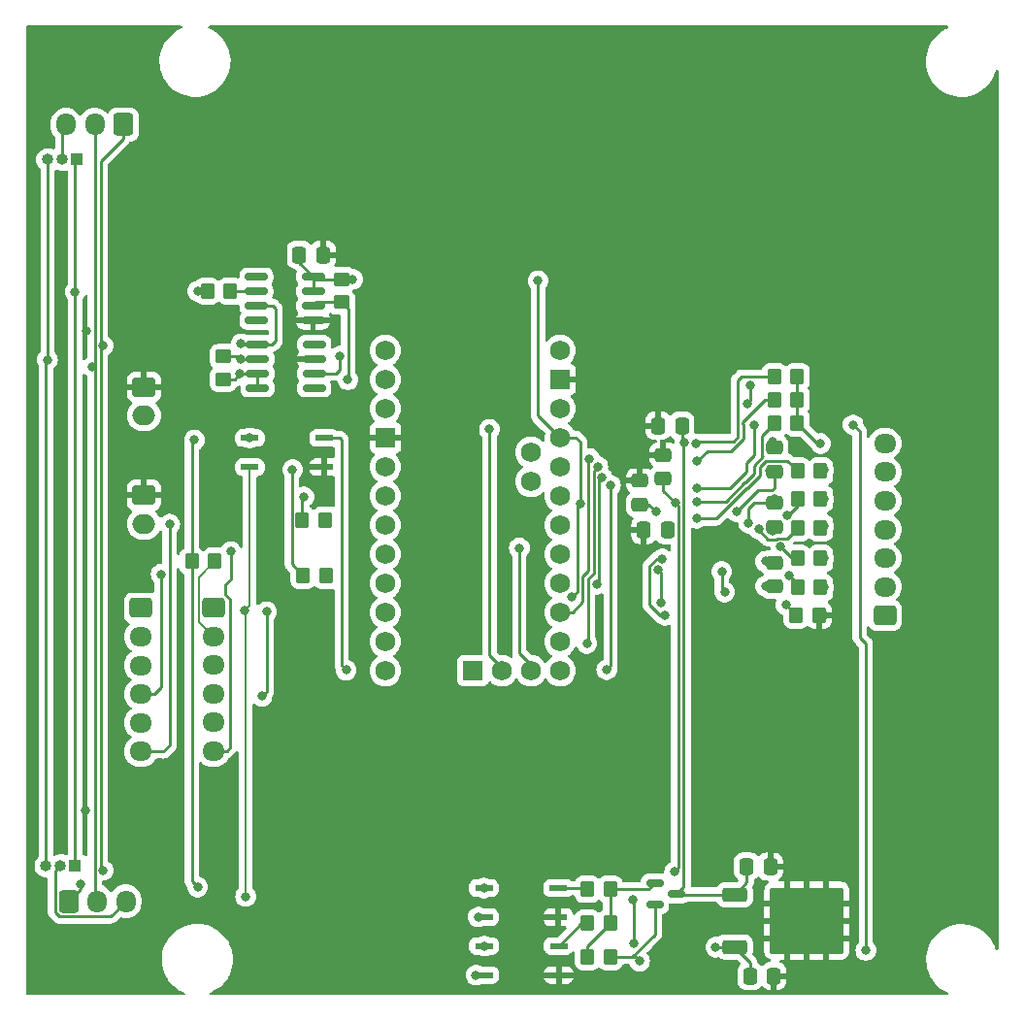
<source format=gbr>
%TF.GenerationSoftware,KiCad,Pcbnew,7.0.9*%
%TF.CreationDate,2024-01-19T18:50:41+05:30*%
%TF.ProjectId,BMS LTC6804-2,424d5320-4c54-4433-9638-30342d322e6b,rev?*%
%TF.SameCoordinates,Original*%
%TF.FileFunction,Copper,L1,Top*%
%TF.FilePolarity,Positive*%
%FSLAX46Y46*%
G04 Gerber Fmt 4.6, Leading zero omitted, Abs format (unit mm)*
G04 Created by KiCad (PCBNEW 7.0.9) date 2024-01-19 18:50:41*
%MOMM*%
%LPD*%
G01*
G04 APERTURE LIST*
G04 Aperture macros list*
%AMRoundRect*
0 Rectangle with rounded corners*
0 $1 Rounding radius*
0 $2 $3 $4 $5 $6 $7 $8 $9 X,Y pos of 4 corners*
0 Add a 4 corners polygon primitive as box body*
4,1,4,$2,$3,$4,$5,$6,$7,$8,$9,$2,$3,0*
0 Add four circle primitives for the rounded corners*
1,1,$1+$1,$2,$3*
1,1,$1+$1,$4,$5*
1,1,$1+$1,$6,$7*
1,1,$1+$1,$8,$9*
0 Add four rect primitives between the rounded corners*
20,1,$1+$1,$2,$3,$4,$5,0*
20,1,$1+$1,$4,$5,$6,$7,0*
20,1,$1+$1,$6,$7,$8,$9,0*
20,1,$1+$1,$8,$9,$2,$3,0*%
G04 Aperture macros list end*
%TA.AperFunction,SMDPad,CuDef*%
%ADD10RoundRect,0.250000X0.337500X0.475000X-0.337500X0.475000X-0.337500X-0.475000X0.337500X-0.475000X0*%
%TD*%
%TA.AperFunction,SMDPad,CuDef*%
%ADD11RoundRect,0.250000X-0.350000X-0.450000X0.350000X-0.450000X0.350000X0.450000X-0.350000X0.450000X0*%
%TD*%
%TA.AperFunction,SMDPad,CuDef*%
%ADD12RoundRect,0.250000X0.450000X-0.350000X0.450000X0.350000X-0.450000X0.350000X-0.450000X-0.350000X0*%
%TD*%
%TA.AperFunction,ComponentPad*%
%ADD13C,1.727200*%
%TD*%
%TA.AperFunction,ComponentPad*%
%ADD14R,1.727200X1.727200*%
%TD*%
%TA.AperFunction,ComponentPad*%
%ADD15RoundRect,0.250000X-0.725000X0.600000X-0.725000X-0.600000X0.725000X-0.600000X0.725000X0.600000X0*%
%TD*%
%TA.AperFunction,ComponentPad*%
%ADD16O,1.950000X1.700000*%
%TD*%
%TA.AperFunction,SMDPad,CuDef*%
%ADD17RoundRect,0.150000X-0.825000X-0.150000X0.825000X-0.150000X0.825000X0.150000X-0.825000X0.150000X0*%
%TD*%
%TA.AperFunction,SMDPad,CuDef*%
%ADD18RoundRect,0.250000X0.350000X0.450000X-0.350000X0.450000X-0.350000X-0.450000X0.350000X-0.450000X0*%
%TD*%
%TA.AperFunction,SMDPad,CuDef*%
%ADD19RoundRect,0.137500X-0.662500X-0.137500X0.662500X-0.137500X0.662500X0.137500X-0.662500X0.137500X0*%
%TD*%
%TA.AperFunction,ComponentPad*%
%ADD20RoundRect,0.250000X0.600000X0.725000X-0.600000X0.725000X-0.600000X-0.725000X0.600000X-0.725000X0*%
%TD*%
%TA.AperFunction,ComponentPad*%
%ADD21O,1.700000X1.950000*%
%TD*%
%TA.AperFunction,SMDPad,CuDef*%
%ADD22RoundRect,0.250000X-0.475000X0.337500X-0.475000X-0.337500X0.475000X-0.337500X0.475000X0.337500X0*%
%TD*%
%TA.AperFunction,SMDPad,CuDef*%
%ADD23RoundRect,0.250000X0.475000X-0.337500X0.475000X0.337500X-0.475000X0.337500X-0.475000X-0.337500X0*%
%TD*%
%TA.AperFunction,SMDPad,CuDef*%
%ADD24RoundRect,0.250000X-0.337500X-0.475000X0.337500X-0.475000X0.337500X0.475000X-0.337500X0.475000X0*%
%TD*%
%TA.AperFunction,SMDPad,CuDef*%
%ADD25RoundRect,0.150000X-0.587500X-0.150000X0.587500X-0.150000X0.587500X0.150000X-0.587500X0.150000X0*%
%TD*%
%TA.AperFunction,ComponentPad*%
%ADD26RoundRect,0.250000X-0.750000X0.600000X-0.750000X-0.600000X0.750000X-0.600000X0.750000X0.600000X0*%
%TD*%
%TA.AperFunction,ComponentPad*%
%ADD27O,2.000000X1.700000*%
%TD*%
%TA.AperFunction,SMDPad,CuDef*%
%ADD28RoundRect,0.150000X0.825000X0.150000X-0.825000X0.150000X-0.825000X-0.150000X0.825000X-0.150000X0*%
%TD*%
%TA.AperFunction,SMDPad,CuDef*%
%ADD29RoundRect,0.250000X-0.450000X0.350000X-0.450000X-0.350000X0.450000X-0.350000X0.450000X0.350000X0*%
%TD*%
%TA.AperFunction,SMDPad,CuDef*%
%ADD30RoundRect,0.250000X-0.850000X-0.350000X0.850000X-0.350000X0.850000X0.350000X-0.850000X0.350000X0*%
%TD*%
%TA.AperFunction,SMDPad,CuDef*%
%ADD31RoundRect,0.250000X-1.275000X-1.125000X1.275000X-1.125000X1.275000X1.125000X-1.275000X1.125000X0*%
%TD*%
%TA.AperFunction,SMDPad,CuDef*%
%ADD32RoundRect,0.249997X-2.950003X-2.650003X2.950003X-2.650003X2.950003X2.650003X-2.950003X2.650003X0*%
%TD*%
%TA.AperFunction,ComponentPad*%
%ADD33RoundRect,0.250000X0.725000X-0.600000X0.725000X0.600000X-0.725000X0.600000X-0.725000X-0.600000X0*%
%TD*%
%TA.AperFunction,ComponentPad*%
%ADD34RoundRect,0.250000X-0.600000X-0.725000X0.600000X-0.725000X0.600000X0.725000X-0.600000X0.725000X0*%
%TD*%
%TA.AperFunction,ComponentPad*%
%ADD35R,1.000000X1.000000*%
%TD*%
%TA.AperFunction,ComponentPad*%
%ADD36O,1.000000X1.000000*%
%TD*%
%TA.AperFunction,ViaPad*%
%ADD37C,0.800000*%
%TD*%
%TA.AperFunction,Conductor*%
%ADD38C,0.250000*%
%TD*%
%TA.AperFunction,Conductor*%
%ADD39C,0.200000*%
%TD*%
G04 APERTURE END LIST*
D10*
%TO.P,C14,1*%
%TO.N,Net-(U9-VREF2)*%
X78583700Y-59994800D03*
%TO.P,C14,2*%
%TO.N,B0*%
X76508700Y-59994800D03*
%TD*%
D11*
%TO.P,R1,1*%
%TO.N,Net-(R1-Pad1)*%
X37090600Y-62738000D03*
%TO.P,R1,2*%
%TO.N,CHGDT+*%
X39090600Y-62738000D03*
%TD*%
%TO.P,R7,1*%
%TO.N,Net-(Q1-B)*%
X71593200Y-97238400D03*
%TO.P,R7,2*%
%TO.N,B6*%
X73593200Y-97238400D03*
%TD*%
D12*
%TO.P,R4,1*%
%TO.N,DIN_VCC*%
X39827200Y-46872400D03*
%TO.P,R4,2*%
%TO.N,DOUT*%
X39827200Y-44872400D03*
%TD*%
D13*
%TO.P,A1,A0,A0*%
%TO.N,unconnected-(A1-PadA0)*%
X69215000Y-62103000D03*
%TO.P,A1,A1,A1*%
%TO.N,unconnected-(A1-PadA1)*%
X69215000Y-59563000D03*
%TO.P,A1,A2,A2*%
%TO.N,unconnected-(A1-PadA2)*%
X69215000Y-57023000D03*
%TO.P,A1,A3,A3*%
%TO.N,unconnected-(A1-PadA3)*%
X69215000Y-54483000D03*
%TO.P,A1,A4,A4/SDA*%
%TO.N,unconnected-(A1-A4{slash}SDA-PadA4)*%
X66675000Y-55753000D03*
%TO.P,A1,A5,A5/SCL*%
%TO.N,unconnected-(A1-A5{slash}SCL-PadA5)*%
X66675000Y-53213000D03*
%TO.P,A1,A6,A6*%
%TO.N,A6*%
X64135000Y-72263000D03*
%TO.P,A1,A7,A7*%
%TO.N,A7*%
X66675000Y-72263000D03*
%TO.P,A1,D0,D0/RX*%
%TO.N,DRX*%
X53975000Y-46863000D03*
%TO.P,A1,D1,D1/TX*%
%TO.N,DTX*%
X53975000Y-44323000D03*
%TO.P,A1,D2,D2_INT0*%
%TO.N,CHARGEALLOW*%
X53975000Y-54483000D03*
%TO.P,A1,D3,D3_INT1*%
%TO.N,DISCHARGEALLOW*%
X53975000Y-57023000D03*
%TO.P,A1,D4,D4*%
%TO.N,unconnected-(A1-PadD4)*%
X53975000Y-59563000D03*
%TO.P,A1,D5,D5*%
%TO.N,unconnected-(A1-PadD5)*%
X53975000Y-62103000D03*
%TO.P,A1,D6,D6*%
%TO.N,unconnected-(A1-PadD6)*%
X53975000Y-64643000D03*
%TO.P,A1,D7,D7*%
%TO.N,unconnected-(A1-PadD7)*%
X53975000Y-67183000D03*
%TO.P,A1,D8,D8*%
%TO.N,unconnected-(A1-PadD8)*%
X53975000Y-69723000D03*
%TO.P,A1,D9,D9*%
%TO.N,DCHG*%
X53975000Y-72263000D03*
%TO.P,A1,D10,D10_CS*%
%TO.N,SS*%
X69215000Y-72263000D03*
%TO.P,A1,D11,D11_MOSI*%
%TO.N,MOSI*%
X69215000Y-69723000D03*
%TO.P,A1,D12,D12_MISO*%
%TO.N,MISO*%
X69215000Y-67183000D03*
%TO.P,A1,D13,D13_SCK*%
%TO.N,SCK*%
X69215000Y-64643000D03*
D14*
%TO.P,A1,GND1,GND*%
%TO.N,B0*%
X53975000Y-51943000D03*
%TO.P,A1,GND2,GND*%
X69215000Y-46863000D03*
%TO.P,A1,GND3*%
%TO.N,N/C*%
X61595000Y-72263000D03*
D13*
%TO.P,A1,RAW,RAW*%
%TO.N,unconnected-(A1-PadRAW)*%
X69215000Y-44323000D03*
%TO.P,A1,RST1,RESET*%
%TO.N,Net-(A1-RESET-PadRST1)*%
X53975000Y-49403000D03*
%TO.P,A1,RST2,RESET*%
X69215000Y-49403000D03*
%TO.P,A1,Vcc1,Vcc*%
%TO.N,5V*%
X69215000Y-51943000D03*
%TD*%
D15*
%TO.P,J1,1,Pin_1*%
%TO.N,CHGDT-*%
X32639000Y-66802000D03*
D16*
%TO.P,J1,2,Pin_2*%
%TO.N,CHGDT+*%
X32639000Y-69302000D03*
%TO.P,J1,3,Pin_3*%
%TO.N,Net-(J1-Pin_3)*%
X32639000Y-71802000D03*
%TO.P,J1,4,Pin_4*%
%TO.N,Net-(J1-Pin_4)*%
X32639000Y-74302000D03*
%TO.P,J1,5,Pin_5*%
%TO.N,Net-(J1-Pin_5)*%
X32639000Y-76802000D03*
%TO.P,J1,6,Pin_6*%
%TO.N,Net-(J1-Pin_6)*%
X32639000Y-79302000D03*
%TD*%
D17*
%TO.P,U6,1,NC*%
%TO.N,unconnected-(U6-NC-Pad1)*%
X42711600Y-37896800D03*
%TO.P,U6,2,A*%
%TO.N,Net-(U6-A)*%
X42711600Y-39166800D03*
%TO.P,U6,3,C*%
%TO.N,DIN_GND*%
X42711600Y-40436800D03*
%TO.P,U6,4*%
%TO.N,N/C*%
X42711600Y-41706800D03*
%TO.P,U6,5,GND*%
%TO.N,B0*%
X47661600Y-41706800D03*
%TO.P,U6,6,VO*%
%TO.N,DRX*%
X47661600Y-40436800D03*
%TO.P,U6,7,EN*%
%TO.N,5V*%
X47661600Y-39166800D03*
%TO.P,U6,8,VCC*%
X47661600Y-37896800D03*
%TD*%
D11*
%TO.P,R11,1*%
%TO.N,CHARGEALLOW*%
X46802800Y-63957200D03*
%TO.P,R11,2*%
%TO.N,Net-(R11-Pad2)*%
X48802800Y-63957200D03*
%TD*%
D18*
%TO.P,R24,1*%
%TO.N,B5*%
X91932000Y-54864000D03*
%TO.P,R24,2*%
%TO.N,Net-(U9-S6)*%
X89932000Y-54864000D03*
%TD*%
%TO.P,R3,1*%
%TO.N,Net-(U6-A)*%
X40436800Y-39166800D03*
%TO.P,R3,2*%
%TO.N,DIN*%
X38436800Y-39166800D03*
%TD*%
D19*
%TO.P,U1,1*%
%TO.N,Net-(R1-Pad1)*%
X42141000Y-51968400D03*
%TO.P,U1,3*%
%TO.N,CHGDT-*%
X42141000Y-54508400D03*
%TO.P,U1,4*%
%TO.N,B0*%
X48641000Y-54508400D03*
%TO.P,U1,6*%
%TO.N,DCHG*%
X48641000Y-51968400D03*
%TD*%
D20*
%TO.P,J4,1,Pin_1*%
%TO.N,DIN_GND*%
X31115000Y-24638000D03*
D21*
%TO.P,J4,2,Pin_2*%
%TO.N,DIN_VCC*%
X28615000Y-24638000D03*
%TO.P,J4,3,Pin_3*%
%TO.N,Net-(J4-Pin_3)*%
X26115000Y-24638000D03*
%TD*%
D22*
%TO.P,C15,1*%
%TO.N,Net-(U9-C6)*%
X87884000Y-52810500D03*
%TO.P,C15,2*%
%TO.N,Net-(U9-C5)*%
X87884000Y-54885500D03*
%TD*%
D18*
%TO.P,R19,1*%
%TO.N,B0*%
X91805000Y-67437000D03*
%TO.P,R19,2*%
%TO.N,Net-(U9-S1)*%
X89805000Y-67437000D03*
%TD*%
D22*
%TO.P,C17,1*%
%TO.N,Net-(U9-C4)*%
X87884000Y-57636500D03*
%TO.P,C17,2*%
%TO.N,Net-(U9-C3)*%
X87884000Y-59711500D03*
%TD*%
D23*
%TO.P,C11,1*%
%TO.N,5V*%
X78206600Y-55520500D03*
%TO.P,C11,2*%
%TO.N,B0*%
X78206600Y-53445500D03*
%TD*%
D24*
%TO.P,C1,1*%
%TO.N,B0*%
X77757200Y-50901600D03*
%TO.P,C1,2*%
%TO.N,POW*%
X79832200Y-50901600D03*
%TD*%
D25*
%TO.P,Q1,1,B*%
%TO.N,Net-(Q1-B)*%
X77472300Y-90794800D03*
%TO.P,Q1,2,E*%
%TO.N,B6*%
X77472300Y-92694800D03*
%TO.P,Q1,3,C*%
%TO.N,POW*%
X79347300Y-91744800D03*
%TD*%
D23*
%TO.P,C13,1*%
%TO.N,Net-(U9-VREF1)*%
X76174600Y-57781100D03*
%TO.P,C13,2*%
%TO.N,B0*%
X76174600Y-55706100D03*
%TD*%
D26*
%TO.P,J7,1,Pin_1*%
%TO.N,B0*%
X32914000Y-47518000D03*
D27*
%TO.P,J7,2,Pin_2*%
%TO.N,A6*%
X32914000Y-50018000D03*
%TD*%
D24*
%TO.P,C9,1*%
%TO.N,5V*%
X85779700Y-98907600D03*
%TO.P,C9,2*%
%TO.N,B0*%
X87854700Y-98907600D03*
%TD*%
D28*
%TO.P,U7,1,NC*%
%TO.N,unconnected-(U7-NC-Pad1)*%
X47763200Y-47602600D03*
%TO.P,U7,2,A*%
%TO.N,Net-(U7-A)*%
X47763200Y-46332600D03*
%TO.P,U7,3,C*%
%TO.N,B0*%
X47763200Y-45062600D03*
%TO.P,U7,4*%
%TO.N,N/C*%
X47763200Y-43792600D03*
%TO.P,U7,5,GND*%
%TO.N,DIN_GND*%
X42813200Y-43792600D03*
%TO.P,U7,6,VO*%
%TO.N,DOUT*%
X42813200Y-45062600D03*
%TO.P,U7,7,EN*%
%TO.N,DIN_VCC*%
X42813200Y-46332600D03*
%TO.P,U7,8,VCC*%
X42813200Y-47602600D03*
%TD*%
D11*
%TO.P,R6,1*%
%TO.N,Net-(R6-Pad1)*%
X71593200Y-94288400D03*
%TO.P,R6,2*%
%TO.N,Net-(Q1-B)*%
X73593200Y-94288400D03*
%TD*%
D24*
%TO.P,C10,1*%
%TO.N,5V*%
X46460500Y-35991800D03*
%TO.P,C10,2*%
%TO.N,B0*%
X48535500Y-35991800D03*
%TD*%
D18*
%TO.P,R30,1*%
%TO.N,B6*%
X89900000Y-46609000D03*
%TO.P,R30,2*%
%TO.N,Net-(U9-C12)*%
X87900000Y-46609000D03*
%TD*%
D29*
%TO.P,R8,1*%
%TO.N,5V*%
X50139600Y-38116000D03*
%TO.P,R8,2*%
%TO.N,DRX*%
X50139600Y-40116000D03*
%TD*%
D18*
%TO.P,R23,1*%
%TO.N,B4*%
X91932000Y-57277000D03*
%TO.P,R23,2*%
%TO.N,Net-(U9-S5)*%
X89932000Y-57277000D03*
%TD*%
D26*
%TO.P,J8,1,Pin_1*%
%TO.N,B0*%
X32914000Y-56968000D03*
D27*
%TO.P,J8,2,Pin_2*%
%TO.N,A7*%
X32914000Y-59468000D03*
%TD*%
D24*
%TO.P,C8,1*%
%TO.N,POW*%
X85474900Y-89357200D03*
%TO.P,C8,2*%
%TO.N,B0*%
X87549900Y-89357200D03*
%TD*%
D18*
%TO.P,R20,1*%
%TO.N,B1*%
X91932000Y-65024000D03*
%TO.P,R20,2*%
%TO.N,Net-(U9-S2)*%
X89932000Y-65024000D03*
%TD*%
D30*
%TO.P,U8,1,VI*%
%TO.N,POW*%
X84427400Y-91800600D03*
D31*
%TO.P,U8,2,GND*%
%TO.N,B0*%
X89052400Y-92555600D03*
X89052400Y-95605600D03*
D32*
X90727400Y-94080600D03*
D31*
X92402400Y-92555600D03*
X92402400Y-95605600D03*
D30*
%TO.P,U8,3,VO*%
%TO.N,5V*%
X84427400Y-96360600D03*
%TD*%
D33*
%TO.P,J9,1,Pin_1*%
%TO.N,Net-(J9-Pin_1)*%
X97536000Y-67451000D03*
D16*
%TO.P,J9,2,Pin_2*%
%TO.N,Net-(J9-Pin_2)*%
X97536000Y-64951000D03*
%TO.P,J9,3,Pin_3*%
%TO.N,Net-(J9-Pin_3)*%
X97536000Y-62451000D03*
%TO.P,J9,4,Pin_4*%
%TO.N,Net-(J9-Pin_4)*%
X97536000Y-59951000D03*
%TO.P,J9,5,Pin_5*%
%TO.N,Net-(J9-Pin_5)*%
X97536000Y-57451000D03*
%TO.P,J9,6,Pin_6*%
%TO.N,Net-(J9-Pin_6)*%
X97536000Y-54951000D03*
%TO.P,J9,7,Pin_7*%
%TO.N,Net-(J9-Pin_7)*%
X97536000Y-52451000D03*
%TD*%
D19*
%TO.P,U2,1*%
%TO.N,Net-(R1-Pad1)*%
X62561400Y-91236800D03*
%TO.P,U2,3*%
%TO.N,CHGDT-*%
X62561400Y-93776800D03*
%TO.P,U2,4*%
%TO.N,B0*%
X69061400Y-93776800D03*
%TO.P,U2,6*%
%TO.N,Net-(R5-Pad1)*%
X69061400Y-91236800D03*
%TD*%
D18*
%TO.P,R28,1*%
%TO.N,B6*%
X89900000Y-48641000D03*
%TO.P,R28,2*%
%TO.N,Net-(U9-C10)*%
X87900000Y-48641000D03*
%TD*%
%TO.P,R25,1*%
%TO.N,B6*%
X89900000Y-50673000D03*
%TO.P,R25,2*%
%TO.N,Net-(U9-C7)*%
X87900000Y-50673000D03*
%TD*%
D19*
%TO.P,U4,1*%
%TO.N,Net-(R2-Pad1)*%
X62586800Y-96291400D03*
%TO.P,U4,3*%
%TO.N,DIN_GND*%
X62586800Y-98831400D03*
%TO.P,U4,4*%
%TO.N,B0*%
X69086800Y-98831400D03*
%TO.P,U4,6*%
%TO.N,Net-(R6-Pad1)*%
X69086800Y-96291400D03*
%TD*%
D22*
%TO.P,C19,1*%
%TO.N,Net-(U9-C2)*%
X87884000Y-62843500D03*
%TO.P,C19,2*%
%TO.N,Net-(U9-C1)*%
X87884000Y-64918500D03*
%TD*%
D34*
%TO.P,J3,1,Pin_1*%
%TO.N,DIN_GND*%
X26329000Y-92384000D03*
D21*
%TO.P,J3,2,Pin_2*%
%TO.N,DIN_VCC*%
X28829000Y-92384000D03*
%TO.P,J3,3,Pin_3*%
%TO.N,Net-(J3-Pin_3)*%
X31329000Y-92384000D03*
%TD*%
D11*
%TO.P,R5,1*%
%TO.N,Net-(R5-Pad1)*%
X71593200Y-91338400D03*
%TO.P,R5,2*%
%TO.N,Net-(Q1-B)*%
X73593200Y-91338400D03*
%TD*%
D18*
%TO.P,R22,1*%
%TO.N,B3*%
X91932000Y-59817000D03*
%TO.P,R22,2*%
%TO.N,Net-(U9-S4)*%
X89932000Y-59817000D03*
%TD*%
%TO.P,R10,1*%
%TO.N,Net-(R10-Pad1)*%
X48726600Y-59131200D03*
%TO.P,R10,2*%
%TO.N,DISCHARGEALLOW*%
X46726600Y-59131200D03*
%TD*%
%TO.P,R21,1*%
%TO.N,B2*%
X91932000Y-62484000D03*
%TO.P,R21,2*%
%TO.N,Net-(U9-S3)*%
X89932000Y-62484000D03*
%TD*%
D35*
%TO.P,J6,1,Pin_1*%
%TO.N,DIN*%
X26908000Y-89281000D03*
D36*
%TO.P,J6,2,Pin_2*%
%TO.N,Net-(J3-Pin_3)*%
X25638000Y-89281000D03*
%TO.P,J6,3,Pin_3*%
%TO.N,DOUT*%
X24368000Y-89281000D03*
%TD*%
D15*
%TO.P,J2,1,Pin_1*%
%TO.N,CHGDT-*%
X38972000Y-66775000D03*
D16*
%TO.P,J2,2,Pin_2*%
%TO.N,CHGDT+*%
X38972000Y-69275000D03*
%TO.P,J2,3,Pin_3*%
%TO.N,Net-(J1-Pin_3)*%
X38972000Y-71775000D03*
%TO.P,J2,4,Pin_4*%
%TO.N,Net-(J2-Pin_4)*%
X38972000Y-74275000D03*
%TO.P,J2,5,Pin_5*%
%TO.N,Net-(J1-Pin_5)*%
X38972000Y-76775000D03*
%TO.P,J2,6,Pin_6*%
%TO.N,Net-(J2-Pin_6)*%
X38972000Y-79275000D03*
%TD*%
D35*
%TO.P,J5,1,Pin_1*%
%TO.N,DIN*%
X27051000Y-27686000D03*
D36*
%TO.P,J5,2,Pin_2*%
%TO.N,Net-(J4-Pin_3)*%
X25781000Y-27686000D03*
%TO.P,J5,3,Pin_3*%
%TO.N,DOUT*%
X24511000Y-27686000D03*
%TD*%
D37*
%TO.N,A6*%
X63042800Y-51206400D03*
%TO.N,A7*%
X65659000Y-61569600D03*
%TO.N,DRX*%
X50698400Y-46888400D03*
%TO.N,CHARGEALLOW*%
X45872400Y-54737000D03*
%TO.N,DISCHARGEALLOW*%
X46863000Y-57099200D03*
%TO.N,DCHG*%
X50546000Y-72212200D03*
%TO.N,SS*%
X73279000Y-72186800D03*
X73609200Y-56083200D03*
%TO.N,MOSI*%
X72501428Y-54463987D03*
X71551800Y-69900800D03*
%TO.N,MISO*%
X71780400Y-53771800D03*
%TO.N,SCK*%
X72415400Y-64719200D03*
X72860662Y-55396702D03*
%TO.N,B0*%
X25654000Y-84836000D03*
X27787600Y-84480400D03*
X65024000Y-51485800D03*
X65405000Y-46863000D03*
X92202000Y-67437000D03*
X27863800Y-42646600D03*
%TO.N,5V*%
X75615800Y-96088200D03*
X51104800Y-38125400D03*
X82778600Y-96393000D03*
X70954300Y-57708800D03*
X67284600Y-38252400D03*
X70256400Y-65862200D03*
X75514200Y-92227400D03*
X79197200Y-89789000D03*
X79248500Y-57607200D03*
%TO.N,B5*%
X92202000Y-54737000D03*
%TO.N,B6*%
X94767400Y-50825400D03*
X91922000Y-52451000D03*
X95885000Y-96672400D03*
X76149200Y-97612200D03*
%TO.N,B4*%
X92202000Y-57277000D03*
%TO.N,B3*%
X92202000Y-59690000D03*
%TO.N,B2*%
X92202000Y-62484000D03*
%TO.N,B1*%
X92202000Y-65024000D03*
%TO.N,DIN_VCC*%
X28409300Y-45784100D03*
X41300400Y-46380400D03*
%TO.N,DIN_GND*%
X29339500Y-43916600D03*
X27381200Y-90932000D03*
X61874400Y-98831400D03*
X41376600Y-43764200D03*
X29339500Y-89687400D03*
%TO.N,POW*%
X80083411Y-52366023D03*
%TO.N,Net-(U9-VREF1)*%
X77571600Y-58414500D03*
%TO.N,Net-(U9-VREF2)*%
X78583700Y-59994800D03*
%TO.N,Net-(U9-C6)*%
X87757000Y-52324000D03*
%TO.N,Net-(U9-C5)*%
X84592032Y-58396957D03*
X87503000Y-54864000D03*
%TO.N,Net-(U9-C4)*%
X87884000Y-57277000D03*
X85648800Y-59410600D03*
%TO.N,Net-(U9-C3)*%
X87757000Y-60071000D03*
%TO.N,Net-(U9-C2)*%
X87122000Y-62738000D03*
%TO.N,Net-(U9-C1)*%
X87122000Y-64897000D03*
X83312000Y-63627000D03*
X83566000Y-65405000D03*
%TO.N,Net-(U9-C0)*%
X78359000Y-67437000D03*
X78121785Y-62521657D03*
%TO.N,CHGDT-*%
X62077600Y-93751400D03*
X41706800Y-67056000D03*
X41783000Y-91973400D03*
%TO.N,Net-(J1-Pin_4)*%
X34417000Y-63855600D03*
%TO.N,Net-(J1-Pin_6)*%
X35153600Y-59486800D03*
%TO.N,Net-(J2-Pin_4)*%
X43611800Y-67132200D03*
X43205400Y-74498200D03*
%TO.N,Net-(J2-Pin_6)*%
X40487600Y-61874400D03*
%TO.N,DIN*%
X37592000Y-39166800D03*
X26908000Y-39217600D03*
%TO.N,DOUT*%
X24485600Y-45135800D03*
X41325800Y-45059600D03*
%TO.N,Net-(R1-Pad1)*%
X37592000Y-91135200D03*
X42141000Y-51968400D03*
X62561400Y-91236800D03*
X37312600Y-52146200D03*
%TO.N,Net-(R2-Pad1)*%
X62586800Y-96291400D03*
%TO.N,Net-(U7-A)*%
X49987200Y-44831000D03*
%TO.N,Net-(R10-Pad1)*%
X48726600Y-59131200D03*
%TO.N,Net-(R11-Pad2)*%
X48802800Y-63957200D03*
%TO.N,Net-(U9-S1)*%
X78028800Y-66344800D03*
X77749400Y-63449200D03*
X88922199Y-66534898D03*
%TO.N,Net-(U9-S2)*%
X89156362Y-63944772D03*
%TO.N,Net-(U9-S3)*%
X88452994Y-61462235D03*
%TO.N,Net-(U9-S4)*%
X86520929Y-59900431D03*
%TO.N,Net-(U9-S5)*%
X88987830Y-58753097D03*
%TO.N,Net-(U9-S6)*%
X81140208Y-58984679D03*
%TO.N,Net-(U9-C7)*%
X81137603Y-57498014D03*
%TO.N,Net-(U9-C8)*%
X86106000Y-50825400D03*
X85521800Y-48945800D03*
X85801200Y-47333500D03*
X81178400Y-56311800D03*
%TO.N,Net-(U9-C10)*%
X81169585Y-54003592D03*
%TO.N,Net-(U9-C12)*%
X81076800Y-52476400D03*
%TD*%
D38*
%TO.N,A6*%
X63042800Y-70916800D02*
X64135000Y-72009000D01*
X64135000Y-72009000D02*
X64135000Y-72263000D01*
X63042800Y-51206400D02*
X63042800Y-70916800D01*
%TO.N,A7*%
X66675000Y-71780400D02*
X66675000Y-72263000D01*
X65659000Y-70764400D02*
X66675000Y-71780400D01*
X65659000Y-61569600D02*
X65659000Y-70764400D01*
%TO.N,DRX*%
X50712200Y-40688600D02*
X50712200Y-46874600D01*
X50139600Y-40116000D02*
X50712200Y-40688600D01*
X50712200Y-46874600D02*
X50698400Y-46888400D01*
X47982400Y-40116000D02*
X47661600Y-40436800D01*
X50139600Y-40116000D02*
X47982400Y-40116000D01*
%TO.N,CHARGEALLOW*%
X45801600Y-54807800D02*
X45872400Y-54737000D01*
X46802800Y-63957200D02*
X45801600Y-62956000D01*
X45801600Y-62956000D02*
X45801600Y-54807800D01*
%TO.N,DISCHARGEALLOW*%
X46726600Y-57235600D02*
X46863000Y-57099200D01*
X46726600Y-59131200D02*
X46726600Y-57235600D01*
%TO.N,DCHG*%
X50165000Y-52146200D02*
X50165000Y-71831200D01*
X50165000Y-71831200D02*
X50546000Y-72212200D01*
X49987200Y-51968400D02*
X50165000Y-52146200D01*
X48641000Y-51968400D02*
X49987200Y-51968400D01*
%TO.N,SS*%
X73609200Y-71856600D02*
X73279000Y-72186800D01*
X73609200Y-56083200D02*
X73609200Y-71856600D01*
%TO.N,MOSI*%
X72135662Y-54829754D02*
X72135662Y-56438462D01*
X72136000Y-63763203D02*
X71637203Y-64262000D01*
X72501428Y-54463987D02*
X72135662Y-54829754D01*
X72135662Y-56438462D02*
X72136000Y-56438800D01*
X71637203Y-69815397D02*
X71551800Y-69900800D01*
X71637203Y-64262000D02*
X71637203Y-69815397D01*
X72136000Y-56438800D02*
X72136000Y-63763203D01*
%TO.N,MISO*%
X70281800Y-67183000D02*
X69215000Y-67183000D01*
X71678800Y-53873400D02*
X71678800Y-63576200D01*
X71187203Y-64075604D02*
X71187203Y-66277597D01*
X71187203Y-66277597D02*
X70281800Y-67183000D01*
X71780400Y-53771800D02*
X71678800Y-53873400D01*
X71682704Y-63580104D02*
X71187203Y-64075604D01*
X71678800Y-63576200D02*
X71682704Y-63580104D01*
%TO.N,SCK*%
X72633499Y-64501101D02*
X72415400Y-64719200D01*
X72860662Y-55396702D02*
X72633499Y-55623865D01*
X72633499Y-55623865D02*
X72633499Y-64501101D01*
%TO.N,B0*%
X45996400Y-45062600D02*
X45796200Y-45262800D01*
X47763200Y-45062600D02*
X45996400Y-45062600D01*
X65405000Y-51104800D02*
X65405000Y-46863000D01*
X65024000Y-51485800D02*
X65405000Y-51104800D01*
%TO.N,5V*%
X78206600Y-56565300D02*
X79248500Y-57607200D01*
X46460500Y-35991800D02*
X46460500Y-36695700D01*
X79197200Y-89789000D02*
X79523000Y-89463200D01*
X47661600Y-39166800D02*
X47661600Y-37896800D01*
X51095400Y-38116000D02*
X51104800Y-38125400D01*
X75615800Y-92329000D02*
X75514200Y-92227400D01*
X82811000Y-96360600D02*
X82778600Y-96393000D01*
X79523000Y-89463200D02*
X79523000Y-84378800D01*
X50139600Y-38116000D02*
X51095400Y-38116000D01*
X47880800Y-38116000D02*
X47661600Y-37896800D01*
X67284600Y-50012600D02*
X69215000Y-51943000D01*
X70737203Y-65381397D02*
X70737203Y-57925897D01*
X79523000Y-57881700D02*
X79248500Y-57607200D01*
X70954300Y-52310700D02*
X70586600Y-51943000D01*
X70586600Y-51943000D02*
X69215000Y-51943000D01*
X46460500Y-36695700D02*
X47661600Y-37896800D01*
X75615800Y-96088200D02*
X75615800Y-92329000D01*
X85779700Y-98907600D02*
X85779700Y-97712900D01*
X70737203Y-57925897D02*
X70954300Y-57708800D01*
X84427400Y-96360600D02*
X82811000Y-96360600D01*
X70256400Y-65862200D02*
X70737203Y-65381397D01*
X85779700Y-97712900D02*
X84427400Y-96360600D01*
X78206600Y-55520500D02*
X78206600Y-56565300D01*
X79523000Y-84378800D02*
X79523000Y-57881700D01*
X67284600Y-38252400D02*
X67284600Y-50012600D01*
X50139600Y-38116000D02*
X47880800Y-38116000D01*
X70954300Y-57708800D02*
X70954300Y-52310700D01*
%TO.N,B6*%
X74726800Y-97238400D02*
X75490905Y-97238400D01*
X89900000Y-46609000D02*
X89900000Y-50673000D01*
X74726800Y-97238400D02*
X75775400Y-97238400D01*
X73593200Y-97238400D02*
X74726800Y-97238400D01*
X77472300Y-95257005D02*
X77472300Y-92694800D01*
X75490905Y-97238400D02*
X77472300Y-95257005D01*
X89900000Y-50673000D02*
X91678000Y-52451000D01*
X95326200Y-51384200D02*
X94767400Y-50825400D01*
X75775400Y-97238400D02*
X76149200Y-97612200D01*
X91678000Y-52451000D02*
X91922000Y-52451000D01*
X95885000Y-96672400D02*
X95885000Y-69926200D01*
X95326200Y-69367400D02*
X95326200Y-51384200D01*
X95885000Y-69926200D02*
X95326200Y-69367400D01*
%TO.N,DIN_VCC*%
X41348200Y-46332600D02*
X41300400Y-46380400D01*
X28615000Y-24638000D02*
X28615000Y-92170000D01*
X39827200Y-46872400D02*
X40808400Y-46872400D01*
X28615000Y-92170000D02*
X28829000Y-92384000D01*
X42813200Y-46332600D02*
X41348200Y-46332600D01*
X42813200Y-46332600D02*
X42813200Y-47602600D01*
X40808400Y-46872400D02*
X41300400Y-46380400D01*
%TO.N,DIN_GND*%
X31115000Y-25831800D02*
X29133800Y-27813000D01*
X42711600Y-40436800D02*
X44119800Y-40436800D01*
X44399200Y-43484800D02*
X44091400Y-43792600D01*
X29133800Y-89481700D02*
X29339500Y-89687400D01*
X29133800Y-27813000D02*
X29133800Y-89481700D01*
X44119800Y-40436800D02*
X44399200Y-40716200D01*
X44091400Y-43792600D02*
X42813200Y-43792600D01*
X42813200Y-43792600D02*
X41405000Y-43792600D01*
X27381200Y-91331800D02*
X26329000Y-92384000D01*
X44399200Y-40716200D02*
X44399200Y-43484800D01*
X62586800Y-98831400D02*
X61874400Y-98831400D01*
X31115000Y-24638000D02*
X31115000Y-25831800D01*
X27381200Y-90932000D02*
X27381200Y-91331800D01*
X41405000Y-43792600D02*
X41376600Y-43764200D01*
%TO.N,POW*%
X79832200Y-50901600D02*
X79832200Y-52114812D01*
X79973000Y-91119100D02*
X79973000Y-52564200D01*
X79832200Y-52114812D02*
X80083411Y-52366023D01*
X79347300Y-91744800D02*
X79973000Y-91119100D01*
X85474900Y-89357200D02*
X85474900Y-90753100D01*
X80162400Y-52374800D02*
X80153623Y-52366023D01*
X85474900Y-90753100D02*
X84427400Y-91800600D01*
X79973000Y-52564200D02*
X80162400Y-52374800D01*
X84427400Y-91800600D02*
X79403100Y-91800600D01*
X79403100Y-91800600D02*
X79347300Y-91744800D01*
X80153623Y-52366023D02*
X80083411Y-52366023D01*
%TO.N,Net-(U9-VREF1)*%
X76938200Y-57781100D02*
X76174600Y-57781100D01*
X77571600Y-58414500D02*
X76938200Y-57781100D01*
%TO.N,Net-(U9-C5)*%
X86473989Y-56515000D02*
X84592032Y-58396957D01*
X87884000Y-56311800D02*
X87680800Y-56515000D01*
X87680800Y-56515000D02*
X86473989Y-56515000D01*
X87884000Y-54885500D02*
X87884000Y-56311800D01*
%TO.N,Net-(U9-C4)*%
X85648800Y-59410600D02*
X85648800Y-58089800D01*
X85648800Y-58089800D02*
X86102100Y-57636500D01*
X86102100Y-57636500D02*
X87884000Y-57636500D01*
%TO.N,Net-(U9-C1)*%
X83312000Y-65151000D02*
X83312000Y-63627000D01*
X83312000Y-63373000D02*
X83312000Y-63627000D01*
X83566000Y-65405000D02*
X83312000Y-65151000D01*
%TO.N,Net-(U9-C0)*%
X77024400Y-63148895D02*
X77024400Y-66534200D01*
X77024400Y-66534200D02*
X77927200Y-67437000D01*
X78121785Y-62521657D02*
X77651638Y-62521657D01*
X77651638Y-62521657D02*
X77024400Y-63148895D01*
X77927200Y-67437000D02*
X78359000Y-67437000D01*
D39*
%TO.N,CHGDT-*%
X41783000Y-91973400D02*
X41783000Y-67132200D01*
X42141000Y-54508400D02*
X42141000Y-66621800D01*
X41783000Y-67132200D02*
X41706800Y-67056000D01*
X62561400Y-93776800D02*
X62103000Y-93776800D01*
X32666000Y-66775000D02*
X32639000Y-66802000D01*
X42141000Y-66621800D02*
X41706800Y-67056000D01*
X62103000Y-93776800D02*
X62077600Y-93751400D01*
%TO.N,CHGDT+*%
X37697000Y-68000000D02*
X38972000Y-69275000D01*
X39090600Y-62738000D02*
X37697000Y-64131600D01*
X38945000Y-69302000D02*
X38972000Y-69275000D01*
X37697000Y-64131600D02*
X37697000Y-68000000D01*
D38*
%TO.N,Net-(J1-Pin_3)*%
X32666000Y-71775000D02*
X32639000Y-71802000D01*
%TO.N,Net-(J1-Pin_4)*%
X34417000Y-73685400D02*
X33800400Y-74302000D01*
X34417000Y-63855600D02*
X34417000Y-73685400D01*
X33800400Y-74302000D02*
X32639000Y-74302000D01*
%TO.N,Net-(J1-Pin_5)*%
X38945000Y-76802000D02*
X38972000Y-76775000D01*
%TO.N,Net-(J1-Pin_6)*%
X35153600Y-59486800D02*
X35153600Y-78765400D01*
X35153600Y-78765400D02*
X34617000Y-79302000D01*
X34617000Y-79302000D02*
X32639000Y-79302000D01*
%TO.N,Net-(J2-Pin_4)*%
X43611800Y-67132200D02*
X43611800Y-74091800D01*
X43611800Y-74091800D02*
X43205400Y-74498200D01*
%TO.N,Net-(J2-Pin_6)*%
X40411400Y-66040000D02*
X40411400Y-78994000D01*
X40487600Y-64280542D02*
X39997000Y-64771142D01*
X39997000Y-64771142D02*
X39997000Y-65625600D01*
X40411400Y-78994000D02*
X40130400Y-79275000D01*
X40130400Y-79275000D02*
X38972000Y-79275000D01*
X40487600Y-61874400D02*
X40487600Y-64280542D01*
X39997000Y-65625600D02*
X40411400Y-66040000D01*
%TO.N,Net-(J3-Pin_3)*%
X25138001Y-93338101D02*
X25500500Y-93700600D01*
X25500500Y-93700600D02*
X30012400Y-93700600D01*
X25138001Y-89780999D02*
X25138001Y-93338101D01*
X30012400Y-93700600D02*
X31329000Y-92384000D01*
X25638000Y-89281000D02*
X25138001Y-89780999D01*
%TO.N,Net-(J4-Pin_3)*%
X25781000Y-27686000D02*
X25781000Y-24972000D01*
X25781000Y-24972000D02*
X26115000Y-24638000D01*
%TO.N,DIN*%
X26908000Y-27829000D02*
X27051000Y-27686000D01*
X26908000Y-89281000D02*
X26908000Y-39217600D01*
X38436800Y-39166800D02*
X37592000Y-39166800D01*
X26908000Y-39217600D02*
X26908000Y-27829000D01*
%TO.N,DOUT*%
X41138600Y-44872400D02*
X41325800Y-45059600D01*
X24485600Y-45135800D02*
X24511000Y-45110400D01*
X24511000Y-45110400D02*
X24511000Y-27686000D01*
X42813200Y-45062600D02*
X41328800Y-45062600D01*
X24368000Y-45253400D02*
X24368000Y-89281000D01*
X39827200Y-44872400D02*
X41138600Y-44872400D01*
X24485600Y-45135800D02*
X24368000Y-45253400D01*
X41328800Y-45062600D02*
X41325800Y-45059600D01*
%TO.N,Net-(Q1-B)*%
X76928700Y-91338400D02*
X77472300Y-90794800D01*
X73593200Y-94288400D02*
X73593200Y-91338400D01*
X73593200Y-91338400D02*
X76928700Y-91338400D01*
X71593200Y-97238400D02*
X71593200Y-96288400D01*
X71593200Y-96288400D02*
X73593200Y-94288400D01*
%TO.N,Net-(R1-Pad1)*%
X37090600Y-62738000D02*
X37090600Y-90633800D01*
X37090600Y-62738000D02*
X37090600Y-52368200D01*
X37090600Y-90633800D02*
X37592000Y-91135200D01*
X37090600Y-52368200D02*
X37312600Y-52146200D01*
%TO.N,Net-(U6-A)*%
X40436800Y-39166800D02*
X42711600Y-39166800D01*
%TO.N,Net-(R5-Pad1)*%
X71491600Y-91236800D02*
X71593200Y-91338400D01*
X69061400Y-91236800D02*
X71491600Y-91236800D01*
%TO.N,Net-(R6-Pad1)*%
X69086800Y-96291400D02*
X71089800Y-94288400D01*
X71089800Y-94288400D02*
X71593200Y-94288400D01*
%TO.N,Net-(U7-A)*%
X49987200Y-44831000D02*
X49987200Y-45999400D01*
X49654000Y-46332600D02*
X49987200Y-45999400D01*
X47763200Y-46332600D02*
X49654000Y-46332600D01*
%TO.N,Net-(U9-S1)*%
X78028800Y-66344800D02*
X78028800Y-63728600D01*
X89805000Y-67417699D02*
X88922199Y-66534898D01*
X78028800Y-63728600D02*
X77749400Y-63449200D01*
X89805000Y-67437000D02*
X89805000Y-67417699D01*
%TO.N,Net-(U9-S2)*%
X89932000Y-64720410D02*
X89156362Y-63944772D01*
X89932000Y-65024000D02*
X89932000Y-64720410D01*
%TO.N,Net-(U9-S3)*%
X89932000Y-62484000D02*
X89474759Y-62484000D01*
X89474759Y-62484000D02*
X88452994Y-61462235D01*
%TO.N,Net-(U9-S4)*%
X88057305Y-60796000D02*
X87335900Y-60796000D01*
X89932000Y-59817000D02*
X89038347Y-60710653D01*
X86520929Y-59981029D02*
X86520929Y-59900431D01*
X87335900Y-60796000D02*
X86520929Y-59981029D01*
X88142652Y-60710653D02*
X88057305Y-60796000D01*
X89038347Y-60710653D02*
X88142652Y-60710653D01*
%TO.N,Net-(U9-S5)*%
X89027000Y-58801000D02*
X89025000Y-58799000D01*
X89932000Y-57896000D02*
X89027000Y-58801000D01*
X89932000Y-57277000D02*
X89932000Y-57896000D01*
%TO.N,Net-(U9-S6)*%
X86614000Y-54522900D02*
X87163900Y-53973000D01*
X86614000Y-55245000D02*
X85521800Y-56337200D01*
X85521800Y-56337200D02*
X85461695Y-56337200D01*
X89041000Y-53973000D02*
X89932000Y-54864000D01*
X82814216Y-58984679D02*
X85461695Y-56337200D01*
X87163900Y-53973000D02*
X89041000Y-53973000D01*
X86614000Y-55245000D02*
X86614000Y-54522900D01*
X81140208Y-58984679D02*
X82814216Y-58984679D01*
%TO.N,Net-(U9-C7)*%
X86834000Y-51739000D02*
X86834000Y-53509200D01*
X85369400Y-55854600D02*
X85307899Y-55854600D01*
X86834000Y-53509200D02*
X86912652Y-53587852D01*
X83664485Y-57498014D02*
X81137603Y-57498014D01*
X87900000Y-50673000D02*
X86834000Y-51739000D01*
X86912652Y-53587852D02*
X86106000Y-54394504D01*
X86106000Y-54394504D02*
X86106000Y-55118000D01*
X86106000Y-55118000D02*
X85369400Y-55854600D01*
X85307899Y-55854600D02*
X83664485Y-57498014D01*
%TO.N,Net-(U9-C8)*%
X85801200Y-48666400D02*
X85521800Y-48945800D01*
X86106000Y-53492400D02*
X85420200Y-54178200D01*
X85801200Y-47333500D02*
X85801200Y-48666400D01*
X86106000Y-50825400D02*
X86106000Y-53492400D01*
X85420200Y-54178200D02*
X85420200Y-54914800D01*
X84023200Y-56311800D02*
X81178400Y-56311800D01*
X85420200Y-54914800D02*
X84023200Y-56311800D01*
%TO.N,Net-(U9-C10)*%
X85159000Y-50767400D02*
X85159000Y-50578600D01*
X85166200Y-52071396D02*
X85166200Y-50774600D01*
X87096600Y-48641000D02*
X87900000Y-48641000D01*
X84126196Y-53111400D02*
X85166200Y-52071396D01*
X85159000Y-50578600D02*
X87096600Y-48641000D01*
X82061777Y-53111400D02*
X84126196Y-53111400D01*
X85166200Y-50774600D02*
X85159000Y-50767400D01*
X81169585Y-54003592D02*
X82061777Y-53111400D01*
%TO.N,Net-(U9-C12)*%
X84709000Y-51892200D02*
X84709000Y-46939200D01*
X81305400Y-52247800D02*
X84353400Y-52247800D01*
X84353400Y-52247800D02*
X84709000Y-51892200D01*
X84709000Y-46939200D02*
X85039200Y-46609000D01*
X81076800Y-52476400D02*
X81305400Y-52247800D01*
X85039200Y-46609000D02*
X87900000Y-46609000D01*
%TD*%
%TA.AperFunction,Conductor*%
%TO.N,B0*%
G36*
X27738703Y-46386519D02*
G01*
X27749645Y-46397255D01*
X27768828Y-46418560D01*
X27803429Y-46456988D01*
X27938385Y-46555039D01*
X27981051Y-46610369D01*
X27989500Y-46655357D01*
X27989500Y-88350061D01*
X27969815Y-88417100D01*
X27917011Y-88462855D01*
X27847853Y-88472799D01*
X27784297Y-88443774D01*
X27766236Y-88424376D01*
X27765546Y-88423454D01*
X27765544Y-88423453D01*
X27765544Y-88423452D01*
X27650334Y-88337205D01*
X27614164Y-88323714D01*
X27558231Y-88281841D01*
X27533816Y-88216376D01*
X27533500Y-88207533D01*
X27533500Y-46480232D01*
X27553185Y-46413193D01*
X27605989Y-46367438D01*
X27675147Y-46357494D01*
X27738703Y-46386519D01*
G37*
%TD.AperFunction*%
%TA.AperFunction,Conductor*%
G36*
X25318948Y-28573483D02*
G01*
X25396273Y-28614814D01*
X25584868Y-28672024D01*
X25781000Y-28691341D01*
X25977132Y-28672024D01*
X26122506Y-28627924D01*
X26192371Y-28627301D01*
X26251484Y-28664548D01*
X26281075Y-28727842D01*
X26282500Y-28746585D01*
X26282500Y-38518912D01*
X26262815Y-38585951D01*
X26250650Y-38601884D01*
X26175466Y-38685384D01*
X26080821Y-38849315D01*
X26080818Y-38849322D01*
X26023445Y-39025900D01*
X26022326Y-39029344D01*
X26002540Y-39217600D01*
X26022326Y-39405856D01*
X26022327Y-39405859D01*
X26080818Y-39585877D01*
X26080821Y-39585884D01*
X26175467Y-39749816D01*
X26198541Y-39775442D01*
X26250650Y-39833315D01*
X26280880Y-39896306D01*
X26282500Y-39916287D01*
X26282500Y-88207533D01*
X26262815Y-88274572D01*
X26210011Y-88320327D01*
X26201836Y-88323714D01*
X26165666Y-88337205D01*
X26157614Y-88343233D01*
X26092149Y-88367648D01*
X26028530Y-88354104D01*
X26028359Y-88354518D01*
X26026123Y-88353592D01*
X26024850Y-88353321D01*
X26022729Y-88352187D01*
X26022728Y-88352186D01*
X26022727Y-88352186D01*
X25834132Y-88294976D01*
X25834129Y-88294975D01*
X25638000Y-88275659D01*
X25441870Y-88294975D01*
X25358297Y-88320327D01*
X25253273Y-88352186D01*
X25253270Y-88352187D01*
X25253268Y-88352188D01*
X25175952Y-88393514D01*
X25107550Y-88407755D01*
X25042306Y-88382754D01*
X25000936Y-88326449D01*
X24993500Y-88284155D01*
X24993500Y-45943049D01*
X25013185Y-45876010D01*
X25044615Y-45842731D01*
X25061234Y-45830655D01*
X25091471Y-45808688D01*
X25218133Y-45668016D01*
X25312779Y-45504084D01*
X25371274Y-45324056D01*
X25391060Y-45135800D01*
X25371274Y-44947544D01*
X25312779Y-44767516D01*
X25218133Y-44603584D01*
X25205441Y-44589488D01*
X25168350Y-44548294D01*
X25138120Y-44485302D01*
X25136500Y-44465322D01*
X25136500Y-28682843D01*
X25156185Y-28615804D01*
X25208989Y-28570049D01*
X25278147Y-28560105D01*
X25318948Y-28573483D01*
G37*
%TD.AperFunction*%
%TA.AperFunction,Conductor*%
G36*
X27920211Y-39474792D02*
G01*
X27971687Y-39522036D01*
X27989500Y-39586070D01*
X27989500Y-44912842D01*
X27969815Y-44979881D01*
X27938386Y-45013160D01*
X27929996Y-45019256D01*
X27803429Y-45111212D01*
X27756145Y-45163727D01*
X27749650Y-45170940D01*
X27690163Y-45207588D01*
X27620306Y-45206257D01*
X27562258Y-45167370D01*
X27534448Y-45103273D01*
X27533500Y-45087967D01*
X27533500Y-39916287D01*
X27553185Y-39849248D01*
X27565350Y-39833315D01*
X27586919Y-39809360D01*
X27640533Y-39749816D01*
X27735179Y-39585884D01*
X27747569Y-39547752D01*
X27787006Y-39490077D01*
X27851365Y-39462878D01*
X27920211Y-39474792D01*
G37*
%TD.AperFunction*%
%TA.AperFunction,Conductor*%
G36*
X36186210Y-16021685D02*
G01*
X36231965Y-16074489D01*
X36241909Y-16143647D01*
X36212884Y-16207203D01*
X36167441Y-16240218D01*
X36019832Y-16302598D01*
X35993166Y-16313868D01*
X35993161Y-16313870D01*
X35684405Y-16488231D01*
X35684402Y-16488233D01*
X35397538Y-16696653D01*
X35136301Y-16936415D01*
X35136300Y-16936416D01*
X34904095Y-17204393D01*
X34703955Y-17497088D01*
X34703948Y-17497099D01*
X34538485Y-17810689D01*
X34538475Y-17810711D01*
X34409829Y-18141133D01*
X34319690Y-18484060D01*
X34269228Y-18835033D01*
X34269226Y-18835053D01*
X34259100Y-19189471D01*
X34259100Y-19189478D01*
X34289444Y-19542761D01*
X34289447Y-19542783D01*
X34359859Y-19890279D01*
X34359865Y-19890301D01*
X34469438Y-20227529D01*
X34616733Y-20550061D01*
X34616738Y-20550071D01*
X34799834Y-20853701D01*
X34799838Y-20853706D01*
X34799843Y-20853715D01*
X34799848Y-20853721D01*
X35016363Y-21134504D01*
X35016375Y-21134518D01*
X35263486Y-21388788D01*
X35263495Y-21388797D01*
X35537995Y-21613255D01*
X35537997Y-21613256D01*
X35836275Y-21804950D01*
X35836281Y-21804953D01*
X35836283Y-21804954D01*
X35836291Y-21804959D01*
X36154496Y-21961409D01*
X36488461Y-22080568D01*
X36833832Y-22160880D01*
X37120353Y-22193755D01*
X37186105Y-22201300D01*
X37186107Y-22201300D01*
X37451978Y-22201300D01*
X37540453Y-22196240D01*
X37717408Y-22186122D01*
X38066800Y-22125657D01*
X38407023Y-22025759D01*
X38733641Y-21887729D01*
X39042395Y-21713368D01*
X39329261Y-21504947D01*
X39590499Y-21265185D01*
X39822704Y-20997207D01*
X40022848Y-20704506D01*
X40188321Y-20390898D01*
X40316968Y-20060472D01*
X40337919Y-19980768D01*
X40407109Y-19717539D01*
X40407110Y-19717536D01*
X40457573Y-19366559D01*
X40467699Y-19012117D01*
X40437355Y-18658832D01*
X40437352Y-18658816D01*
X40366940Y-18311320D01*
X40366934Y-18311298D01*
X40311642Y-18141128D01*
X40257364Y-17974077D01*
X40182757Y-17810711D01*
X40110066Y-17651538D01*
X40110061Y-17651528D01*
X39926965Y-17347898D01*
X39926963Y-17347896D01*
X39926957Y-17347885D01*
X39816308Y-17204393D01*
X39710436Y-17067095D01*
X39710424Y-17067081D01*
X39463313Y-16812811D01*
X39463310Y-16812808D01*
X39463305Y-16812803D01*
X39188805Y-16588345D01*
X39188802Y-16588343D01*
X38890524Y-16396649D01*
X38890518Y-16396646D01*
X38890512Y-16396643D01*
X38890509Y-16396641D01*
X38572304Y-16240191D01*
X38572296Y-16240188D01*
X38569125Y-16238629D01*
X38569496Y-16237873D01*
X38518275Y-16195981D01*
X38496690Y-16129529D01*
X38514459Y-16061957D01*
X38565939Y-16014717D01*
X38620640Y-16002000D01*
X102971971Y-16002000D01*
X103039010Y-16021685D01*
X103084765Y-16074489D01*
X103094709Y-16143647D01*
X103065684Y-16207203D01*
X103020241Y-16240218D01*
X102872632Y-16302598D01*
X102845966Y-16313868D01*
X102845961Y-16313870D01*
X102537205Y-16488231D01*
X102537202Y-16488233D01*
X102250338Y-16696653D01*
X101989101Y-16936415D01*
X101989100Y-16936416D01*
X101756895Y-17204393D01*
X101556755Y-17497088D01*
X101556748Y-17497099D01*
X101391285Y-17810689D01*
X101391275Y-17810711D01*
X101262629Y-18141133D01*
X101172490Y-18484060D01*
X101122028Y-18835033D01*
X101122026Y-18835053D01*
X101111900Y-19189471D01*
X101111900Y-19189478D01*
X101142244Y-19542761D01*
X101142247Y-19542783D01*
X101212659Y-19890279D01*
X101212665Y-19890301D01*
X101322238Y-20227529D01*
X101469533Y-20550061D01*
X101469538Y-20550071D01*
X101652634Y-20853701D01*
X101652638Y-20853706D01*
X101652643Y-20853715D01*
X101652648Y-20853721D01*
X101869163Y-21134504D01*
X101869175Y-21134518D01*
X102116286Y-21388788D01*
X102116295Y-21388797D01*
X102390795Y-21613255D01*
X102390797Y-21613256D01*
X102689075Y-21804950D01*
X102689081Y-21804953D01*
X102689083Y-21804954D01*
X102689091Y-21804959D01*
X103007296Y-21961409D01*
X103341261Y-22080568D01*
X103686632Y-22160880D01*
X103973153Y-22193755D01*
X104038905Y-22201300D01*
X104038907Y-22201300D01*
X104304778Y-22201300D01*
X104393253Y-22196240D01*
X104570208Y-22186122D01*
X104919600Y-22125657D01*
X105259823Y-22025759D01*
X105586441Y-21887729D01*
X105895195Y-21713368D01*
X106182061Y-21504947D01*
X106443299Y-21265185D01*
X106675504Y-20997207D01*
X106875648Y-20704506D01*
X107041121Y-20390898D01*
X107169768Y-20060472D01*
X107190719Y-19980768D01*
X107198074Y-19952786D01*
X107234154Y-19892953D01*
X107296855Y-19862125D01*
X107366269Y-19870090D01*
X107420358Y-19914318D01*
X107441949Y-19980768D01*
X107442000Y-19984309D01*
X107442000Y-96518684D01*
X107422315Y-96585723D01*
X107369511Y-96631478D01*
X107300353Y-96641422D01*
X107236797Y-96612397D01*
X107200069Y-96557002D01*
X107176394Y-96484140D01*
X107135564Y-96358477D01*
X107098106Y-96276456D01*
X106988266Y-96035938D01*
X106988261Y-96035928D01*
X106805165Y-95732298D01*
X106805163Y-95732296D01*
X106805157Y-95732285D01*
X106675173Y-95563719D01*
X106588636Y-95451495D01*
X106588624Y-95451481D01*
X106341513Y-95197211D01*
X106341510Y-95197208D01*
X106341505Y-95197203D01*
X106067005Y-94972745D01*
X106027479Y-94947343D01*
X105768724Y-94781049D01*
X105768718Y-94781046D01*
X105768712Y-94781043D01*
X105768709Y-94781041D01*
X105450504Y-94624591D01*
X105450500Y-94624589D01*
X105450499Y-94624589D01*
X105116540Y-94505432D01*
X104922631Y-94460341D01*
X104771168Y-94425120D01*
X104653743Y-94411646D01*
X104418895Y-94384700D01*
X104418893Y-94384700D01*
X104153024Y-94384700D01*
X104153022Y-94384700D01*
X103887595Y-94399877D01*
X103538208Y-94460341D01*
X103538191Y-94460345D01*
X103225025Y-94552299D01*
X103197977Y-94560241D01*
X103045707Y-94624591D01*
X102871366Y-94698268D01*
X102871361Y-94698270D01*
X102562605Y-94872631D01*
X102562602Y-94872633D01*
X102275738Y-95081053D01*
X102014501Y-95320815D01*
X102014500Y-95320816D01*
X101782295Y-95588793D01*
X101582155Y-95881488D01*
X101582148Y-95881499D01*
X101416685Y-96195089D01*
X101416675Y-96195111D01*
X101288029Y-96525533D01*
X101197890Y-96868460D01*
X101147428Y-97219433D01*
X101147426Y-97219453D01*
X101137300Y-97573871D01*
X101137300Y-97573878D01*
X101167644Y-97927161D01*
X101167647Y-97927183D01*
X101238059Y-98274679D01*
X101238065Y-98274701D01*
X101347638Y-98611929D01*
X101494933Y-98934461D01*
X101494938Y-98934471D01*
X101678034Y-99238101D01*
X101678038Y-99238106D01*
X101678043Y-99238115D01*
X101678048Y-99238121D01*
X101894563Y-99518904D01*
X101894575Y-99518918D01*
X102117001Y-99747788D01*
X102141695Y-99773197D01*
X102416195Y-99997655D01*
X102416197Y-99997656D01*
X102714475Y-100189350D01*
X102714481Y-100189353D01*
X102714483Y-100189354D01*
X102714491Y-100189359D01*
X103032696Y-100345809D01*
X103032703Y-100345811D01*
X103035875Y-100347371D01*
X103035503Y-100348126D01*
X103086725Y-100390019D01*
X103108310Y-100456471D01*
X103090541Y-100524043D01*
X103039061Y-100571283D01*
X102984360Y-100584000D01*
X38750725Y-100584000D01*
X38683686Y-100564315D01*
X38637931Y-100511511D01*
X38627987Y-100442353D01*
X38657012Y-100378797D01*
X38702453Y-100345781D01*
X38936841Y-100246729D01*
X39245595Y-100072368D01*
X39532461Y-99863947D01*
X39793699Y-99624185D01*
X40025904Y-99356207D01*
X40226048Y-99063506D01*
X40348517Y-98831400D01*
X60968940Y-98831400D01*
X60988726Y-99019656D01*
X60988727Y-99019659D01*
X61047218Y-99199677D01*
X61047221Y-99199684D01*
X61141867Y-99363616D01*
X61203954Y-99432570D01*
X61268529Y-99504288D01*
X61421665Y-99615548D01*
X61421670Y-99615551D01*
X61594592Y-99692542D01*
X61594597Y-99692544D01*
X61779754Y-99731900D01*
X61779755Y-99731900D01*
X61969044Y-99731900D01*
X61969046Y-99731900D01*
X62154203Y-99692544D01*
X62322483Y-99617619D01*
X62372919Y-99606899D01*
X63313734Y-99606899D01*
X63349898Y-99604054D01*
X63504694Y-99559081D01*
X63643443Y-99477026D01*
X63757426Y-99363043D01*
X63839481Y-99224294D01*
X63880996Y-99081400D01*
X67793126Y-99081400D01*
X67834581Y-99224094D01*
X67834581Y-99224095D01*
X67916570Y-99362731D01*
X67916576Y-99362739D01*
X68030460Y-99476623D01*
X68030468Y-99476629D01*
X68169107Y-99558619D01*
X68169110Y-99558620D01*
X68323775Y-99603555D01*
X68323781Y-99603556D01*
X68359915Y-99606400D01*
X68836799Y-99606399D01*
X68836800Y-99606398D01*
X68836800Y-99081400D01*
X69336800Y-99081400D01*
X69336800Y-99606399D01*
X69813683Y-99606399D01*
X69849821Y-99603555D01*
X70004489Y-99558620D01*
X70004492Y-99558619D01*
X70143131Y-99476629D01*
X70143139Y-99476623D01*
X70257023Y-99362739D01*
X70257029Y-99362731D01*
X70339018Y-99224095D01*
X70339018Y-99224094D01*
X70380474Y-99081400D01*
X69336800Y-99081400D01*
X68836800Y-99081400D01*
X67793126Y-99081400D01*
X63880996Y-99081400D01*
X63884454Y-99069498D01*
X63887300Y-99033335D01*
X63887299Y-98629466D01*
X63884454Y-98593302D01*
X63880996Y-98581400D01*
X67793126Y-98581400D01*
X68836800Y-98581400D01*
X68836800Y-98056400D01*
X69336800Y-98056400D01*
X69336800Y-98581400D01*
X70380474Y-98581400D01*
X70339018Y-98438705D01*
X70339018Y-98438704D01*
X70257029Y-98300068D01*
X70257023Y-98300060D01*
X70143139Y-98186176D01*
X70143131Y-98186170D01*
X70004492Y-98104180D01*
X70004489Y-98104179D01*
X69849824Y-98059244D01*
X69849818Y-98059243D01*
X69813685Y-98056400D01*
X69336800Y-98056400D01*
X68836800Y-98056400D01*
X68836799Y-98056400D01*
X68359917Y-98056401D01*
X68323778Y-98059244D01*
X68169110Y-98104179D01*
X68169107Y-98104180D01*
X68030468Y-98186170D01*
X68030460Y-98186176D01*
X67916576Y-98300060D01*
X67916570Y-98300068D01*
X67834581Y-98438704D01*
X67834581Y-98438705D01*
X67793126Y-98581400D01*
X63880996Y-98581400D01*
X63839481Y-98438506D01*
X63787802Y-98351121D01*
X63757430Y-98299763D01*
X63757421Y-98299751D01*
X63643448Y-98185778D01*
X63643436Y-98185769D01*
X63504696Y-98103720D01*
X63504689Y-98103717D01*
X63349902Y-98058746D01*
X63349896Y-98058745D01*
X63313737Y-98055900D01*
X63313735Y-98055900D01*
X62372918Y-98055900D01*
X62322482Y-98045179D01*
X62154207Y-97970257D01*
X62154202Y-97970255D01*
X61994870Y-97936389D01*
X61969046Y-97930900D01*
X61779754Y-97930900D01*
X61753930Y-97936389D01*
X61594597Y-97970255D01*
X61594592Y-97970257D01*
X61421670Y-98047248D01*
X61421665Y-98047251D01*
X61268529Y-98158511D01*
X61141866Y-98299185D01*
X61047221Y-98463115D01*
X61047218Y-98463122D01*
X60998870Y-98611923D01*
X60988726Y-98643144D01*
X60968940Y-98831400D01*
X40348517Y-98831400D01*
X40391521Y-98749898D01*
X40520168Y-98419472D01*
X40526246Y-98396351D01*
X40603044Y-98104179D01*
X40610310Y-98076536D01*
X40660773Y-97725559D01*
X40669390Y-97423940D01*
X40670899Y-97371128D01*
X40670899Y-97371117D01*
X40670510Y-97366586D01*
X40640555Y-97017832D01*
X40624645Y-96939312D01*
X40570140Y-96670320D01*
X40570134Y-96670298D01*
X40514842Y-96500128D01*
X40460564Y-96333077D01*
X40442831Y-96294248D01*
X40349310Y-96089463D01*
X61286300Y-96089463D01*
X61286301Y-96493334D01*
X61289146Y-96529498D01*
X61334117Y-96684289D01*
X61334120Y-96684296D01*
X61416169Y-96823036D01*
X61416178Y-96823048D01*
X61530151Y-96937021D01*
X61530155Y-96937024D01*
X61530157Y-96937026D01*
X61530160Y-96937027D01*
X61530163Y-96937030D01*
X61534022Y-96939312D01*
X61668906Y-97019081D01*
X61709728Y-97030941D01*
X61823697Y-97064053D01*
X61823700Y-97064053D01*
X61823702Y-97064054D01*
X61859865Y-97066900D01*
X62088279Y-97066899D01*
X62138716Y-97077620D01*
X62306992Y-97152542D01*
X62306997Y-97152544D01*
X62492154Y-97191900D01*
X62492155Y-97191900D01*
X62681444Y-97191900D01*
X62681446Y-97191900D01*
X62866603Y-97152544D01*
X62922345Y-97127725D01*
X63034884Y-97077620D01*
X63085320Y-97066899D01*
X63313734Y-97066899D01*
X63349898Y-97064054D01*
X63504694Y-97019081D01*
X63643443Y-96937026D01*
X63757426Y-96823043D01*
X63839481Y-96684294D01*
X63884454Y-96529498D01*
X63887300Y-96493335D01*
X63887299Y-96089466D01*
X63884454Y-96053302D01*
X63839481Y-95898506D01*
X63812129Y-95852256D01*
X63757430Y-95759763D01*
X63757421Y-95759751D01*
X63643448Y-95645778D01*
X63643436Y-95645769D01*
X63504696Y-95563720D01*
X63504689Y-95563717D01*
X63349902Y-95518746D01*
X63349896Y-95518745D01*
X63313737Y-95515900D01*
X63313735Y-95515900D01*
X63085318Y-95515900D01*
X63034882Y-95505179D01*
X62866607Y-95430257D01*
X62866602Y-95430255D01*
X62720801Y-95399265D01*
X62681446Y-95390900D01*
X62492154Y-95390900D01*
X62459697Y-95397798D01*
X62306997Y-95430255D01*
X62306992Y-95430257D01*
X62138718Y-95505179D01*
X62088283Y-95515900D01*
X61859865Y-95515901D01*
X61823701Y-95518746D01*
X61668910Y-95563717D01*
X61668903Y-95563720D01*
X61530163Y-95645769D01*
X61530151Y-95645778D01*
X61416178Y-95759751D01*
X61416169Y-95759763D01*
X61334120Y-95898503D01*
X61334117Y-95898510D01*
X61289146Y-96053297D01*
X61289145Y-96053303D01*
X61286300Y-96089463D01*
X40349310Y-96089463D01*
X40313266Y-96010538D01*
X40313261Y-96010528D01*
X40130165Y-95706898D01*
X40130163Y-95706896D01*
X40130157Y-95706885D01*
X39997749Y-95535175D01*
X39913636Y-95426095D01*
X39913624Y-95426081D01*
X39666513Y-95171811D01*
X39666510Y-95171808D01*
X39666505Y-95171803D01*
X39392005Y-94947345D01*
X39390771Y-94946552D01*
X39093724Y-94755649D01*
X39093718Y-94755646D01*
X39093712Y-94755643D01*
X39093709Y-94755641D01*
X38775504Y-94599191D01*
X38775500Y-94599189D01*
X38775499Y-94599189D01*
X38441540Y-94480032D01*
X38193812Y-94422426D01*
X38096168Y-94399720D01*
X37965263Y-94384700D01*
X37743895Y-94359300D01*
X37743893Y-94359300D01*
X37478024Y-94359300D01*
X37478022Y-94359300D01*
X37212595Y-94374477D01*
X36863208Y-94434941D01*
X36863191Y-94434945D01*
X36522980Y-94534840D01*
X36522977Y-94534841D01*
X36339110Y-94612544D01*
X36196366Y-94672868D01*
X36196361Y-94672870D01*
X35887605Y-94847231D01*
X35887602Y-94847233D01*
X35600738Y-95055653D01*
X35339501Y-95295415D01*
X35339500Y-95295416D01*
X35107295Y-95563393D01*
X34907155Y-95856088D01*
X34907148Y-95856099D01*
X34741685Y-96169689D01*
X34741675Y-96169711D01*
X34613029Y-96500133D01*
X34522890Y-96843060D01*
X34472428Y-97194033D01*
X34472426Y-97194053D01*
X34462300Y-97548471D01*
X34462300Y-97548478D01*
X34492644Y-97901761D01*
X34492647Y-97901783D01*
X34563059Y-98249279D01*
X34563065Y-98249301D01*
X34672638Y-98586529D01*
X34819933Y-98909061D01*
X34819938Y-98909071D01*
X35003034Y-99212701D01*
X35003038Y-99212706D01*
X35003043Y-99212715D01*
X35022634Y-99238121D01*
X35219563Y-99493504D01*
X35219575Y-99493518D01*
X35466686Y-99747788D01*
X35466695Y-99747797D01*
X35741195Y-99972255D01*
X35741197Y-99972256D01*
X36039475Y-100163950D01*
X36039481Y-100163953D01*
X36039483Y-100163954D01*
X36039491Y-100163959D01*
X36357696Y-100320409D01*
X36421605Y-100343211D01*
X36478130Y-100384280D01*
X36503479Y-100449389D01*
X36489604Y-100517867D01*
X36440909Y-100567973D01*
X36379934Y-100584000D01*
X22730000Y-100584000D01*
X22662961Y-100564315D01*
X22617206Y-100511511D01*
X22606000Y-100460000D01*
X22606000Y-89281000D01*
X23362659Y-89281000D01*
X23381975Y-89477129D01*
X23439188Y-89665733D01*
X23532086Y-89839532D01*
X23532090Y-89839539D01*
X23657116Y-89991883D01*
X23809460Y-90116909D01*
X23809467Y-90116913D01*
X23983266Y-90209811D01*
X23983269Y-90209811D01*
X23983273Y-90209814D01*
X24171868Y-90267024D01*
X24368000Y-90286341D01*
X24376342Y-90285519D01*
X24444987Y-90298534D01*
X24495700Y-90346596D01*
X24512501Y-90408921D01*
X24512501Y-93255356D01*
X24510776Y-93270973D01*
X24511062Y-93271000D01*
X24510327Y-93278766D01*
X24512501Y-93347915D01*
X24512501Y-93377444D01*
X24512502Y-93377461D01*
X24513369Y-93384332D01*
X24513827Y-93390151D01*
X24515291Y-93436725D01*
X24515292Y-93436728D01*
X24520881Y-93455968D01*
X24524825Y-93475012D01*
X24527337Y-93494893D01*
X24544491Y-93538220D01*
X24546383Y-93543748D01*
X24558734Y-93586260D01*
X24559383Y-93588491D01*
X24568707Y-93604258D01*
X24569581Y-93605735D01*
X24578139Y-93623204D01*
X24585515Y-93641833D01*
X24612899Y-93679524D01*
X24616107Y-93684408D01*
X24639828Y-93724517D01*
X24639834Y-93724525D01*
X24653991Y-93738681D01*
X24666628Y-93753476D01*
X24678407Y-93769688D01*
X24703840Y-93790728D01*
X24714309Y-93799389D01*
X24718631Y-93803322D01*
X24999694Y-94084384D01*
X25009521Y-94096649D01*
X25009742Y-94096467D01*
X25014715Y-94102479D01*
X25065135Y-94149825D01*
X25086030Y-94170721D01*
X25091507Y-94174970D01*
X25095948Y-94178763D01*
X25129911Y-94210656D01*
X25129913Y-94210657D01*
X25129918Y-94210662D01*
X25147476Y-94220314D01*
X25163733Y-94230993D01*
X25179564Y-94243273D01*
X25199237Y-94251786D01*
X25222333Y-94261782D01*
X25227577Y-94264350D01*
X25268408Y-94286797D01*
X25281023Y-94290035D01*
X25287805Y-94291777D01*
X25306219Y-94298081D01*
X25324604Y-94306038D01*
X25370657Y-94313332D01*
X25376326Y-94314506D01*
X25421481Y-94326100D01*
X25441516Y-94326100D01*
X25460913Y-94327626D01*
X25480696Y-94330760D01*
X25527084Y-94326375D01*
X25532922Y-94326100D01*
X29929657Y-94326100D01*
X29945277Y-94327824D01*
X29945304Y-94327539D01*
X29953060Y-94328271D01*
X29953067Y-94328273D01*
X30022214Y-94326100D01*
X30051750Y-94326100D01*
X30058628Y-94325230D01*
X30064441Y-94324772D01*
X30111027Y-94323309D01*
X30130269Y-94317717D01*
X30149312Y-94313774D01*
X30169192Y-94311264D01*
X30212522Y-94294107D01*
X30218046Y-94292217D01*
X30221796Y-94291127D01*
X30262790Y-94279218D01*
X30280029Y-94269022D01*
X30297503Y-94260462D01*
X30316127Y-94253088D01*
X30316127Y-94253087D01*
X30316132Y-94253086D01*
X30353849Y-94225682D01*
X30358705Y-94222492D01*
X30398820Y-94198770D01*
X30412989Y-94184599D01*
X30427779Y-94171968D01*
X30443987Y-94160194D01*
X30473699Y-94124276D01*
X30477612Y-94119976D01*
X30774768Y-93822820D01*
X30836089Y-93789337D01*
X30894540Y-93790728D01*
X30926864Y-93799389D01*
X31093592Y-93844063D01*
X31281918Y-93860539D01*
X31328999Y-93864659D01*
X31329000Y-93864659D01*
X31329001Y-93864659D01*
X31368234Y-93861226D01*
X31564408Y-93844063D01*
X31792663Y-93782903D01*
X31860221Y-93751400D01*
X61172140Y-93751400D01*
X61191926Y-93939656D01*
X61191927Y-93939659D01*
X61250418Y-94119677D01*
X61250421Y-94119684D01*
X61345067Y-94283616D01*
X61426879Y-94374477D01*
X61471729Y-94424288D01*
X61624865Y-94535548D01*
X61624870Y-94535551D01*
X61797792Y-94612542D01*
X61797797Y-94612544D01*
X61982954Y-94651900D01*
X61982955Y-94651900D01*
X62172244Y-94651900D01*
X62172246Y-94651900D01*
X62357403Y-94612544D01*
X62468633Y-94563019D01*
X62519069Y-94552299D01*
X63288334Y-94552299D01*
X63324498Y-94549454D01*
X63479294Y-94504481D01*
X63618043Y-94422426D01*
X63732026Y-94308443D01*
X63814081Y-94169694D01*
X63855596Y-94026800D01*
X67767726Y-94026800D01*
X67809181Y-94169494D01*
X67809181Y-94169495D01*
X67891170Y-94308131D01*
X67891176Y-94308139D01*
X68005060Y-94422023D01*
X68005068Y-94422029D01*
X68143707Y-94504019D01*
X68143710Y-94504020D01*
X68298375Y-94548955D01*
X68298381Y-94548956D01*
X68334515Y-94551800D01*
X68811399Y-94551799D01*
X68811400Y-94551798D01*
X68811400Y-94026800D01*
X67767726Y-94026800D01*
X63855596Y-94026800D01*
X63859054Y-94014898D01*
X63861900Y-93978735D01*
X63861899Y-93574866D01*
X63859054Y-93538702D01*
X63855596Y-93526800D01*
X67767726Y-93526800D01*
X68811400Y-93526800D01*
X68811400Y-93001800D01*
X68811399Y-93001800D01*
X68334517Y-93001801D01*
X68298378Y-93004644D01*
X68143710Y-93049579D01*
X68143707Y-93049580D01*
X68005068Y-93131570D01*
X68005060Y-93131576D01*
X67891176Y-93245460D01*
X67891170Y-93245468D01*
X67809181Y-93384104D01*
X67809181Y-93384105D01*
X67767726Y-93526800D01*
X63855596Y-93526800D01*
X63814081Y-93383906D01*
X63780366Y-93326896D01*
X63732030Y-93245163D01*
X63732021Y-93245151D01*
X63618048Y-93131178D01*
X63618036Y-93131169D01*
X63479296Y-93049120D01*
X63479289Y-93049117D01*
X63324502Y-93004146D01*
X63324496Y-93004145D01*
X63288337Y-93001300D01*
X63288335Y-93001300D01*
X62617487Y-93001300D01*
X62550448Y-92981615D01*
X62544603Y-92977619D01*
X62530329Y-92967248D01*
X62357407Y-92890257D01*
X62357402Y-92890255D01*
X62211601Y-92859265D01*
X62172246Y-92850900D01*
X61982954Y-92850900D01*
X61950497Y-92857798D01*
X61797797Y-92890255D01*
X61797792Y-92890257D01*
X61624870Y-92967248D01*
X61624865Y-92967251D01*
X61471729Y-93078511D01*
X61345066Y-93219185D01*
X61250421Y-93383115D01*
X61250418Y-93383122D01*
X61194717Y-93554553D01*
X61191926Y-93563144D01*
X61172140Y-93751400D01*
X31860221Y-93751400D01*
X32006829Y-93683035D01*
X32200401Y-93547495D01*
X32367495Y-93380401D01*
X32503035Y-93186829D01*
X32602903Y-92972663D01*
X32664063Y-92744408D01*
X32679500Y-92567966D01*
X32679500Y-92200034D01*
X32664063Y-92023592D01*
X32602903Y-91795337D01*
X32503035Y-91581171D01*
X32490936Y-91563891D01*
X32367494Y-91387597D01*
X32200402Y-91220506D01*
X32200395Y-91220501D01*
X32006834Y-91084967D01*
X32006830Y-91084965D01*
X31913156Y-91041284D01*
X31792663Y-90985097D01*
X31792659Y-90985096D01*
X31792655Y-90985094D01*
X31564413Y-90923938D01*
X31564403Y-90923936D01*
X31329001Y-90903341D01*
X31328999Y-90903341D01*
X31093596Y-90923936D01*
X31093586Y-90923938D01*
X30865344Y-90985094D01*
X30865337Y-90985096D01*
X30865337Y-90985097D01*
X30851816Y-90991401D01*
X30651171Y-91084964D01*
X30651169Y-91084965D01*
X30457597Y-91220505D01*
X30290505Y-91387597D01*
X30180575Y-91544595D01*
X30125998Y-91588220D01*
X30056500Y-91595414D01*
X29994145Y-91563891D01*
X29977425Y-91544595D01*
X29867494Y-91387597D01*
X29700402Y-91220506D01*
X29700395Y-91220501D01*
X29506834Y-91084967D01*
X29506830Y-91084965D01*
X29312095Y-90994158D01*
X29259656Y-90947985D01*
X29240500Y-90881776D01*
X29240500Y-90711900D01*
X29260185Y-90644861D01*
X29312989Y-90599106D01*
X29364500Y-90587900D01*
X29434144Y-90587900D01*
X29434146Y-90587900D01*
X29619303Y-90548544D01*
X29792230Y-90471551D01*
X29945371Y-90360288D01*
X30072033Y-90219616D01*
X30166679Y-90055684D01*
X30225174Y-89875656D01*
X30244960Y-89687400D01*
X30225174Y-89499144D01*
X30166679Y-89319116D01*
X30072033Y-89155184D01*
X29945371Y-89014512D01*
X29838291Y-88936714D01*
X29810414Y-88916460D01*
X29767749Y-88861130D01*
X29759300Y-88816142D01*
X29759300Y-79302000D01*
X31158341Y-79302000D01*
X31178936Y-79537403D01*
X31178938Y-79537413D01*
X31240094Y-79765655D01*
X31240096Y-79765659D01*
X31240097Y-79765663D01*
X31288949Y-79870426D01*
X31339964Y-79979828D01*
X31339965Y-79979830D01*
X31475505Y-80173402D01*
X31642597Y-80340494D01*
X31836169Y-80476034D01*
X31836171Y-80476035D01*
X32050337Y-80575903D01*
X32278592Y-80637063D01*
X32455034Y-80652500D01*
X32822966Y-80652500D01*
X32999408Y-80637063D01*
X33227663Y-80575903D01*
X33441829Y-80476035D01*
X33635401Y-80340495D01*
X33802495Y-80173401D01*
X33937652Y-79980377D01*
X33992229Y-79936752D01*
X34039227Y-79927500D01*
X34534257Y-79927500D01*
X34549877Y-79929224D01*
X34549904Y-79928939D01*
X34557660Y-79929671D01*
X34557667Y-79929673D01*
X34626814Y-79927500D01*
X34656350Y-79927500D01*
X34663228Y-79926630D01*
X34669041Y-79926172D01*
X34715627Y-79924709D01*
X34734869Y-79919117D01*
X34753912Y-79915174D01*
X34773792Y-79912664D01*
X34817122Y-79895507D01*
X34822646Y-79893617D01*
X34826396Y-79892527D01*
X34867390Y-79880618D01*
X34884629Y-79870422D01*
X34902103Y-79861862D01*
X34920727Y-79854488D01*
X34920727Y-79854487D01*
X34920732Y-79854486D01*
X34958449Y-79827082D01*
X34963305Y-79823892D01*
X35003420Y-79800170D01*
X35017589Y-79785999D01*
X35032379Y-79773368D01*
X35048587Y-79761594D01*
X35078299Y-79725676D01*
X35082212Y-79721376D01*
X35537387Y-79266202D01*
X35549642Y-79256386D01*
X35549459Y-79256164D01*
X35555466Y-79251192D01*
X35555477Y-79251186D01*
X35586375Y-79218282D01*
X35602827Y-79200764D01*
X35613271Y-79190318D01*
X35623720Y-79179871D01*
X35627979Y-79174378D01*
X35631752Y-79169961D01*
X35663662Y-79135982D01*
X35673315Y-79118420D01*
X35683989Y-79102170D01*
X35696273Y-79086336D01*
X35714780Y-79043567D01*
X35717349Y-79038324D01*
X35739796Y-78997493D01*
X35739797Y-78997492D01*
X35744777Y-78978091D01*
X35751078Y-78959688D01*
X35759038Y-78941296D01*
X35766330Y-78895249D01*
X35767511Y-78889552D01*
X35779100Y-78844419D01*
X35779100Y-78824383D01*
X35780627Y-78804982D01*
X35783760Y-78785204D01*
X35779375Y-78738815D01*
X35779100Y-78732977D01*
X35779100Y-63440775D01*
X35798785Y-63373736D01*
X35851589Y-63327981D01*
X35920747Y-63318037D01*
X35984303Y-63347062D01*
X36020805Y-63401770D01*
X36055786Y-63507334D01*
X36147888Y-63656656D01*
X36271944Y-63780712D01*
X36406197Y-63863519D01*
X36452921Y-63915465D01*
X36465100Y-63969057D01*
X36465100Y-90551055D01*
X36463375Y-90566672D01*
X36463661Y-90566699D01*
X36462926Y-90574465D01*
X36465100Y-90643614D01*
X36465100Y-90673143D01*
X36465101Y-90673160D01*
X36465968Y-90680031D01*
X36466426Y-90685850D01*
X36467890Y-90732424D01*
X36467891Y-90732427D01*
X36473480Y-90751667D01*
X36477424Y-90770711D01*
X36479936Y-90790592D01*
X36496377Y-90832119D01*
X36497090Y-90833919D01*
X36498982Y-90839447D01*
X36511981Y-90884188D01*
X36522180Y-90901434D01*
X36530736Y-90918900D01*
X36538114Y-90937532D01*
X36545708Y-90947985D01*
X36565498Y-90975223D01*
X36568706Y-90980107D01*
X36592427Y-91020216D01*
X36592433Y-91020224D01*
X36606590Y-91034380D01*
X36619228Y-91049176D01*
X36631005Y-91065386D01*
X36631006Y-91065387D01*
X36644800Y-91076798D01*
X36683908Y-91134698D01*
X36689081Y-91159380D01*
X36693764Y-91203934D01*
X36706326Y-91323456D01*
X36706327Y-91323459D01*
X36764818Y-91503477D01*
X36764821Y-91503484D01*
X36859467Y-91667416D01*
X36965470Y-91785144D01*
X36986129Y-91808088D01*
X37139265Y-91919348D01*
X37139270Y-91919351D01*
X37312192Y-91996342D01*
X37312197Y-91996344D01*
X37497354Y-92035700D01*
X37497355Y-92035700D01*
X37686644Y-92035700D01*
X37686646Y-92035700D01*
X37871803Y-91996344D01*
X38044730Y-91919351D01*
X38197871Y-91808088D01*
X38324533Y-91667416D01*
X38419179Y-91503484D01*
X38477674Y-91323456D01*
X38497460Y-91135200D01*
X38477674Y-90946944D01*
X38419179Y-90766916D01*
X38324533Y-90602984D01*
X38197871Y-90462312D01*
X38197870Y-90462311D01*
X38044734Y-90351051D01*
X38044729Y-90351048D01*
X37871807Y-90274057D01*
X37871802Y-90274055D01*
X37814319Y-90261837D01*
X37752837Y-90228644D01*
X37719061Y-90167481D01*
X37716100Y-90140547D01*
X37716100Y-80353359D01*
X37735785Y-80286320D01*
X37788589Y-80240565D01*
X37857747Y-80230621D01*
X37921303Y-80259646D01*
X37927781Y-80265678D01*
X37975597Y-80313494D01*
X38169169Y-80449034D01*
X38169171Y-80449035D01*
X38383337Y-80548903D01*
X38611592Y-80610063D01*
X38788034Y-80625500D01*
X39155966Y-80625500D01*
X39332408Y-80610063D01*
X39560663Y-80548903D01*
X39774829Y-80449035D01*
X39968401Y-80313495D01*
X40135495Y-80146401D01*
X40271035Y-79952830D01*
X40283576Y-79925934D01*
X40329746Y-79873496D01*
X40361363Y-79859261D01*
X40380790Y-79853618D01*
X40398029Y-79843422D01*
X40415503Y-79834862D01*
X40434127Y-79827488D01*
X40434127Y-79827487D01*
X40434132Y-79827486D01*
X40471849Y-79800082D01*
X40476705Y-79796892D01*
X40516820Y-79773170D01*
X40530989Y-79758999D01*
X40545779Y-79746368D01*
X40561987Y-79734594D01*
X40591689Y-79698688D01*
X40595611Y-79694377D01*
X40795188Y-79494801D01*
X40807450Y-79484979D01*
X40807267Y-79484758D01*
X40813276Y-79479787D01*
X40860627Y-79429363D01*
X40881515Y-79408476D01*
X40881515Y-79408475D01*
X40881520Y-79408471D01*
X40885779Y-79402978D01*
X40889552Y-79398561D01*
X40921462Y-79364582D01*
X40931115Y-79347020D01*
X40941789Y-79330770D01*
X40954073Y-79314936D01*
X40954074Y-79314933D01*
X40958857Y-79308768D01*
X40960873Y-79310332D01*
X41002827Y-79271153D01*
X41071568Y-79258644D01*
X41136160Y-79285284D01*
X41176095Y-79342616D01*
X41182500Y-79381953D01*
X41182500Y-91246947D01*
X41162815Y-91313986D01*
X41150650Y-91329919D01*
X41050466Y-91441185D01*
X40955821Y-91605115D01*
X40955818Y-91605122D01*
X40902751Y-91768448D01*
X40897326Y-91785144D01*
X40877540Y-91973400D01*
X40897326Y-92161656D01*
X40897327Y-92161659D01*
X40955818Y-92341677D01*
X40955821Y-92341684D01*
X41050467Y-92505616D01*
X41107950Y-92569457D01*
X41177129Y-92646288D01*
X41330265Y-92757548D01*
X41330270Y-92757551D01*
X41503192Y-92834542D01*
X41503197Y-92834544D01*
X41688354Y-92873900D01*
X41688355Y-92873900D01*
X41877644Y-92873900D01*
X41877646Y-92873900D01*
X42062803Y-92834544D01*
X42235730Y-92757551D01*
X42388871Y-92646288D01*
X42515533Y-92505616D01*
X42610179Y-92341684D01*
X42668674Y-92161656D01*
X42688460Y-91973400D01*
X42668674Y-91785144D01*
X42610179Y-91605116D01*
X42515533Y-91441184D01*
X42460628Y-91380206D01*
X42415350Y-91329919D01*
X42385120Y-91266927D01*
X42383500Y-91246947D01*
X42383500Y-91034863D01*
X61260900Y-91034863D01*
X61260901Y-91438734D01*
X61263746Y-91474898D01*
X61308717Y-91629689D01*
X61308720Y-91629696D01*
X61390769Y-91768436D01*
X61390778Y-91768448D01*
X61504751Y-91882421D01*
X61504755Y-91882424D01*
X61504757Y-91882426D01*
X61504760Y-91882427D01*
X61504763Y-91882430D01*
X61567189Y-91919348D01*
X61643506Y-91964481D01*
X61674205Y-91973400D01*
X61798297Y-92009453D01*
X61798300Y-92009453D01*
X61798302Y-92009454D01*
X61834465Y-92012300D01*
X62062879Y-92012299D01*
X62113316Y-92023020D01*
X62281592Y-92097942D01*
X62281597Y-92097944D01*
X62466754Y-92137300D01*
X62466755Y-92137300D01*
X62656044Y-92137300D01*
X62656046Y-92137300D01*
X62841203Y-92097944D01*
X62896945Y-92073125D01*
X63009484Y-92023020D01*
X63059920Y-92012299D01*
X63288334Y-92012299D01*
X63324498Y-92009454D01*
X63479294Y-91964481D01*
X63618043Y-91882426D01*
X63732026Y-91768443D01*
X63814081Y-91629694D01*
X63859054Y-91474898D01*
X63861900Y-91438735D01*
X63861899Y-91034866D01*
X63861899Y-91034863D01*
X67760900Y-91034863D01*
X67760901Y-91438734D01*
X67763746Y-91474898D01*
X67808717Y-91629689D01*
X67808720Y-91629696D01*
X67890769Y-91768436D01*
X67890778Y-91768448D01*
X68004751Y-91882421D01*
X68004755Y-91882424D01*
X68004757Y-91882426D01*
X68004760Y-91882427D01*
X68004763Y-91882430D01*
X68067189Y-91919348D01*
X68143506Y-91964481D01*
X68174205Y-91973400D01*
X68298297Y-92009453D01*
X68298300Y-92009453D01*
X68298302Y-92009454D01*
X68310356Y-92010402D01*
X68334463Y-92012300D01*
X68334464Y-92012299D01*
X68334465Y-92012300D01*
X69788334Y-92012299D01*
X69824498Y-92009454D01*
X69979294Y-91964481D01*
X70055611Y-91919348D01*
X70122877Y-91879568D01*
X70185997Y-91862300D01*
X70387516Y-91862300D01*
X70454555Y-91881985D01*
X70500310Y-91934789D01*
X70505222Y-91947296D01*
X70530502Y-92023586D01*
X70558386Y-92107734D01*
X70650488Y-92257056D01*
X70774544Y-92381112D01*
X70923866Y-92473214D01*
X71090403Y-92528399D01*
X71193191Y-92538900D01*
X71993208Y-92538899D01*
X71993216Y-92538898D01*
X71993219Y-92538898D01*
X72049502Y-92533148D01*
X72095997Y-92528399D01*
X72262534Y-92473214D01*
X72411856Y-92381112D01*
X72505519Y-92287449D01*
X72566842Y-92253964D01*
X72636534Y-92258948D01*
X72680881Y-92287449D01*
X72774544Y-92381112D01*
X72908797Y-92463919D01*
X72955521Y-92515865D01*
X72967700Y-92569457D01*
X72967700Y-93057342D01*
X72948015Y-93124381D01*
X72908798Y-93162879D01*
X72869969Y-93186830D01*
X72774542Y-93245689D01*
X72680881Y-93339351D01*
X72619558Y-93372836D01*
X72549866Y-93367852D01*
X72505519Y-93339351D01*
X72411857Y-93245689D01*
X72411856Y-93245688D01*
X72262534Y-93153586D01*
X72095997Y-93098401D01*
X72095995Y-93098400D01*
X71993210Y-93087900D01*
X71193198Y-93087900D01*
X71193180Y-93087901D01*
X71090403Y-93098400D01*
X71090400Y-93098401D01*
X70923868Y-93153585D01*
X70923863Y-93153587D01*
X70774542Y-93245689D01*
X70650488Y-93369743D01*
X70650485Y-93369747D01*
X70565316Y-93507828D01*
X70513368Y-93554553D01*
X70444406Y-93565774D01*
X70380324Y-93537931D01*
X70341468Y-93479862D01*
X70340701Y-93477325D01*
X70313618Y-93384106D01*
X70231629Y-93245468D01*
X70231623Y-93245460D01*
X70117739Y-93131576D01*
X70117731Y-93131570D01*
X69979092Y-93049580D01*
X69979089Y-93049579D01*
X69824424Y-93004644D01*
X69824418Y-93004643D01*
X69788285Y-93001800D01*
X69311400Y-93001800D01*
X69311400Y-94551799D01*
X69642447Y-94551799D01*
X69709486Y-94571484D01*
X69755241Y-94624288D01*
X69765185Y-94693446D01*
X69736160Y-94757002D01*
X69730128Y-94763480D01*
X69014026Y-95479581D01*
X68952703Y-95513066D01*
X68926345Y-95515900D01*
X68359866Y-95515901D01*
X68323701Y-95518746D01*
X68168910Y-95563717D01*
X68168903Y-95563720D01*
X68030163Y-95645769D01*
X68030151Y-95645778D01*
X67916178Y-95759751D01*
X67916169Y-95759763D01*
X67834120Y-95898503D01*
X67834117Y-95898510D01*
X67789146Y-96053297D01*
X67789145Y-96053303D01*
X67786300Y-96089463D01*
X67786301Y-96493334D01*
X67789146Y-96529498D01*
X67834117Y-96684289D01*
X67834120Y-96684296D01*
X67916169Y-96823036D01*
X67916178Y-96823048D01*
X68030151Y-96937021D01*
X68030155Y-96937024D01*
X68030157Y-96937026D01*
X68030160Y-96937027D01*
X68030163Y-96937030D01*
X68034022Y-96939312D01*
X68168906Y-97019081D01*
X68209728Y-97030941D01*
X68323697Y-97064053D01*
X68323700Y-97064053D01*
X68323702Y-97064054D01*
X68335756Y-97065002D01*
X68359863Y-97066900D01*
X68359864Y-97066899D01*
X68359865Y-97066900D01*
X69813734Y-97066899D01*
X69849898Y-97064054D01*
X70004694Y-97019081D01*
X70143443Y-96937026D01*
X70257426Y-96823043D01*
X70261967Y-96815363D01*
X70313033Y-96767681D01*
X70381774Y-96755174D01*
X70446364Y-96781817D01*
X70486297Y-96839151D01*
X70492700Y-96878483D01*
X70492700Y-97738401D01*
X70492701Y-97738419D01*
X70503200Y-97841196D01*
X70503201Y-97841199D01*
X70558385Y-98007731D01*
X70558387Y-98007736D01*
X70569160Y-98025201D01*
X70650488Y-98157056D01*
X70774544Y-98281112D01*
X70923866Y-98373214D01*
X71090403Y-98428399D01*
X71193191Y-98438900D01*
X71993208Y-98438899D01*
X71993216Y-98438898D01*
X71993219Y-98438898D01*
X72049502Y-98433148D01*
X72095997Y-98428399D01*
X72262534Y-98373214D01*
X72411856Y-98281112D01*
X72505519Y-98187449D01*
X72566842Y-98153964D01*
X72636534Y-98158948D01*
X72680881Y-98187449D01*
X72774544Y-98281112D01*
X72923866Y-98373214D01*
X73090403Y-98428399D01*
X73193191Y-98438900D01*
X73993208Y-98438899D01*
X73993216Y-98438898D01*
X73993219Y-98438898D01*
X74049502Y-98433148D01*
X74095997Y-98428399D01*
X74262534Y-98373214D01*
X74411856Y-98281112D01*
X74535912Y-98157056D01*
X74628014Y-98007734D01*
X74647511Y-97948893D01*
X74687284Y-97891451D01*
X74751800Y-97864628D01*
X74765217Y-97863900D01*
X75194049Y-97863900D01*
X75261088Y-97883585D01*
X75306843Y-97936389D01*
X75311980Y-97949582D01*
X75322018Y-97980477D01*
X75322021Y-97980484D01*
X75416667Y-98144416D01*
X75539747Y-98281110D01*
X75543329Y-98285088D01*
X75696465Y-98396348D01*
X75696470Y-98396351D01*
X75869392Y-98473342D01*
X75869397Y-98473344D01*
X76054554Y-98512700D01*
X76054555Y-98512700D01*
X76243844Y-98512700D01*
X76243846Y-98512700D01*
X76429003Y-98473344D01*
X76601930Y-98396351D01*
X76755071Y-98285088D01*
X76881733Y-98144416D01*
X76976379Y-97980484D01*
X77034874Y-97800456D01*
X77054660Y-97612200D01*
X77034874Y-97423944D01*
X76976379Y-97243916D01*
X76881733Y-97079984D01*
X76795671Y-96984403D01*
X76765443Y-96921414D01*
X76774067Y-96852079D01*
X76800138Y-96813755D01*
X77220893Y-96393000D01*
X81873140Y-96393000D01*
X81892926Y-96581256D01*
X81892927Y-96581259D01*
X81951418Y-96761277D01*
X81951421Y-96761284D01*
X82046067Y-96925216D01*
X82158171Y-97049720D01*
X82172729Y-97065888D01*
X82325865Y-97177148D01*
X82325870Y-97177151D01*
X82498792Y-97254142D01*
X82498797Y-97254144D01*
X82683954Y-97293500D01*
X82683955Y-97293500D01*
X82873244Y-97293500D01*
X82873246Y-97293500D01*
X82993515Y-97267936D01*
X83063182Y-97273252D01*
X83102979Y-97298962D01*
X83103081Y-97298834D01*
X83104422Y-97299894D01*
X83106977Y-97301545D01*
X83108744Y-97303312D01*
X83258066Y-97395414D01*
X83424603Y-97450599D01*
X83527391Y-97461100D01*
X84591946Y-97461099D01*
X84658985Y-97480783D01*
X84679627Y-97497418D01*
X84910139Y-97727930D01*
X84943624Y-97789253D01*
X84938640Y-97858945D01*
X84910140Y-97903292D01*
X84849487Y-97963945D01*
X84757387Y-98113263D01*
X84757385Y-98113268D01*
X84747064Y-98144416D01*
X84702201Y-98279803D01*
X84702201Y-98279804D01*
X84702200Y-98279804D01*
X84691700Y-98382583D01*
X84691700Y-99432601D01*
X84691701Y-99432619D01*
X84702200Y-99535396D01*
X84702201Y-99535399D01*
X84740039Y-99649584D01*
X84757386Y-99701934D01*
X84849488Y-99851256D01*
X84973544Y-99975312D01*
X85122866Y-100067414D01*
X85289403Y-100122599D01*
X85392191Y-100133100D01*
X86167208Y-100133099D01*
X86167216Y-100133098D01*
X86167219Y-100133098D01*
X86223502Y-100127348D01*
X86269997Y-100122599D01*
X86436534Y-100067414D01*
X86585856Y-99975312D01*
X86709912Y-99851256D01*
X86711952Y-99847947D01*
X86713945Y-99846155D01*
X86714393Y-99845589D01*
X86714489Y-99845665D01*
X86763894Y-99801223D01*
X86832856Y-99789995D01*
X86896940Y-99817834D01*
X86923029Y-99847939D01*
X86924881Y-99850941D01*
X86924883Y-99850944D01*
X87048854Y-99974915D01*
X87198075Y-100066956D01*
X87198080Y-100066958D01*
X87364502Y-100122105D01*
X87364509Y-100122106D01*
X87467219Y-100132599D01*
X87604699Y-100132599D01*
X87604700Y-100132598D01*
X87604700Y-99157600D01*
X88104700Y-99157600D01*
X88104700Y-100132599D01*
X88242172Y-100132599D01*
X88242186Y-100132598D01*
X88344897Y-100122105D01*
X88511319Y-100066958D01*
X88511324Y-100066956D01*
X88660545Y-99974915D01*
X88784515Y-99850945D01*
X88876556Y-99701724D01*
X88876558Y-99701719D01*
X88931705Y-99535297D01*
X88931706Y-99535290D01*
X88942199Y-99432586D01*
X88942200Y-99432570D01*
X88942200Y-99157600D01*
X88104700Y-99157600D01*
X87604700Y-99157600D01*
X87604700Y-98781600D01*
X87624385Y-98714561D01*
X87677189Y-98668806D01*
X87728700Y-98657600D01*
X88942199Y-98657600D01*
X88942199Y-98382628D01*
X88942198Y-98382613D01*
X88931705Y-98279902D01*
X88876558Y-98113480D01*
X88876556Y-98113475D01*
X88784515Y-97964254D01*
X88660545Y-97840284D01*
X88511324Y-97748243D01*
X88511319Y-97748241D01*
X88433048Y-97722305D01*
X88375603Y-97682532D01*
X88348780Y-97618017D01*
X88361095Y-97549241D01*
X88408638Y-97498041D01*
X88472052Y-97480599D01*
X88802400Y-97480599D01*
X88802400Y-95855600D01*
X89302400Y-95855600D01*
X89302400Y-97480599D01*
X90477400Y-97480599D01*
X90477400Y-95855600D01*
X90977400Y-95855600D01*
X90977400Y-97480599D01*
X92152399Y-97480599D01*
X92152400Y-97480598D01*
X92152400Y-95855600D01*
X92652400Y-95855600D01*
X92652400Y-97480599D01*
X93727374Y-97480599D01*
X93727388Y-97480598D01*
X93830099Y-97470105D01*
X93996520Y-97414959D01*
X93996525Y-97414957D01*
X94145746Y-97322916D01*
X94269716Y-97198946D01*
X94361757Y-97049725D01*
X94361759Y-97049720D01*
X94416905Y-96883298D01*
X94427399Y-96780588D01*
X94427400Y-96780575D01*
X94427400Y-95855600D01*
X92652400Y-95855600D01*
X92152400Y-95855600D01*
X90977400Y-95855600D01*
X90477400Y-95855600D01*
X89302400Y-95855600D01*
X88802400Y-95855600D01*
X87027400Y-95855600D01*
X87027400Y-96780585D01*
X87027404Y-96780618D01*
X87037894Y-96883299D01*
X87093040Y-97049720D01*
X87093042Y-97049725D01*
X87185083Y-97198946D01*
X87309053Y-97322916D01*
X87458274Y-97414957D01*
X87458281Y-97414960D01*
X87536546Y-97440894D01*
X87593991Y-97480666D01*
X87620815Y-97545182D01*
X87608500Y-97613957D01*
X87560958Y-97665158D01*
X87497547Y-97682600D01*
X87467230Y-97682600D01*
X87467212Y-97682601D01*
X87364502Y-97693094D01*
X87198080Y-97748241D01*
X87198075Y-97748243D01*
X87048854Y-97840284D01*
X86924883Y-97964255D01*
X86924879Y-97964260D01*
X86923026Y-97967265D01*
X86921218Y-97968890D01*
X86920402Y-97969923D01*
X86920225Y-97969783D01*
X86871074Y-98013985D01*
X86802111Y-98025201D01*
X86738031Y-97997352D01*
X86711953Y-97967253D01*
X86711937Y-97967228D01*
X86709912Y-97963944D01*
X86585856Y-97839888D01*
X86585855Y-97839887D01*
X86503763Y-97789253D01*
X86463212Y-97764241D01*
X86416488Y-97712294D01*
X86405285Y-97674229D01*
X86405200Y-97673555D01*
X86405200Y-97673550D01*
X86404328Y-97666656D01*
X86403872Y-97660838D01*
X86402409Y-97614272D01*
X86396822Y-97595044D01*
X86392874Y-97575984D01*
X86392607Y-97573871D01*
X86390364Y-97556108D01*
X86390363Y-97556106D01*
X86390363Y-97556104D01*
X86373212Y-97512787D01*
X86371319Y-97507258D01*
X86358318Y-97462509D01*
X86358316Y-97462506D01*
X86348123Y-97445271D01*
X86339561Y-97427794D01*
X86332187Y-97409170D01*
X86322994Y-97396517D01*
X86304779Y-97371445D01*
X86301588Y-97366586D01*
X86277872Y-97326483D01*
X86277865Y-97326474D01*
X86263706Y-97312315D01*
X86251068Y-97297519D01*
X86248148Y-97293500D01*
X86239294Y-97281313D01*
X86203388Y-97251609D01*
X86199076Y-97247686D01*
X86021053Y-97069663D01*
X85987568Y-97008340D01*
X85991028Y-96942978D01*
X85992999Y-96937030D01*
X86017399Y-96863397D01*
X86027900Y-96760609D01*
X86027899Y-95960592D01*
X86026196Y-95943925D01*
X86017399Y-95857803D01*
X86017398Y-95857800D01*
X85997343Y-95797278D01*
X85962214Y-95691266D01*
X85870112Y-95541944D01*
X85746056Y-95417888D01*
X85653288Y-95360669D01*
X85596736Y-95325787D01*
X85596731Y-95325785D01*
X85595262Y-95325298D01*
X85430197Y-95270601D01*
X85430195Y-95270600D01*
X85327410Y-95260100D01*
X83527398Y-95260100D01*
X83527381Y-95260101D01*
X83424603Y-95270600D01*
X83424600Y-95270601D01*
X83258068Y-95325785D01*
X83258063Y-95325787D01*
X83172826Y-95378362D01*
X83108744Y-95417888D01*
X83108742Y-95417889D01*
X83108740Y-95417891D01*
X83053535Y-95473096D01*
X82992211Y-95506580D01*
X82940076Y-95506704D01*
X82873246Y-95492500D01*
X82683954Y-95492500D01*
X82651497Y-95499398D01*
X82498797Y-95531855D01*
X82498792Y-95531857D01*
X82325870Y-95608848D01*
X82325865Y-95608851D01*
X82172729Y-95720111D01*
X82046066Y-95860785D01*
X81951421Y-96024715D01*
X81951418Y-96024722D01*
X81904309Y-96169711D01*
X81892926Y-96204744D01*
X81873140Y-96393000D01*
X77220893Y-96393000D01*
X77856086Y-95757807D01*
X77868348Y-95747985D01*
X77868165Y-95747764D01*
X77874167Y-95742797D01*
X77874177Y-95742791D01*
X77921541Y-95692353D01*
X77942420Y-95671475D01*
X77946673Y-95665991D01*
X77950450Y-95661568D01*
X77982362Y-95627587D01*
X77992014Y-95610028D01*
X78002689Y-95593777D01*
X78014974Y-95577941D01*
X78033486Y-95535157D01*
X78036042Y-95529940D01*
X78058497Y-95489097D01*
X78063480Y-95469685D01*
X78069777Y-95451296D01*
X78077738Y-95432900D01*
X78085029Y-95386858D01*
X78086208Y-95381167D01*
X78097800Y-95336024D01*
X78097800Y-95315988D01*
X78099327Y-95296587D01*
X78102460Y-95276809D01*
X78098075Y-95230420D01*
X78097800Y-95224582D01*
X78097800Y-94330600D01*
X87027400Y-94330600D01*
X87027400Y-95355600D01*
X88802400Y-95355600D01*
X88802400Y-94330600D01*
X89302400Y-94330600D01*
X89302400Y-95355600D01*
X90477400Y-95355600D01*
X90477400Y-94330600D01*
X90977400Y-94330600D01*
X90977400Y-95355600D01*
X92152400Y-95355600D01*
X92152400Y-94330600D01*
X92652400Y-94330600D01*
X92652400Y-95355600D01*
X94427399Y-95355600D01*
X94427399Y-94330600D01*
X92652400Y-94330600D01*
X92152400Y-94330600D01*
X90977400Y-94330600D01*
X90477400Y-94330600D01*
X89302400Y-94330600D01*
X88802400Y-94330600D01*
X87027400Y-94330600D01*
X78097800Y-94330600D01*
X78097800Y-93604258D01*
X78117485Y-93537219D01*
X78170289Y-93491464D01*
X78187192Y-93485186D01*
X78320198Y-93446544D01*
X78461665Y-93362881D01*
X78577881Y-93246665D01*
X78661544Y-93105198D01*
X78698489Y-92978033D01*
X78707397Y-92947373D01*
X78707398Y-92947367D01*
X78710300Y-92910496D01*
X78710300Y-92669300D01*
X78729985Y-92602261D01*
X78782789Y-92556506D01*
X78834300Y-92545300D01*
X80000496Y-92545300D01*
X80018931Y-92543849D01*
X80037369Y-92542398D01*
X80037371Y-92542397D01*
X80037373Y-92542397D01*
X80128695Y-92515865D01*
X80195198Y-92496544D01*
X80285114Y-92443367D01*
X80348235Y-92426100D01*
X82796342Y-92426100D01*
X82863381Y-92445785D01*
X82901879Y-92485001D01*
X82984688Y-92619256D01*
X83108744Y-92743312D01*
X83258066Y-92835414D01*
X83424603Y-92890599D01*
X83527391Y-92901100D01*
X85327408Y-92901099D01*
X85430197Y-92890599D01*
X85596734Y-92835414D01*
X85645070Y-92805600D01*
X87027400Y-92805600D01*
X87027400Y-93830600D01*
X88802400Y-93830600D01*
X88802400Y-92805600D01*
X89302400Y-92805600D01*
X89302400Y-93830600D01*
X90477400Y-93830600D01*
X90477400Y-92805600D01*
X90977400Y-92805600D01*
X90977400Y-93830600D01*
X92152400Y-93830600D01*
X92152400Y-92805600D01*
X92652400Y-92805600D01*
X92652400Y-93830600D01*
X94427399Y-93830600D01*
X94427399Y-93733623D01*
X94427400Y-93733602D01*
X94427400Y-92805600D01*
X92652400Y-92805600D01*
X92152400Y-92805600D01*
X90977400Y-92805600D01*
X90477400Y-92805600D01*
X89302400Y-92805600D01*
X88802400Y-92805600D01*
X87027400Y-92805600D01*
X85645070Y-92805600D01*
X85746056Y-92743312D01*
X85870112Y-92619256D01*
X85962214Y-92469934D01*
X86017399Y-92303397D01*
X86027900Y-92200609D01*
X86027899Y-91400592D01*
X86017399Y-91297803D01*
X85986292Y-91203932D01*
X85983891Y-91134106D01*
X86006020Y-91088930D01*
X86017574Y-91074036D01*
X86036086Y-91031252D01*
X86038642Y-91026035D01*
X86061097Y-90985192D01*
X86066080Y-90965780D01*
X86072377Y-90947391D01*
X86080338Y-90928995D01*
X86087629Y-90882953D01*
X86088808Y-90877262D01*
X86100400Y-90832119D01*
X86100400Y-90812083D01*
X86101927Y-90792682D01*
X86102258Y-90790592D01*
X86105060Y-90772904D01*
X86100675Y-90726515D01*
X86100400Y-90720677D01*
X86100400Y-90605547D01*
X86120085Y-90538508D01*
X86159301Y-90500010D01*
X86281056Y-90424912D01*
X86405112Y-90300856D01*
X86407152Y-90297547D01*
X86409145Y-90295755D01*
X86409593Y-90295189D01*
X86409689Y-90295265D01*
X86459094Y-90250823D01*
X86528056Y-90239595D01*
X86592140Y-90267434D01*
X86618229Y-90297539D01*
X86620081Y-90300541D01*
X86620083Y-90300544D01*
X86744054Y-90424515D01*
X86893275Y-90516556D01*
X86893280Y-90516558D01*
X87059702Y-90571705D01*
X87059709Y-90571706D01*
X87162419Y-90582199D01*
X87286991Y-90582199D01*
X87354031Y-90601883D01*
X87399786Y-90654687D01*
X87409730Y-90723845D01*
X87380706Y-90787401D01*
X87352090Y-90811737D01*
X87309055Y-90838281D01*
X87185083Y-90962253D01*
X87093042Y-91111474D01*
X87093040Y-91111479D01*
X87037894Y-91277901D01*
X87027400Y-91380611D01*
X87027400Y-92305600D01*
X88802400Y-92305600D01*
X88802400Y-90680600D01*
X89302400Y-90680600D01*
X89302400Y-92305600D01*
X90477400Y-92305600D01*
X90477400Y-90680600D01*
X90977400Y-90680600D01*
X90977400Y-92305600D01*
X92152400Y-92305600D01*
X92152400Y-90680600D01*
X92652400Y-90680600D01*
X92652400Y-92305600D01*
X94427399Y-92305600D01*
X94427399Y-91380628D01*
X94427398Y-91380613D01*
X94417227Y-91281048D01*
X94417141Y-91279361D01*
X94416905Y-91277900D01*
X94361759Y-91111479D01*
X94361757Y-91111474D01*
X94269716Y-90962253D01*
X94145746Y-90838283D01*
X93996525Y-90746242D01*
X93996520Y-90746240D01*
X93830098Y-90691094D01*
X93727388Y-90680600D01*
X92652400Y-90680600D01*
X92152400Y-90680600D01*
X90977400Y-90680600D01*
X90477400Y-90680600D01*
X89302400Y-90680600D01*
X88802400Y-90680600D01*
X88377806Y-90680600D01*
X88310767Y-90660915D01*
X88265012Y-90608111D01*
X88255068Y-90538953D01*
X88284093Y-90475397D01*
X88312709Y-90451062D01*
X88355740Y-90424519D01*
X88355744Y-90424516D01*
X88479715Y-90300545D01*
X88571756Y-90151324D01*
X88571758Y-90151319D01*
X88626905Y-89984897D01*
X88626906Y-89984890D01*
X88637399Y-89882186D01*
X88637400Y-89882173D01*
X88637400Y-89607200D01*
X87423900Y-89607200D01*
X87356861Y-89587515D01*
X87311106Y-89534711D01*
X87299900Y-89483200D01*
X87299900Y-88132200D01*
X87799900Y-88132200D01*
X87799900Y-89107200D01*
X88637399Y-89107200D01*
X88637399Y-88832228D01*
X88637398Y-88832213D01*
X88626905Y-88729502D01*
X88571758Y-88563080D01*
X88571756Y-88563075D01*
X88479715Y-88413854D01*
X88355745Y-88289884D01*
X88206524Y-88197843D01*
X88206519Y-88197841D01*
X88040097Y-88142694D01*
X88040090Y-88142693D01*
X87937386Y-88132200D01*
X87799900Y-88132200D01*
X87299900Y-88132200D01*
X87162427Y-88132200D01*
X87162412Y-88132201D01*
X87059702Y-88142694D01*
X86893280Y-88197841D01*
X86893275Y-88197843D01*
X86744054Y-88289884D01*
X86620083Y-88413855D01*
X86620079Y-88413860D01*
X86618226Y-88416865D01*
X86616418Y-88418490D01*
X86615602Y-88419523D01*
X86615425Y-88419383D01*
X86566274Y-88463585D01*
X86497311Y-88474801D01*
X86433231Y-88446952D01*
X86407153Y-88416853D01*
X86407137Y-88416828D01*
X86405112Y-88413544D01*
X86281056Y-88289488D01*
X86131734Y-88197386D01*
X85965197Y-88142201D01*
X85965195Y-88142200D01*
X85862410Y-88131700D01*
X85087398Y-88131700D01*
X85087380Y-88131701D01*
X84984603Y-88142200D01*
X84984600Y-88142201D01*
X84818068Y-88197385D01*
X84818063Y-88197387D01*
X84668742Y-88289489D01*
X84544689Y-88413542D01*
X84452587Y-88562863D01*
X84452585Y-88562868D01*
X84452515Y-88563080D01*
X84397401Y-88729403D01*
X84397401Y-88729404D01*
X84397400Y-88729404D01*
X84386900Y-88832183D01*
X84386900Y-89882201D01*
X84386901Y-89882219D01*
X84397400Y-89984996D01*
X84397401Y-89984999D01*
X84420822Y-90055677D01*
X84452586Y-90151534D01*
X84544496Y-90300545D01*
X84544689Y-90300857D01*
X84668744Y-90424912D01*
X84689742Y-90437864D01*
X84736466Y-90489813D01*
X84747687Y-90558775D01*
X84719843Y-90622857D01*
X84712325Y-90631083D01*
X84679627Y-90663781D01*
X84618304Y-90697266D01*
X84591946Y-90700100D01*
X83527398Y-90700100D01*
X83527381Y-90700101D01*
X83424603Y-90710600D01*
X83424600Y-90710601D01*
X83258068Y-90765785D01*
X83258063Y-90765787D01*
X83108742Y-90857889D01*
X82984689Y-90981942D01*
X82974351Y-90998703D01*
X82910261Y-91102611D01*
X82901881Y-91116197D01*
X82849933Y-91162921D01*
X82796342Y-91175100D01*
X80722500Y-91175100D01*
X80655461Y-91155415D01*
X80609706Y-91102611D01*
X80598500Y-91051100D01*
X80598500Y-63627000D01*
X82406540Y-63627000D01*
X82426326Y-63815256D01*
X82426327Y-63815259D01*
X82484818Y-63995277D01*
X82484821Y-63995284D01*
X82579467Y-64159216D01*
X82614892Y-64198559D01*
X82654650Y-64242715D01*
X82684880Y-64305706D01*
X82686500Y-64325687D01*
X82686500Y-65068255D01*
X82684775Y-65083872D01*
X82685061Y-65083899D01*
X82684326Y-65091665D01*
X82686500Y-65160814D01*
X82686500Y-65178102D01*
X82681395Y-65210330D01*
X82681676Y-65210390D01*
X82680539Y-65215735D01*
X82680432Y-65216416D01*
X82680326Y-65216742D01*
X82677733Y-65241411D01*
X82660540Y-65405000D01*
X82680326Y-65593256D01*
X82680327Y-65593259D01*
X82738818Y-65773277D01*
X82738821Y-65773284D01*
X82833467Y-65937216D01*
X82923403Y-66037100D01*
X82960129Y-66077888D01*
X83113265Y-66189148D01*
X83113270Y-66189151D01*
X83286192Y-66266142D01*
X83286197Y-66266144D01*
X83471354Y-66305500D01*
X83471355Y-66305500D01*
X83660644Y-66305500D01*
X83660646Y-66305500D01*
X83845803Y-66266144D01*
X84018730Y-66189151D01*
X84171871Y-66077888D01*
X84298533Y-65937216D01*
X84393179Y-65773284D01*
X84451674Y-65593256D01*
X84471460Y-65405000D01*
X84451674Y-65216744D01*
X84393179Y-65036716D01*
X84298533Y-64872784D01*
X84171871Y-64732112D01*
X84171107Y-64731557D01*
X84018731Y-64620849D01*
X84011061Y-64617434D01*
X83957825Y-64572182D01*
X83937506Y-64505332D01*
X83937500Y-64504156D01*
X83937500Y-64325687D01*
X83957185Y-64258648D01*
X83969350Y-64242715D01*
X83987891Y-64222122D01*
X84044533Y-64159216D01*
X84139179Y-63995284D01*
X84197674Y-63815256D01*
X84217460Y-63627000D01*
X84197674Y-63438744D01*
X84139179Y-63258716D01*
X84044533Y-63094784D01*
X83917871Y-62954112D01*
X83917870Y-62954111D01*
X83764734Y-62842851D01*
X83764729Y-62842848D01*
X83591807Y-62765857D01*
X83591802Y-62765855D01*
X83443879Y-62734414D01*
X83406646Y-62726500D01*
X83217354Y-62726500D01*
X83184897Y-62733398D01*
X83032197Y-62765855D01*
X83032192Y-62765857D01*
X82859270Y-62842848D01*
X82859265Y-62842851D01*
X82706129Y-62954111D01*
X82579466Y-63094785D01*
X82484821Y-63258715D01*
X82484818Y-63258722D01*
X82428245Y-63432837D01*
X82426326Y-63438744D01*
X82406540Y-63627000D01*
X80598500Y-63627000D01*
X80598500Y-59920158D01*
X80618185Y-59853119D01*
X80670989Y-59807364D01*
X80740147Y-59797420D01*
X80772936Y-59806879D01*
X80796317Y-59817289D01*
X80860405Y-59845823D01*
X81045562Y-59885179D01*
X81045563Y-59885179D01*
X81234852Y-59885179D01*
X81234854Y-59885179D01*
X81420011Y-59845823D01*
X81592938Y-59768830D01*
X81746079Y-59657567D01*
X81748996Y-59654326D01*
X81751808Y-59651205D01*
X81811295Y-59614558D01*
X81843956Y-59610179D01*
X82731473Y-59610179D01*
X82747093Y-59611903D01*
X82747120Y-59611618D01*
X82754876Y-59612350D01*
X82754883Y-59612352D01*
X82824030Y-59610179D01*
X82853566Y-59610179D01*
X82860444Y-59609309D01*
X82866257Y-59608851D01*
X82912843Y-59607388D01*
X82932085Y-59601796D01*
X82951128Y-59597853D01*
X82971008Y-59595343D01*
X83014338Y-59578186D01*
X83019862Y-59576296D01*
X83023612Y-59575206D01*
X83064606Y-59563297D01*
X83081845Y-59553101D01*
X83099319Y-59544541D01*
X83117943Y-59537167D01*
X83117943Y-59537166D01*
X83117948Y-59537165D01*
X83155665Y-59509761D01*
X83160521Y-59506571D01*
X83200636Y-59482849D01*
X83214805Y-59468678D01*
X83229595Y-59456047D01*
X83245803Y-59444273D01*
X83275515Y-59408355D01*
X83279428Y-59404055D01*
X83717266Y-58966217D01*
X83778587Y-58932734D01*
X83848279Y-58937718D01*
X83897093Y-58970926D01*
X83986161Y-59069845D01*
X83986164Y-59069847D01*
X84139297Y-59181105D01*
X84139302Y-59181108D01*
X84312224Y-59258099D01*
X84312229Y-59258101D01*
X84497386Y-59297457D01*
X84497387Y-59297457D01*
X84619798Y-59297457D01*
X84686837Y-59317142D01*
X84732592Y-59369946D01*
X84743119Y-59408495D01*
X84743340Y-59410598D01*
X84743340Y-59410600D01*
X84763126Y-59598856D01*
X84764083Y-59601801D01*
X84821618Y-59778877D01*
X84821621Y-59778884D01*
X84916267Y-59942816D01*
X85009873Y-60046776D01*
X85042929Y-60083488D01*
X85196065Y-60194748D01*
X85196070Y-60194751D01*
X85368992Y-60271742D01*
X85368997Y-60271744D01*
X85554154Y-60311100D01*
X85646629Y-60311100D01*
X85713668Y-60330785D01*
X85754016Y-60373100D01*
X85788395Y-60432645D01*
X85788394Y-60432645D01*
X85915058Y-60573319D01*
X86068194Y-60684579D01*
X86068199Y-60684582D01*
X86241121Y-60761573D01*
X86241122Y-60761573D01*
X86241126Y-60761575D01*
X86426283Y-60800931D01*
X86426286Y-60800931D01*
X86428398Y-60801380D01*
X86489880Y-60834572D01*
X86490280Y-60834970D01*
X86668564Y-61013255D01*
X86835097Y-61179788D01*
X86844922Y-61192051D01*
X86845143Y-61191869D01*
X86850114Y-61197878D01*
X86862808Y-61209798D01*
X86900535Y-61245226D01*
X86921429Y-61266120D01*
X86926911Y-61270373D01*
X86931343Y-61274157D01*
X86965318Y-61306062D01*
X86982876Y-61315714D01*
X86999133Y-61326393D01*
X87014964Y-61338673D01*
X87034637Y-61347186D01*
X87057733Y-61357182D01*
X87062977Y-61359750D01*
X87103808Y-61382197D01*
X87116423Y-61385435D01*
X87123205Y-61387177D01*
X87141619Y-61393481D01*
X87160004Y-61401438D01*
X87206057Y-61408732D01*
X87211726Y-61409906D01*
X87256881Y-61421500D01*
X87276916Y-61421500D01*
X87296313Y-61423026D01*
X87316096Y-61426160D01*
X87362484Y-61421775D01*
X87368322Y-61421500D01*
X87431602Y-61421500D01*
X87498641Y-61441185D01*
X87544396Y-61493989D01*
X87554922Y-61532537D01*
X87562348Y-61603187D01*
X87563962Y-61618538D01*
X87551393Y-61687268D01*
X87503661Y-61738292D01*
X87440642Y-61755500D01*
X87358999Y-61755500D01*
X87358980Y-61755501D01*
X87256203Y-61766000D01*
X87256200Y-61766001D01*
X87089668Y-61821185D01*
X87083118Y-61824240D01*
X87082146Y-61822156D01*
X87033724Y-61835890D01*
X87033822Y-61836820D01*
X87028461Y-61837383D01*
X87028051Y-61837500D01*
X87027354Y-61837500D01*
X86994897Y-61844398D01*
X86842197Y-61876855D01*
X86842192Y-61876857D01*
X86669270Y-61953848D01*
X86669265Y-61953851D01*
X86516129Y-62065111D01*
X86389466Y-62205785D01*
X86294821Y-62369715D01*
X86294818Y-62369722D01*
X86237075Y-62547439D01*
X86236326Y-62549744D01*
X86216540Y-62738000D01*
X86236326Y-62926256D01*
X86236327Y-62926259D01*
X86294818Y-63106277D01*
X86294821Y-63106284D01*
X86389467Y-63270216D01*
X86482677Y-63373736D01*
X86516129Y-63410888D01*
X86669265Y-63522148D01*
X86669270Y-63522151D01*
X86728533Y-63548537D01*
X86781770Y-63593787D01*
X86783635Y-63596718D01*
X86808046Y-63636294D01*
X86816288Y-63649656D01*
X86940344Y-63773712D01*
X86943174Y-63775458D01*
X86944708Y-63777163D01*
X86946011Y-63778193D01*
X86945835Y-63778415D01*
X86989901Y-63827401D01*
X87001127Y-63896363D01*
X86973288Y-63960447D01*
X86943187Y-63986533D01*
X86940349Y-63988283D01*
X86940345Y-63988286D01*
X86932394Y-63996237D01*
X86871068Y-64029717D01*
X86870503Y-64029839D01*
X86852777Y-64033607D01*
X86842197Y-64035856D01*
X86842196Y-64035856D01*
X86842193Y-64035857D01*
X86842192Y-64035857D01*
X86669270Y-64112848D01*
X86669265Y-64112851D01*
X86516129Y-64224111D01*
X86389466Y-64364785D01*
X86294821Y-64528715D01*
X86294818Y-64528722D01*
X86241726Y-64692124D01*
X86236326Y-64708744D01*
X86216540Y-64897000D01*
X86236326Y-65085256D01*
X86236327Y-65085259D01*
X86294818Y-65265277D01*
X86294821Y-65265284D01*
X86389467Y-65429216D01*
X86498134Y-65549903D01*
X86516129Y-65569888D01*
X86669265Y-65681148D01*
X86669270Y-65681151D01*
X86834865Y-65754880D01*
X86872110Y-65780478D01*
X86940344Y-65848712D01*
X87089666Y-65940814D01*
X87256203Y-65995999D01*
X87358991Y-66006500D01*
X87976372Y-66006499D01*
X88043411Y-66026183D01*
X88089166Y-66078987D01*
X88099110Y-66148146D01*
X88094303Y-66168817D01*
X88037945Y-66342272D01*
X88036525Y-66346642D01*
X88016739Y-66534898D01*
X88036525Y-66723154D01*
X88036526Y-66723157D01*
X88095017Y-66903175D01*
X88095020Y-66903182D01*
X88189666Y-67067114D01*
X88248270Y-67132200D01*
X88316328Y-67207786D01*
X88469464Y-67319046D01*
X88469469Y-67319049D01*
X88630936Y-67390940D01*
X88684173Y-67436190D01*
X88704494Y-67503039D01*
X88704500Y-67504219D01*
X88704500Y-67937001D01*
X88704501Y-67937019D01*
X88715000Y-68039796D01*
X88715001Y-68039799D01*
X88750490Y-68146895D01*
X88770186Y-68206334D01*
X88862288Y-68355656D01*
X88986344Y-68479712D01*
X89135666Y-68571814D01*
X89302203Y-68626999D01*
X89404991Y-68637500D01*
X90205008Y-68637499D01*
X90205016Y-68637498D01*
X90205019Y-68637498D01*
X90261302Y-68631748D01*
X90307797Y-68626999D01*
X90474334Y-68571814D01*
X90623656Y-68479712D01*
X90717675Y-68385692D01*
X90778994Y-68352210D01*
X90848686Y-68357194D01*
X90893034Y-68385695D01*
X90986654Y-68479315D01*
X91135875Y-68571356D01*
X91135880Y-68571358D01*
X91302302Y-68626505D01*
X91302309Y-68626506D01*
X91405019Y-68636999D01*
X91554999Y-68636999D01*
X91555000Y-68636998D01*
X91555000Y-67687000D01*
X92055000Y-67687000D01*
X92055000Y-68636999D01*
X92204972Y-68636999D01*
X92204986Y-68636998D01*
X92307697Y-68626505D01*
X92474119Y-68571358D01*
X92474124Y-68571356D01*
X92623345Y-68479315D01*
X92747315Y-68355345D01*
X92839356Y-68206124D01*
X92839358Y-68206119D01*
X92894505Y-68039697D01*
X92894506Y-68039690D01*
X92904999Y-67936986D01*
X92905000Y-67936973D01*
X92905000Y-67687000D01*
X92055000Y-67687000D01*
X91555000Y-67687000D01*
X91555000Y-67311000D01*
X91574685Y-67243961D01*
X91627489Y-67198206D01*
X91679000Y-67187000D01*
X92904999Y-67187000D01*
X92904999Y-66937028D01*
X92904998Y-66937013D01*
X92894505Y-66834302D01*
X92839358Y-66667880D01*
X92839356Y-66667875D01*
X92747315Y-66518654D01*
X92623343Y-66394682D01*
X92591833Y-66375247D01*
X92545108Y-66323299D01*
X92533885Y-66254337D01*
X92561728Y-66190255D01*
X92595985Y-66163899D01*
X92595187Y-66162605D01*
X92601332Y-66158814D01*
X92601334Y-66158814D01*
X92750656Y-66066712D01*
X92874712Y-65942656D01*
X92966814Y-65793334D01*
X93021999Y-65626797D01*
X93032500Y-65524009D01*
X93032499Y-65401703D01*
X93038568Y-65363384D01*
X93087674Y-65212256D01*
X93107460Y-65024000D01*
X93087674Y-64835744D01*
X93041008Y-64692123D01*
X93038568Y-64684612D01*
X93032499Y-64646294D01*
X93032499Y-64523998D01*
X93032498Y-64523981D01*
X93021999Y-64421203D01*
X93021998Y-64421200D01*
X93015159Y-64400562D01*
X92966814Y-64254666D01*
X92874712Y-64105344D01*
X92750656Y-63981288D01*
X92643939Y-63915465D01*
X92601336Y-63889187D01*
X92601331Y-63889185D01*
X92595760Y-63887339D01*
X92548579Y-63871704D01*
X92491136Y-63831934D01*
X92464313Y-63767418D01*
X92476628Y-63698642D01*
X92524171Y-63647442D01*
X92548575Y-63636296D01*
X92601334Y-63618814D01*
X92750656Y-63526712D01*
X92874712Y-63402656D01*
X92966814Y-63253334D01*
X93021999Y-63086797D01*
X93032500Y-62984009D01*
X93032499Y-62861703D01*
X93038568Y-62823384D01*
X93038892Y-62822387D01*
X93087674Y-62672256D01*
X93107460Y-62484000D01*
X93087674Y-62295744D01*
X93038568Y-62144612D01*
X93032499Y-62106294D01*
X93032499Y-61983998D01*
X93032498Y-61983981D01*
X93021999Y-61881203D01*
X93021998Y-61881200D01*
X93003123Y-61824240D01*
X92966814Y-61714666D01*
X92874712Y-61565344D01*
X92750656Y-61441288D01*
X92653464Y-61381340D01*
X92601336Y-61349187D01*
X92601331Y-61349185D01*
X92532555Y-61326395D01*
X92434797Y-61294001D01*
X92434795Y-61294000D01*
X92332010Y-61283500D01*
X91531998Y-61283500D01*
X91531980Y-61283501D01*
X91429203Y-61294000D01*
X91429200Y-61294001D01*
X91262668Y-61349185D01*
X91262663Y-61349187D01*
X91113342Y-61441289D01*
X91019681Y-61534951D01*
X90958358Y-61568436D01*
X90888666Y-61563452D01*
X90844319Y-61534951D01*
X90750657Y-61441289D01*
X90750656Y-61441288D01*
X90653464Y-61381340D01*
X90601336Y-61349187D01*
X90601331Y-61349185D01*
X90532555Y-61326395D01*
X90434797Y-61294001D01*
X90434795Y-61294000D01*
X90332016Y-61283500D01*
X89649450Y-61283500D01*
X89582411Y-61263815D01*
X89536656Y-61211011D01*
X89526712Y-61141853D01*
X89555737Y-61078297D01*
X89561744Y-61071844D01*
X89579775Y-61053813D01*
X89641097Y-61020332D01*
X89667452Y-61017499D01*
X90332002Y-61017499D01*
X90332008Y-61017499D01*
X90434797Y-61006999D01*
X90601334Y-60951814D01*
X90750656Y-60859712D01*
X90844319Y-60766049D01*
X90905642Y-60732564D01*
X90975334Y-60737548D01*
X91019681Y-60766049D01*
X91113344Y-60859712D01*
X91262666Y-60951814D01*
X91429203Y-61006999D01*
X91531991Y-61017500D01*
X92332008Y-61017499D01*
X92332016Y-61017498D01*
X92332019Y-61017498D01*
X92388302Y-61011748D01*
X92434797Y-61006999D01*
X92601334Y-60951814D01*
X92750656Y-60859712D01*
X92874712Y-60735656D01*
X92966814Y-60586334D01*
X93021999Y-60419797D01*
X93032500Y-60317009D01*
X93032499Y-60067702D01*
X93038568Y-60029384D01*
X93087674Y-59878256D01*
X93107460Y-59690000D01*
X93087674Y-59501744D01*
X93038472Y-59350318D01*
X93032902Y-59320123D01*
X93032820Y-59320132D01*
X93032715Y-59319109D01*
X93032564Y-59318288D01*
X93032499Y-59317011D01*
X93032499Y-59316992D01*
X93030503Y-59297457D01*
X93021999Y-59214203D01*
X93021998Y-59214200D01*
X92990306Y-59118560D01*
X92966814Y-59047666D01*
X92874712Y-58898344D01*
X92750656Y-58774288D01*
X92634510Y-58702649D01*
X92601336Y-58682187D01*
X92601331Y-58682185D01*
X92590210Y-58678500D01*
X92548579Y-58664704D01*
X92491136Y-58624934D01*
X92464313Y-58560418D01*
X92476628Y-58491642D01*
X92524171Y-58440442D01*
X92548575Y-58429296D01*
X92601334Y-58411814D01*
X92750656Y-58319712D01*
X92874712Y-58195656D01*
X92966814Y-58046334D01*
X93021999Y-57879797D01*
X93032500Y-57777009D01*
X93032499Y-57654703D01*
X93038568Y-57616384D01*
X93041552Y-57607200D01*
X93087674Y-57465256D01*
X93107460Y-57277000D01*
X93087674Y-57088744D01*
X93038568Y-56937612D01*
X93032499Y-56899294D01*
X93032499Y-56776998D01*
X93032498Y-56776981D01*
X93021999Y-56674203D01*
X93021998Y-56674200D01*
X93010523Y-56639572D01*
X92966814Y-56507666D01*
X92874712Y-56358344D01*
X92750656Y-56234288D01*
X92750655Y-56234287D01*
X92689062Y-56196297D01*
X92656217Y-56176037D01*
X92609493Y-56124092D01*
X92598270Y-56055129D01*
X92626113Y-55991047D01*
X92656216Y-55964962D01*
X92750656Y-55906712D01*
X92874712Y-55782656D01*
X92966814Y-55633334D01*
X93021999Y-55466797D01*
X93032500Y-55364009D01*
X93032499Y-55114702D01*
X93038568Y-55076384D01*
X93047310Y-55049480D01*
X93087674Y-54925256D01*
X93107460Y-54737000D01*
X93087674Y-54548744D01*
X93038472Y-54397318D01*
X93032902Y-54367123D01*
X93032820Y-54367132D01*
X93032715Y-54366109D01*
X93032564Y-54365288D01*
X93032499Y-54364011D01*
X93032499Y-54363992D01*
X93021999Y-54261203D01*
X92966814Y-54094666D01*
X92874712Y-53945344D01*
X92750656Y-53821288D01*
X92631835Y-53747999D01*
X92601336Y-53729187D01*
X92601331Y-53729185D01*
X92579835Y-53722062D01*
X92434797Y-53674001D01*
X92434795Y-53674000D01*
X92332010Y-53663500D01*
X91531998Y-53663500D01*
X91531980Y-53663501D01*
X91429203Y-53674000D01*
X91429200Y-53674001D01*
X91262668Y-53729185D01*
X91262663Y-53729187D01*
X91113342Y-53821289D01*
X91019681Y-53914951D01*
X90958358Y-53948436D01*
X90888666Y-53943452D01*
X90844319Y-53914951D01*
X90750657Y-53821289D01*
X90750656Y-53821288D01*
X90631835Y-53747999D01*
X90601336Y-53729187D01*
X90601331Y-53729185D01*
X90579835Y-53722062D01*
X90434797Y-53674001D01*
X90434795Y-53674000D01*
X90332016Y-53663500D01*
X90332009Y-53663500D01*
X89667453Y-53663500D01*
X89600414Y-53643815D01*
X89579772Y-53627181D01*
X89541803Y-53589212D01*
X89531980Y-53576950D01*
X89531759Y-53577134D01*
X89526786Y-53571123D01*
X89514591Y-53559671D01*
X89476364Y-53523773D01*
X89462484Y-53509893D01*
X89455475Y-53502883D01*
X89449986Y-53498625D01*
X89445561Y-53494847D01*
X89411582Y-53462938D01*
X89411580Y-53462936D01*
X89411577Y-53462935D01*
X89394029Y-53453288D01*
X89377763Y-53442604D01*
X89361936Y-53430327D01*
X89361935Y-53430326D01*
X89361933Y-53430325D01*
X89319168Y-53411818D01*
X89313922Y-53409248D01*
X89273093Y-53386803D01*
X89273092Y-53386802D01*
X89253693Y-53381822D01*
X89235281Y-53375518D01*
X89216898Y-53367562D01*
X89216889Y-53367559D01*
X89210042Y-53366475D01*
X89146909Y-53336543D01*
X89109981Y-53277230D01*
X89106088Y-53231402D01*
X89109500Y-53198009D01*
X89109499Y-52422992D01*
X89105867Y-52387441D01*
X89098999Y-52320203D01*
X89098998Y-52320200D01*
X89082811Y-52271351D01*
X89043814Y-52153666D01*
X88951712Y-52004344D01*
X88827656Y-51880288D01*
X88827652Y-51880285D01*
X88791923Y-51858247D01*
X88745198Y-51806299D01*
X88733977Y-51737337D01*
X88761820Y-51673255D01*
X88769329Y-51665038D01*
X88812320Y-51622048D01*
X88873643Y-51588563D01*
X88943335Y-51593549D01*
X88987681Y-51622049D01*
X89081344Y-51715712D01*
X89230666Y-51807814D01*
X89397203Y-51862999D01*
X89499991Y-51873500D01*
X90164547Y-51873499D01*
X90231586Y-51893183D01*
X90252228Y-51909818D01*
X91041582Y-52699172D01*
X91071832Y-52748534D01*
X91094819Y-52819280D01*
X91094821Y-52819284D01*
X91189467Y-52983216D01*
X91298172Y-53103945D01*
X91316129Y-53123888D01*
X91469265Y-53235148D01*
X91469270Y-53235151D01*
X91642192Y-53312142D01*
X91642197Y-53312144D01*
X91827354Y-53351500D01*
X91827355Y-53351500D01*
X92016644Y-53351500D01*
X92016646Y-53351500D01*
X92201803Y-53312144D01*
X92374730Y-53235151D01*
X92527871Y-53123888D01*
X92654533Y-52983216D01*
X92749179Y-52819284D01*
X92807674Y-52639256D01*
X92827460Y-52451000D01*
X92807674Y-52262744D01*
X92749179Y-52082716D01*
X92654533Y-51918784D01*
X92527871Y-51778112D01*
X92527870Y-51778111D01*
X92374734Y-51666851D01*
X92374729Y-51666848D01*
X92201807Y-51589857D01*
X92201802Y-51589855D01*
X92043533Y-51556215D01*
X92016646Y-51550500D01*
X91827354Y-51550500D01*
X91827351Y-51550500D01*
X91756911Y-51565471D01*
X91687244Y-51560153D01*
X91643452Y-51531861D01*
X91036818Y-50925227D01*
X91003333Y-50863904D01*
X91000499Y-50837546D01*
X91000499Y-50825400D01*
X93861940Y-50825400D01*
X93881726Y-51013656D01*
X93881727Y-51013659D01*
X93940218Y-51193677D01*
X93940221Y-51193684D01*
X94034867Y-51357616D01*
X94141644Y-51476203D01*
X94161529Y-51498288D01*
X94314665Y-51609548D01*
X94314670Y-51609551D01*
X94487592Y-51686542D01*
X94487597Y-51686544D01*
X94602481Y-51710963D01*
X94663962Y-51744155D01*
X94697739Y-51805318D01*
X94700700Y-51832253D01*
X94700700Y-69284655D01*
X94698975Y-69300272D01*
X94699261Y-69300299D01*
X94698526Y-69308065D01*
X94700700Y-69377214D01*
X94700700Y-69406743D01*
X94700701Y-69406760D01*
X94701568Y-69413631D01*
X94702026Y-69419450D01*
X94703490Y-69466024D01*
X94703491Y-69466027D01*
X94709080Y-69485267D01*
X94713024Y-69504311D01*
X94715536Y-69524192D01*
X94721705Y-69539774D01*
X94732690Y-69567519D01*
X94734582Y-69573047D01*
X94737300Y-69582403D01*
X94747582Y-69617790D01*
X94750348Y-69622468D01*
X94757780Y-69635034D01*
X94766336Y-69652500D01*
X94773714Y-69671132D01*
X94801098Y-69708823D01*
X94804306Y-69713707D01*
X94828027Y-69753816D01*
X94828033Y-69753824D01*
X94842190Y-69767980D01*
X94854828Y-69782776D01*
X94866605Y-69798986D01*
X94866606Y-69798987D01*
X94902509Y-69828688D01*
X94906820Y-69832610D01*
X95067505Y-69993295D01*
X95223181Y-70148971D01*
X95256666Y-70210294D01*
X95259500Y-70236652D01*
X95259500Y-95973712D01*
X95239815Y-96040751D01*
X95227650Y-96056684D01*
X95152466Y-96140184D01*
X95057821Y-96304115D01*
X95057818Y-96304122D01*
X95016189Y-96432245D01*
X94999326Y-96484144D01*
X94979540Y-96672400D01*
X94999326Y-96860656D01*
X94999327Y-96860659D01*
X95057818Y-97040677D01*
X95057821Y-97040684D01*
X95152467Y-97204616D01*
X95237302Y-97298834D01*
X95279129Y-97345288D01*
X95432265Y-97456548D01*
X95432270Y-97456551D01*
X95605192Y-97533542D01*
X95605197Y-97533544D01*
X95790354Y-97572900D01*
X95790355Y-97572900D01*
X95979644Y-97572900D01*
X95979646Y-97572900D01*
X96164803Y-97533544D01*
X96337730Y-97456551D01*
X96490871Y-97345288D01*
X96617533Y-97204616D01*
X96712179Y-97040684D01*
X96770674Y-96860656D01*
X96790460Y-96672400D01*
X96770674Y-96484144D01*
X96712179Y-96304116D01*
X96617533Y-96140184D01*
X96584579Y-96103585D01*
X96542350Y-96056684D01*
X96512120Y-95993692D01*
X96510500Y-95973712D01*
X96510500Y-70008942D01*
X96512224Y-69993322D01*
X96511939Y-69993295D01*
X96512673Y-69985533D01*
X96510500Y-69916372D01*
X96510500Y-69886856D01*
X96510500Y-69886850D01*
X96509631Y-69879979D01*
X96509173Y-69874152D01*
X96507710Y-69827573D01*
X96502119Y-69808330D01*
X96498173Y-69789278D01*
X96495664Y-69769408D01*
X96478504Y-69726067D01*
X96476624Y-69720579D01*
X96463618Y-69675810D01*
X96460851Y-69671132D01*
X96453423Y-69658571D01*
X96444861Y-69641094D01*
X96437487Y-69622470D01*
X96434087Y-69617790D01*
X96410079Y-69584745D01*
X96406888Y-69579886D01*
X96399574Y-69567519D01*
X96383170Y-69539780D01*
X96383168Y-69539778D01*
X96383165Y-69539774D01*
X96369006Y-69525615D01*
X96356368Y-69510819D01*
X96346844Y-69497710D01*
X96344594Y-69494613D01*
X96308688Y-69464909D01*
X96304376Y-69460986D01*
X95988019Y-69144628D01*
X95954534Y-69083305D01*
X95951700Y-69056947D01*
X95951700Y-68524685D01*
X95971385Y-68457646D01*
X96024189Y-68411891D01*
X96093347Y-68401947D01*
X96156903Y-68430972D01*
X96181237Y-68459587D01*
X96218288Y-68519656D01*
X96342344Y-68643712D01*
X96491666Y-68735814D01*
X96658203Y-68790999D01*
X96760991Y-68801500D01*
X98311008Y-68801499D01*
X98413797Y-68790999D01*
X98580334Y-68735814D01*
X98729656Y-68643712D01*
X98853712Y-68519656D01*
X98945814Y-68370334D01*
X99000999Y-68203797D01*
X99011500Y-68101009D01*
X99011499Y-66800992D01*
X99000999Y-66698203D01*
X98945814Y-66531666D01*
X98853712Y-66382344D01*
X98729656Y-66258288D01*
X98646877Y-66207230D01*
X98574879Y-66162821D01*
X98528155Y-66110873D01*
X98516932Y-66041910D01*
X98544776Y-65977828D01*
X98552295Y-65969601D01*
X98625408Y-65896488D01*
X98699495Y-65822401D01*
X98835035Y-65628830D01*
X98934903Y-65414663D01*
X98996063Y-65186408D01*
X99016659Y-64951000D01*
X98996063Y-64715592D01*
X98934903Y-64487337D01*
X98835035Y-64273171D01*
X98835034Y-64273169D01*
X98699494Y-64079597D01*
X98532403Y-63912506D01*
X98410859Y-63827401D01*
X98375401Y-63802573D01*
X98331778Y-63747999D01*
X98324584Y-63678500D01*
X98356106Y-63616145D01*
X98375398Y-63599428D01*
X98532401Y-63489495D01*
X98699495Y-63322401D01*
X98835035Y-63128830D01*
X98934903Y-62914663D01*
X98996063Y-62686408D01*
X99016659Y-62451000D01*
X98996063Y-62215592D01*
X98934903Y-61987337D01*
X98835035Y-61773171D01*
X98835034Y-61773169D01*
X98699494Y-61579597D01*
X98532403Y-61412506D01*
X98476187Y-61373144D01*
X98375401Y-61302573D01*
X98331778Y-61247999D01*
X98324584Y-61178500D01*
X98356106Y-61116145D01*
X98375398Y-61099428D01*
X98532401Y-60989495D01*
X98699495Y-60822401D01*
X98835035Y-60628830D01*
X98934903Y-60414663D01*
X98996063Y-60186408D01*
X99016659Y-59951000D01*
X99014966Y-59931655D01*
X99007457Y-59845821D01*
X98996063Y-59715592D01*
X98934903Y-59487337D01*
X98835035Y-59273171D01*
X98835034Y-59273169D01*
X98699494Y-59079597D01*
X98532403Y-58912506D01*
X98470412Y-58869100D01*
X98375401Y-58802573D01*
X98331778Y-58747999D01*
X98324584Y-58678500D01*
X98356106Y-58616145D01*
X98375398Y-58599428D01*
X98532401Y-58489495D01*
X98699495Y-58322401D01*
X98835035Y-58128830D01*
X98934903Y-57914663D01*
X98996063Y-57686408D01*
X99016659Y-57451000D01*
X98996063Y-57215592D01*
X98940035Y-57006489D01*
X98934905Y-56987344D01*
X98934904Y-56987343D01*
X98934903Y-56987337D01*
X98835035Y-56773171D01*
X98835034Y-56773169D01*
X98699494Y-56579597D01*
X98532403Y-56412506D01*
X98461299Y-56362719D01*
X98375401Y-56302573D01*
X98331778Y-56247999D01*
X98324584Y-56178500D01*
X98356106Y-56116145D01*
X98375398Y-56099428D01*
X98532401Y-55989495D01*
X98699495Y-55822401D01*
X98835035Y-55628830D01*
X98934903Y-55414663D01*
X98996063Y-55186408D01*
X99016659Y-54951000D01*
X98996063Y-54715592D01*
X98934903Y-54487337D01*
X98835035Y-54273171D01*
X98835034Y-54273169D01*
X98699494Y-54079597D01*
X98532403Y-53912506D01*
X98463792Y-53864465D01*
X98375401Y-53802573D01*
X98331778Y-53747999D01*
X98324584Y-53678500D01*
X98356106Y-53616145D01*
X98375398Y-53599428D01*
X98532401Y-53489495D01*
X98699495Y-53322401D01*
X98835035Y-53128830D01*
X98934903Y-52914663D01*
X98996063Y-52686408D01*
X99016659Y-52451000D01*
X98996063Y-52215592D01*
X98939460Y-52004344D01*
X98934905Y-51987344D01*
X98934904Y-51987343D01*
X98934903Y-51987337D01*
X98835035Y-51773171D01*
X98835034Y-51773169D01*
X98699494Y-51579597D01*
X98532402Y-51412505D01*
X98338830Y-51276965D01*
X98338828Y-51276964D01*
X98187503Y-51206400D01*
X98124663Y-51177097D01*
X98124659Y-51177096D01*
X98124655Y-51177094D01*
X97896413Y-51115938D01*
X97896403Y-51115936D01*
X97719966Y-51100500D01*
X97352034Y-51100500D01*
X97175596Y-51115936D01*
X97175586Y-51115938D01*
X96947344Y-51177094D01*
X96947335Y-51177098D01*
X96733171Y-51276964D01*
X96733169Y-51276965D01*
X96539597Y-51412505D01*
X96372506Y-51579597D01*
X96372501Y-51579604D01*
X96236967Y-51773165D01*
X96236965Y-51773169D01*
X96204893Y-51841948D01*
X96191735Y-51870167D01*
X96188082Y-51878000D01*
X96141910Y-51930439D01*
X96074716Y-51949591D01*
X96007835Y-51929375D01*
X95962500Y-51876210D01*
X95951700Y-51825595D01*
X95951700Y-51466942D01*
X95953424Y-51451322D01*
X95953139Y-51451295D01*
X95953873Y-51443533D01*
X95952651Y-51404648D01*
X95951700Y-51374371D01*
X95951700Y-51344850D01*
X95950831Y-51337979D01*
X95950373Y-51332152D01*
X95950168Y-51325632D01*
X95948910Y-51285573D01*
X95943319Y-51266330D01*
X95939373Y-51247278D01*
X95936864Y-51227408D01*
X95919704Y-51184067D01*
X95917824Y-51178579D01*
X95904818Y-51133810D01*
X95894622Y-51116570D01*
X95886061Y-51099094D01*
X95878687Y-51080470D01*
X95878686Y-51080468D01*
X95851279Y-51042745D01*
X95848088Y-51037886D01*
X95824372Y-50997783D01*
X95824365Y-50997774D01*
X95810206Y-50983615D01*
X95797568Y-50968819D01*
X95785793Y-50952611D01*
X95765081Y-50935478D01*
X95749883Y-50922905D01*
X95745571Y-50918981D01*
X95706360Y-50879769D01*
X95672875Y-50818446D01*
X95670723Y-50805068D01*
X95653074Y-50637144D01*
X95594579Y-50457116D01*
X95499933Y-50293184D01*
X95373271Y-50152512D01*
X95355820Y-50139833D01*
X95220134Y-50041251D01*
X95220129Y-50041248D01*
X95047207Y-49964257D01*
X95047202Y-49964255D01*
X94901401Y-49933265D01*
X94862046Y-49924900D01*
X94672754Y-49924900D01*
X94640297Y-49931798D01*
X94487597Y-49964255D01*
X94487592Y-49964257D01*
X94314670Y-50041248D01*
X94314665Y-50041251D01*
X94161529Y-50152511D01*
X94034866Y-50293185D01*
X93940221Y-50457115D01*
X93940218Y-50457122D01*
X93881727Y-50637140D01*
X93881726Y-50637144D01*
X93861940Y-50825400D01*
X91000499Y-50825400D01*
X91000499Y-50172998D01*
X91000498Y-50172981D01*
X90989999Y-50070203D01*
X90989998Y-50070200D01*
X90983954Y-50051960D01*
X90934814Y-49903666D01*
X90842712Y-49754344D01*
X90833049Y-49744681D01*
X90799564Y-49683358D01*
X90804548Y-49613666D01*
X90833049Y-49569319D01*
X90842712Y-49559656D01*
X90934814Y-49410334D01*
X90989999Y-49243797D01*
X91000500Y-49141009D01*
X91000499Y-48140992D01*
X90997935Y-48115896D01*
X90989999Y-48038203D01*
X90989998Y-48038200D01*
X90981645Y-48012993D01*
X90934814Y-47871666D01*
X90842712Y-47722344D01*
X90833049Y-47712681D01*
X90799564Y-47651358D01*
X90804548Y-47581666D01*
X90833049Y-47537319D01*
X90836014Y-47534354D01*
X90842712Y-47527656D01*
X90934814Y-47378334D01*
X90989999Y-47211797D01*
X91000500Y-47109009D01*
X91000499Y-46108992D01*
X90997936Y-46083906D01*
X90989999Y-46006203D01*
X90989998Y-46006200D01*
X90981756Y-45981327D01*
X90934814Y-45839666D01*
X90842712Y-45690344D01*
X90718656Y-45566288D01*
X90569334Y-45474186D01*
X90402797Y-45419001D01*
X90402795Y-45419000D01*
X90300010Y-45408500D01*
X89499998Y-45408500D01*
X89499980Y-45408501D01*
X89397203Y-45419000D01*
X89397200Y-45419001D01*
X89230668Y-45474185D01*
X89230663Y-45474187D01*
X89081342Y-45566289D01*
X88987681Y-45659951D01*
X88926358Y-45693436D01*
X88856666Y-45688452D01*
X88812319Y-45659951D01*
X88718657Y-45566289D01*
X88718656Y-45566288D01*
X88569334Y-45474186D01*
X88402797Y-45419001D01*
X88402795Y-45419000D01*
X88300010Y-45408500D01*
X87499998Y-45408500D01*
X87499980Y-45408501D01*
X87397203Y-45419000D01*
X87397200Y-45419001D01*
X87230668Y-45474185D01*
X87230663Y-45474187D01*
X87081342Y-45566289D01*
X86957289Y-45690342D01*
X86865187Y-45839663D01*
X86865186Y-45839666D01*
X86847836Y-45892027D01*
X86845689Y-45898505D01*
X86805916Y-45955949D01*
X86741400Y-45982772D01*
X86727983Y-45983500D01*
X85121937Y-45983500D01*
X85106320Y-45981776D01*
X85106293Y-45982062D01*
X85098531Y-45981327D01*
X85029403Y-45983500D01*
X84999850Y-45983500D01*
X84999129Y-45983590D01*
X84992957Y-45984369D01*
X84987145Y-45984826D01*
X84940578Y-45986290D01*
X84940567Y-45986292D01*
X84921334Y-45991879D01*
X84902294Y-45995822D01*
X84882417Y-45998334D01*
X84882410Y-45998335D01*
X84882408Y-45998336D01*
X84882406Y-45998336D01*
X84882405Y-45998337D01*
X84839068Y-46015494D01*
X84833542Y-46017386D01*
X84788811Y-46030382D01*
X84788808Y-46030383D01*
X84771563Y-46040581D01*
X84754101Y-46049135D01*
X84735472Y-46056511D01*
X84735467Y-46056513D01*
X84697764Y-46083906D01*
X84692882Y-46087112D01*
X84652780Y-46110828D01*
X84638608Y-46125000D01*
X84623823Y-46137628D01*
X84607612Y-46149407D01*
X84577909Y-46185310D01*
X84573977Y-46189631D01*
X84325208Y-46438399D01*
X84312951Y-46448220D01*
X84313134Y-46448441D01*
X84307123Y-46453413D01*
X84259772Y-46503836D01*
X84238889Y-46524719D01*
X84238877Y-46524732D01*
X84234621Y-46530217D01*
X84230837Y-46534647D01*
X84198937Y-46568618D01*
X84198936Y-46568620D01*
X84189284Y-46586176D01*
X84178610Y-46602426D01*
X84166329Y-46618261D01*
X84166324Y-46618268D01*
X84147815Y-46661038D01*
X84145245Y-46666284D01*
X84122803Y-46707106D01*
X84117822Y-46726507D01*
X84111521Y-46744910D01*
X84103562Y-46763302D01*
X84103561Y-46763305D01*
X84096271Y-46809327D01*
X84095087Y-46815046D01*
X84083501Y-46860172D01*
X84083500Y-46860182D01*
X84083500Y-46880216D01*
X84081973Y-46899615D01*
X84078840Y-46919394D01*
X84078840Y-46919395D01*
X84083225Y-46965783D01*
X84083500Y-46971621D01*
X84083500Y-51498300D01*
X84063815Y-51565339D01*
X84011011Y-51611094D01*
X83959500Y-51622300D01*
X81397921Y-51622300D01*
X81359596Y-51616229D01*
X81356591Y-51615252D01*
X81171447Y-51575900D01*
X81171446Y-51575900D01*
X81042262Y-51575900D01*
X80975223Y-51556215D01*
X80929468Y-51503411D01*
X80918904Y-51439298D01*
X80920199Y-51426618D01*
X80920200Y-51426609D01*
X80920199Y-50376592D01*
X80918392Y-50358907D01*
X80909699Y-50273803D01*
X80909698Y-50273800D01*
X80899729Y-50243716D01*
X80854514Y-50107266D01*
X80762412Y-49957944D01*
X80638356Y-49833888D01*
X80489034Y-49741786D01*
X80322497Y-49686601D01*
X80322495Y-49686600D01*
X80219710Y-49676100D01*
X79444698Y-49676100D01*
X79444680Y-49676101D01*
X79341903Y-49686600D01*
X79341900Y-49686601D01*
X79175368Y-49741785D01*
X79175363Y-49741787D01*
X79026042Y-49833889D01*
X78901988Y-49957943D01*
X78901983Y-49957949D01*
X78899941Y-49961261D01*
X78897947Y-49963053D01*
X78897507Y-49963611D01*
X78897411Y-49963535D01*
X78847991Y-50007983D01*
X78779028Y-50019202D01*
X78714947Y-49991355D01*
X78688868Y-49961256D01*
X78687019Y-49958259D01*
X78687016Y-49958255D01*
X78563045Y-49834284D01*
X78413824Y-49742243D01*
X78413819Y-49742241D01*
X78247397Y-49687094D01*
X78247390Y-49687093D01*
X78144686Y-49676600D01*
X78007200Y-49676600D01*
X78007200Y-51027600D01*
X77987515Y-51094639D01*
X77934711Y-51140394D01*
X77883200Y-51151600D01*
X76669701Y-51151600D01*
X76669701Y-51426586D01*
X76680194Y-51529297D01*
X76735341Y-51695719D01*
X76735343Y-51695724D01*
X76827384Y-51844945D01*
X76951354Y-51968915D01*
X77100575Y-52060956D01*
X77100580Y-52060958D01*
X77267002Y-52116105D01*
X77267009Y-52116106D01*
X77369719Y-52126599D01*
X77540466Y-52126599D01*
X77607506Y-52146283D01*
X77653261Y-52199087D01*
X77663205Y-52268245D01*
X77634180Y-52331801D01*
X77579472Y-52368305D01*
X77412478Y-52423642D01*
X77412475Y-52423643D01*
X77263254Y-52515684D01*
X77139284Y-52639654D01*
X77047243Y-52788875D01*
X77047241Y-52788880D01*
X76992094Y-52955302D01*
X76992093Y-52955309D01*
X76981600Y-53058013D01*
X76981600Y-53195500D01*
X77956600Y-53195500D01*
X77956600Y-52357999D01*
X77936881Y-52338281D01*
X77903395Y-52276958D01*
X77908379Y-52207266D01*
X77950250Y-52151333D01*
X78015714Y-52126915D01*
X78024561Y-52126599D01*
X78144671Y-52126599D01*
X78144687Y-52126598D01*
X78247397Y-52116105D01*
X78413819Y-52060958D01*
X78413824Y-52060956D01*
X78563045Y-51968915D01*
X78687018Y-51844942D01*
X78688865Y-51841948D01*
X78690669Y-51840324D01*
X78691498Y-51839277D01*
X78691676Y-51839418D01*
X78740810Y-51795221D01*
X78809773Y-51783996D01*
X78873856Y-51811836D01*
X78899943Y-51841941D01*
X78901988Y-51845256D01*
X79026044Y-51969312D01*
X79142651Y-52041235D01*
X79189375Y-52093183D01*
X79200598Y-52162146D01*
X79198847Y-52172544D01*
X79197738Y-52177762D01*
X79197737Y-52177764D01*
X79197737Y-52177767D01*
X79187901Y-52271351D01*
X79182069Y-52326843D01*
X79155484Y-52391457D01*
X79098187Y-52431442D01*
X79028368Y-52434102D01*
X79006348Y-52426265D01*
X79000726Y-52423644D01*
X78834297Y-52368494D01*
X78834290Y-52368493D01*
X78731586Y-52358000D01*
X78456600Y-52358000D01*
X78456600Y-53571500D01*
X78436915Y-53638539D01*
X78384111Y-53684294D01*
X78332600Y-53695500D01*
X76981601Y-53695500D01*
X76981601Y-53832986D01*
X76992094Y-53935697D01*
X77047241Y-54102119D01*
X77047243Y-54102124D01*
X77139284Y-54251345D01*
X77263255Y-54375316D01*
X77263259Y-54375319D01*
X77266256Y-54377168D01*
X77267879Y-54378972D01*
X77268923Y-54379798D01*
X77268781Y-54379976D01*
X77312981Y-54429116D01*
X77324202Y-54498079D01*
X77296359Y-54562161D01*
X77266261Y-54588241D01*
X77262949Y-54590283D01*
X77262943Y-54590288D01*
X77161916Y-54691314D01*
X77100593Y-54724798D01*
X77030901Y-54719813D01*
X77009141Y-54709172D01*
X76968726Y-54684244D01*
X76968719Y-54684241D01*
X76802297Y-54629094D01*
X76802290Y-54629093D01*
X76699586Y-54618600D01*
X76424600Y-54618600D01*
X76424600Y-55832100D01*
X76404915Y-55899139D01*
X76352111Y-55944894D01*
X76300600Y-55956100D01*
X74949601Y-55956100D01*
X74949601Y-56093586D01*
X74960094Y-56196297D01*
X75015241Y-56362719D01*
X75015243Y-56362724D01*
X75107284Y-56511945D01*
X75231255Y-56635916D01*
X75231259Y-56635919D01*
X75234256Y-56637768D01*
X75235879Y-56639572D01*
X75236923Y-56640398D01*
X75236781Y-56640576D01*
X75280981Y-56689716D01*
X75292202Y-56758679D01*
X75264359Y-56822761D01*
X75234261Y-56848841D01*
X75230949Y-56850883D01*
X75230943Y-56850888D01*
X75106889Y-56974942D01*
X75014787Y-57124263D01*
X75014786Y-57124266D01*
X74959601Y-57290803D01*
X74959601Y-57290804D01*
X74959600Y-57290804D01*
X74949100Y-57393583D01*
X74949100Y-58168601D01*
X74949101Y-58168619D01*
X74959600Y-58271396D01*
X74959601Y-58271399D01*
X75014785Y-58437931D01*
X75014787Y-58437936D01*
X75017699Y-58442657D01*
X75106888Y-58587256D01*
X75230944Y-58711312D01*
X75380266Y-58803414D01*
X75524956Y-58851359D01*
X75582399Y-58891130D01*
X75609222Y-58955646D01*
X75596907Y-59024422D01*
X75583220Y-59045969D01*
X75578889Y-59051446D01*
X75486843Y-59200675D01*
X75486841Y-59200680D01*
X75431694Y-59367102D01*
X75431693Y-59367109D01*
X75421200Y-59469813D01*
X75421200Y-59744800D01*
X76634700Y-59744800D01*
X76701739Y-59764485D01*
X76747494Y-59817289D01*
X76758700Y-59868800D01*
X76758700Y-61219799D01*
X76896172Y-61219799D01*
X76896186Y-61219798D01*
X76998897Y-61209305D01*
X77165319Y-61154158D01*
X77165324Y-61154156D01*
X77314545Y-61062115D01*
X77438518Y-60938142D01*
X77440365Y-60935148D01*
X77442169Y-60933524D01*
X77442998Y-60932477D01*
X77443176Y-60932618D01*
X77492310Y-60888421D01*
X77561273Y-60877196D01*
X77625356Y-60905036D01*
X77651443Y-60935141D01*
X77653488Y-60938456D01*
X77777544Y-61062512D01*
X77926866Y-61154614D01*
X78093403Y-61209799D01*
X78196191Y-61220300D01*
X78773500Y-61220299D01*
X78840539Y-61239983D01*
X78886294Y-61292787D01*
X78897500Y-61344299D01*
X78897500Y-61728804D01*
X78877815Y-61795843D01*
X78825011Y-61841598D01*
X78755853Y-61851542D01*
X78700615Y-61829122D01*
X78574519Y-61737508D01*
X78574514Y-61737505D01*
X78401592Y-61660514D01*
X78401587Y-61660512D01*
X78255786Y-61629522D01*
X78216431Y-61621157D01*
X78027139Y-61621157D01*
X77994682Y-61628055D01*
X77841982Y-61660512D01*
X77841977Y-61660514D01*
X77669055Y-61737505D01*
X77669050Y-61737508D01*
X77515920Y-61848763D01*
X77515913Y-61848769D01*
X77465217Y-61905072D01*
X77407668Y-61941174D01*
X77401251Y-61943038D01*
X77401246Y-61943040D01*
X77384001Y-61953238D01*
X77366539Y-61961792D01*
X77347910Y-61969168D01*
X77347905Y-61969170D01*
X77310202Y-61996563D01*
X77305320Y-61999769D01*
X77265218Y-62023485D01*
X77251046Y-62037657D01*
X77236261Y-62050285D01*
X77220050Y-62062064D01*
X77190347Y-62097967D01*
X77186415Y-62102288D01*
X76640608Y-62648094D01*
X76628351Y-62657915D01*
X76628534Y-62658136D01*
X76622523Y-62663108D01*
X76575172Y-62713531D01*
X76554289Y-62734414D01*
X76554277Y-62734427D01*
X76550021Y-62739912D01*
X76546237Y-62744342D01*
X76514337Y-62778313D01*
X76514336Y-62778315D01*
X76504684Y-62795871D01*
X76494010Y-62812121D01*
X76481729Y-62827956D01*
X76481724Y-62827963D01*
X76463215Y-62870733D01*
X76460645Y-62875979D01*
X76438203Y-62916801D01*
X76433222Y-62936202D01*
X76426921Y-62954605D01*
X76418962Y-62972997D01*
X76418961Y-62973000D01*
X76411671Y-63019022D01*
X76410487Y-63024741D01*
X76398901Y-63069867D01*
X76398900Y-63069877D01*
X76398900Y-63089911D01*
X76397373Y-63109310D01*
X76394281Y-63128834D01*
X76394240Y-63129091D01*
X76394672Y-63133657D01*
X76398625Y-63175478D01*
X76398900Y-63181316D01*
X76398900Y-66451455D01*
X76397175Y-66467072D01*
X76397461Y-66467099D01*
X76396726Y-66474865D01*
X76398900Y-66544014D01*
X76398900Y-66573543D01*
X76398901Y-66573560D01*
X76399768Y-66580431D01*
X76400226Y-66586250D01*
X76401690Y-66632824D01*
X76401691Y-66632827D01*
X76407280Y-66652067D01*
X76411224Y-66671111D01*
X76413736Y-66690992D01*
X76426471Y-66723157D01*
X76430890Y-66734319D01*
X76432782Y-66739847D01*
X76444030Y-66778562D01*
X76445782Y-66784590D01*
X76455485Y-66800998D01*
X76455980Y-66801834D01*
X76464536Y-66819300D01*
X76470477Y-66834302D01*
X76471914Y-66837932D01*
X76499298Y-66875623D01*
X76502506Y-66880507D01*
X76526227Y-66920616D01*
X76526233Y-66920624D01*
X76540390Y-66934780D01*
X76553028Y-66949576D01*
X76564805Y-66965786D01*
X76564806Y-66965787D01*
X76600709Y-66995488D01*
X76605020Y-66999410D01*
X77233048Y-67627439D01*
X77426397Y-67820788D01*
X77436222Y-67833051D01*
X77436443Y-67832869D01*
X77441414Y-67838878D01*
X77467417Y-67863295D01*
X77491835Y-67886226D01*
X77512729Y-67907120D01*
X77518211Y-67911373D01*
X77522643Y-67915157D01*
X77556618Y-67947062D01*
X77574176Y-67956714D01*
X77590433Y-67967393D01*
X77606264Y-67979673D01*
X77628887Y-67989463D01*
X77629978Y-67989935D01*
X77672881Y-68020764D01*
X77753129Y-68109888D01*
X77753135Y-68109893D01*
X77906265Y-68221148D01*
X77906270Y-68221151D01*
X78079192Y-68298142D01*
X78079197Y-68298144D01*
X78264354Y-68337500D01*
X78264355Y-68337500D01*
X78453644Y-68337500D01*
X78453646Y-68337500D01*
X78638803Y-68298144D01*
X78723064Y-68260627D01*
X78792313Y-68251342D01*
X78855590Y-68280970D01*
X78892804Y-68340105D01*
X78897500Y-68373907D01*
X78897500Y-88856188D01*
X78877815Y-88923227D01*
X78825011Y-88968982D01*
X78823937Y-88969467D01*
X78744467Y-89004850D01*
X78591329Y-89116111D01*
X78464666Y-89256785D01*
X78370021Y-89420715D01*
X78370018Y-89420722D01*
X78315824Y-89587515D01*
X78311526Y-89600744D01*
X78291740Y-89789000D01*
X78299300Y-89860928D01*
X78286730Y-89929658D01*
X78238998Y-89980681D01*
X78171258Y-89997799D01*
X78166252Y-89997507D01*
X78125497Y-89994300D01*
X78125494Y-89994300D01*
X76819106Y-89994300D01*
X76819104Y-89994300D01*
X76782232Y-89997201D01*
X76782226Y-89997202D01*
X76624406Y-90043054D01*
X76624403Y-90043055D01*
X76482937Y-90126717D01*
X76482929Y-90126723D01*
X76366723Y-90242929D01*
X76366717Y-90242937D01*
X76283055Y-90384403D01*
X76283054Y-90384406D01*
X76237202Y-90542226D01*
X76237201Y-90542232D01*
X76234300Y-90579104D01*
X76234300Y-90588900D01*
X76214615Y-90655939D01*
X76161811Y-90701694D01*
X76110300Y-90712900D01*
X74765217Y-90712900D01*
X74698178Y-90693215D01*
X74652423Y-90640411D01*
X74647511Y-90627905D01*
X74646927Y-90626143D01*
X74628014Y-90569066D01*
X74535912Y-90419744D01*
X74411856Y-90295688D01*
X74287148Y-90218768D01*
X74262536Y-90203587D01*
X74262531Y-90203585D01*
X74234918Y-90194435D01*
X74095997Y-90148401D01*
X74095995Y-90148400D01*
X73993210Y-90137900D01*
X73193198Y-90137900D01*
X73193180Y-90137901D01*
X73090403Y-90148400D01*
X73090400Y-90148401D01*
X72923868Y-90203585D01*
X72923863Y-90203587D01*
X72774542Y-90295689D01*
X72680881Y-90389351D01*
X72619558Y-90422836D01*
X72549866Y-90417852D01*
X72505519Y-90389351D01*
X72411857Y-90295689D01*
X72411856Y-90295688D01*
X72287148Y-90218768D01*
X72262536Y-90203587D01*
X72262531Y-90203585D01*
X72234918Y-90194435D01*
X72095997Y-90148401D01*
X72095995Y-90148400D01*
X71993210Y-90137900D01*
X71193198Y-90137900D01*
X71193180Y-90137901D01*
X71090403Y-90148400D01*
X71090400Y-90148401D01*
X70923868Y-90203585D01*
X70923863Y-90203587D01*
X70774542Y-90295689D01*
X70650488Y-90419743D01*
X70650487Y-90419745D01*
X70568668Y-90552396D01*
X70516720Y-90599121D01*
X70463129Y-90611300D01*
X70185997Y-90611300D01*
X70122877Y-90594032D01*
X69979296Y-90509120D01*
X69979289Y-90509117D01*
X69824502Y-90464146D01*
X69824496Y-90464145D01*
X69788337Y-90461300D01*
X69788335Y-90461300D01*
X68334466Y-90461301D01*
X68298301Y-90464146D01*
X68143510Y-90509117D01*
X68143503Y-90509120D01*
X68004763Y-90591169D01*
X68004751Y-90591178D01*
X67890778Y-90705151D01*
X67890769Y-90705163D01*
X67808720Y-90843903D01*
X67808717Y-90843910D01*
X67763746Y-90998697D01*
X67763745Y-90998703D01*
X67760900Y-91034863D01*
X63861899Y-91034863D01*
X63859054Y-90998702D01*
X63814081Y-90843906D01*
X63767882Y-90765787D01*
X63732030Y-90705163D01*
X63732021Y-90705151D01*
X63618048Y-90591178D01*
X63618036Y-90591169D01*
X63479296Y-90509120D01*
X63479289Y-90509117D01*
X63324502Y-90464146D01*
X63324496Y-90464145D01*
X63288337Y-90461300D01*
X63288335Y-90461300D01*
X63059918Y-90461300D01*
X63009482Y-90450579D01*
X62841207Y-90375657D01*
X62841202Y-90375655D01*
X62695401Y-90344665D01*
X62656046Y-90336300D01*
X62466754Y-90336300D01*
X62434297Y-90343198D01*
X62281597Y-90375655D01*
X62281592Y-90375657D01*
X62113318Y-90450579D01*
X62062883Y-90461300D01*
X61834465Y-90461301D01*
X61798301Y-90464146D01*
X61643510Y-90509117D01*
X61643503Y-90509120D01*
X61504763Y-90591169D01*
X61504751Y-90591178D01*
X61390778Y-90705151D01*
X61390769Y-90705163D01*
X61308720Y-90843903D01*
X61308717Y-90843910D01*
X61263746Y-90998697D01*
X61263745Y-90998703D01*
X61260900Y-91034863D01*
X42383500Y-91034863D01*
X42383500Y-75254194D01*
X42403185Y-75187155D01*
X42455989Y-75141400D01*
X42525147Y-75131456D01*
X42588703Y-75160481D01*
X42599339Y-75170917D01*
X42599529Y-75171088D01*
X42752665Y-75282348D01*
X42752670Y-75282351D01*
X42925592Y-75359342D01*
X42925597Y-75359344D01*
X43110754Y-75398700D01*
X43110755Y-75398700D01*
X43300044Y-75398700D01*
X43300046Y-75398700D01*
X43485203Y-75359344D01*
X43658130Y-75282351D01*
X43811271Y-75171088D01*
X43937933Y-75030416D01*
X44032579Y-74866484D01*
X44091074Y-74686456D01*
X44110300Y-74503521D01*
X44124953Y-74456758D01*
X44131515Y-74444820D01*
X44142189Y-74428570D01*
X44154473Y-74412736D01*
X44172985Y-74369953D01*
X44175538Y-74364741D01*
X44197997Y-74323892D01*
X44202980Y-74304480D01*
X44209281Y-74286080D01*
X44217237Y-74267696D01*
X44224529Y-74221652D01*
X44225706Y-74215971D01*
X44237300Y-74170819D01*
X44237300Y-74150783D01*
X44238827Y-74131382D01*
X44241960Y-74111604D01*
X44238007Y-74069790D01*
X44237575Y-74065215D01*
X44237300Y-74059377D01*
X44237300Y-67830887D01*
X44256985Y-67763848D01*
X44269150Y-67747915D01*
X44305001Y-67708098D01*
X44344333Y-67664416D01*
X44438979Y-67500484D01*
X44497474Y-67320456D01*
X44517260Y-67132200D01*
X44497474Y-66943944D01*
X44438979Y-66763916D01*
X44344333Y-66599984D01*
X44217671Y-66459312D01*
X44206857Y-66451455D01*
X44064534Y-66348051D01*
X44064529Y-66348048D01*
X43891607Y-66271057D01*
X43891602Y-66271055D01*
X43729028Y-66236500D01*
X43706446Y-66231700D01*
X43517154Y-66231700D01*
X43494572Y-66236500D01*
X43331997Y-66271055D01*
X43331992Y-66271057D01*
X43159070Y-66348048D01*
X43159065Y-66348051D01*
X43005929Y-66459311D01*
X42957650Y-66512931D01*
X42898163Y-66549580D01*
X42828306Y-66548249D01*
X42770258Y-66509363D01*
X42742448Y-66445266D01*
X42741500Y-66429959D01*
X42741500Y-55407899D01*
X42761185Y-55340860D01*
X42813989Y-55295105D01*
X42865500Y-55283899D01*
X42867934Y-55283899D01*
X42904098Y-55281054D01*
X43058894Y-55236081D01*
X43197643Y-55154026D01*
X43311626Y-55040043D01*
X43393681Y-54901294D01*
X43438654Y-54746498D01*
X43439402Y-54737000D01*
X44966940Y-54737000D01*
X44986726Y-54925256D01*
X44986727Y-54925259D01*
X45045218Y-55105277D01*
X45045221Y-55105284D01*
X45139865Y-55269214D01*
X45144247Y-55274080D01*
X45174479Y-55337071D01*
X45176100Y-55357056D01*
X45176100Y-62873255D01*
X45174375Y-62888872D01*
X45174661Y-62888899D01*
X45173926Y-62896665D01*
X45176100Y-62965814D01*
X45176100Y-62995343D01*
X45176101Y-62995360D01*
X45176968Y-63002231D01*
X45177426Y-63008050D01*
X45178890Y-63054624D01*
X45178891Y-63054627D01*
X45184480Y-63073867D01*
X45188424Y-63092911D01*
X45190936Y-63112792D01*
X45199197Y-63133657D01*
X45208090Y-63156119D01*
X45209982Y-63161647D01*
X45222981Y-63206388D01*
X45233180Y-63223634D01*
X45241736Y-63241100D01*
X45248711Y-63258715D01*
X45249114Y-63259732D01*
X45276498Y-63297423D01*
X45279706Y-63302307D01*
X45303427Y-63342416D01*
X45303433Y-63342424D01*
X45317590Y-63356580D01*
X45330227Y-63371375D01*
X45342006Y-63387587D01*
X45370172Y-63410888D01*
X45377909Y-63417288D01*
X45382220Y-63421210D01*
X45525127Y-63564117D01*
X45665981Y-63704971D01*
X45699466Y-63766294D01*
X45702300Y-63792652D01*
X45702300Y-64457201D01*
X45702301Y-64457219D01*
X45712800Y-64559996D01*
X45712801Y-64559999D01*
X45767985Y-64726531D01*
X45767987Y-64726536D01*
X45783285Y-64751338D01*
X45860088Y-64875856D01*
X45984144Y-64999912D01*
X46133466Y-65092014D01*
X46300003Y-65147199D01*
X46402791Y-65157700D01*
X47202808Y-65157699D01*
X47202816Y-65157698D01*
X47202819Y-65157698D01*
X47259102Y-65151948D01*
X47305597Y-65147199D01*
X47472134Y-65092014D01*
X47621456Y-64999912D01*
X47715119Y-64906249D01*
X47776442Y-64872764D01*
X47846134Y-64877748D01*
X47890481Y-64906249D01*
X47984144Y-64999912D01*
X48133466Y-65092014D01*
X48300003Y-65147199D01*
X48402791Y-65157700D01*
X49202808Y-65157699D01*
X49202816Y-65157698D01*
X49202819Y-65157698D01*
X49259102Y-65151948D01*
X49305597Y-65147199D01*
X49376497Y-65123704D01*
X49446324Y-65121303D01*
X49506366Y-65157034D01*
X49537559Y-65219554D01*
X49539500Y-65241411D01*
X49539500Y-71748455D01*
X49537775Y-71764072D01*
X49538061Y-71764099D01*
X49537326Y-71771865D01*
X49539500Y-71841014D01*
X49539500Y-71870543D01*
X49539501Y-71870560D01*
X49540368Y-71877431D01*
X49540826Y-71883250D01*
X49542290Y-71929824D01*
X49542291Y-71929827D01*
X49547880Y-71949067D01*
X49551824Y-71968111D01*
X49554336Y-71987992D01*
X49568570Y-72023944D01*
X49571490Y-72031319D01*
X49573382Y-72036847D01*
X49573546Y-72037413D01*
X49586382Y-72081590D01*
X49590752Y-72088980D01*
X49596580Y-72098834D01*
X49605136Y-72116300D01*
X49612514Y-72134932D01*
X49616856Y-72140909D01*
X49640338Y-72206713D01*
X49640477Y-72211602D01*
X49640540Y-72212200D01*
X49660326Y-72400456D01*
X49660327Y-72400459D01*
X49718818Y-72580477D01*
X49718821Y-72580484D01*
X49813467Y-72744416D01*
X49911560Y-72853359D01*
X49940129Y-72885088D01*
X50093265Y-72996348D01*
X50093270Y-72996351D01*
X50266192Y-73073342D01*
X50266197Y-73073344D01*
X50451354Y-73112700D01*
X50451355Y-73112700D01*
X50640644Y-73112700D01*
X50640646Y-73112700D01*
X50825803Y-73073344D01*
X50998730Y-72996351D01*
X51151871Y-72885088D01*
X51278533Y-72744416D01*
X51373179Y-72580484D01*
X51431674Y-72400456D01*
X51446120Y-72263006D01*
X52606225Y-72263006D01*
X52624892Y-72488289D01*
X52680388Y-72707439D01*
X52771198Y-72914466D01*
X52894842Y-73103716D01*
X52894850Y-73103727D01*
X53041938Y-73263505D01*
X53047954Y-73270040D01*
X53226351Y-73408893D01*
X53425169Y-73516488D01*
X53425172Y-73516489D01*
X53638982Y-73589890D01*
X53638984Y-73589890D01*
X53638986Y-73589891D01*
X53861967Y-73627100D01*
X53861968Y-73627100D01*
X54088032Y-73627100D01*
X54088033Y-73627100D01*
X54311014Y-73589891D01*
X54524831Y-73516488D01*
X54723649Y-73408893D01*
X54902046Y-73270040D01*
X54990025Y-73174470D01*
X60230900Y-73174470D01*
X60230901Y-73174476D01*
X60237308Y-73234083D01*
X60287602Y-73368928D01*
X60287606Y-73368935D01*
X60373852Y-73484144D01*
X60373855Y-73484147D01*
X60489064Y-73570393D01*
X60489071Y-73570397D01*
X60623917Y-73620691D01*
X60623916Y-73620691D01*
X60630844Y-73621435D01*
X60683527Y-73627100D01*
X62506472Y-73627099D01*
X62566083Y-73620691D01*
X62700931Y-73570396D01*
X62816146Y-73484146D01*
X62902396Y-73368931D01*
X62939280Y-73270040D01*
X62946154Y-73251610D01*
X62988025Y-73195676D01*
X63053489Y-73171258D01*
X63121762Y-73186109D01*
X63153564Y-73210957D01*
X63207954Y-73270040D01*
X63386351Y-73408893D01*
X63585169Y-73516488D01*
X63585172Y-73516489D01*
X63798982Y-73589890D01*
X63798984Y-73589890D01*
X63798986Y-73589891D01*
X64021967Y-73627100D01*
X64021968Y-73627100D01*
X64248032Y-73627100D01*
X64248033Y-73627100D01*
X64471014Y-73589891D01*
X64684831Y-73516488D01*
X64883649Y-73408893D01*
X65062046Y-73270040D01*
X65192836Y-73127965D01*
X65215149Y-73103727D01*
X65215149Y-73103726D01*
X65215156Y-73103719D01*
X65301193Y-72972028D01*
X65354338Y-72926675D01*
X65423569Y-72917251D01*
X65486905Y-72946753D01*
X65508804Y-72972025D01*
X65594844Y-73103719D01*
X65594849Y-73103724D01*
X65594850Y-73103727D01*
X65741938Y-73263505D01*
X65747954Y-73270040D01*
X65926351Y-73408893D01*
X66125169Y-73516488D01*
X66125172Y-73516489D01*
X66338982Y-73589890D01*
X66338984Y-73589890D01*
X66338986Y-73589891D01*
X66561967Y-73627100D01*
X66561968Y-73627100D01*
X66788032Y-73627100D01*
X66788033Y-73627100D01*
X67011014Y-73589891D01*
X67224831Y-73516488D01*
X67423649Y-73408893D01*
X67602046Y-73270040D01*
X67732836Y-73127965D01*
X67755149Y-73103727D01*
X67755149Y-73103726D01*
X67755156Y-73103719D01*
X67841193Y-72972028D01*
X67894338Y-72926675D01*
X67963569Y-72917251D01*
X68026905Y-72946753D01*
X68048804Y-72972025D01*
X68134844Y-73103719D01*
X68134849Y-73103724D01*
X68134850Y-73103727D01*
X68281938Y-73263505D01*
X68287954Y-73270040D01*
X68466351Y-73408893D01*
X68665169Y-73516488D01*
X68665172Y-73516489D01*
X68878982Y-73589890D01*
X68878984Y-73589890D01*
X68878986Y-73589891D01*
X69101967Y-73627100D01*
X69101968Y-73627100D01*
X69328032Y-73627100D01*
X69328033Y-73627100D01*
X69551014Y-73589891D01*
X69764831Y-73516488D01*
X69963649Y-73408893D01*
X70142046Y-73270040D01*
X70272836Y-73127965D01*
X70295149Y-73103727D01*
X70295151Y-73103724D01*
X70295156Y-73103719D01*
X70418802Y-72914465D01*
X70509611Y-72707441D01*
X70565107Y-72488293D01*
X70574490Y-72375056D01*
X70583775Y-72263006D01*
X70583775Y-72262993D01*
X70569528Y-72091059D01*
X70565107Y-72037707D01*
X70509611Y-71818559D01*
X70418802Y-71611535D01*
X70295156Y-71422281D01*
X70295153Y-71422278D01*
X70295149Y-71422272D01*
X70142049Y-71255963D01*
X70142048Y-71255962D01*
X70142046Y-71255960D01*
X69963649Y-71117107D01*
X69963647Y-71117106D01*
X69963646Y-71117105D01*
X69963639Y-71117100D01*
X69935836Y-71102055D01*
X69886244Y-71052837D01*
X69871135Y-70984620D01*
X69895306Y-70919064D01*
X69935836Y-70883945D01*
X69963639Y-70868899D01*
X69963642Y-70868896D01*
X69963649Y-70868893D01*
X70142046Y-70730040D01*
X70255914Y-70606347D01*
X70295149Y-70563727D01*
X70295150Y-70563725D01*
X70295156Y-70563719D01*
X70418802Y-70374465D01*
X70483319Y-70227380D01*
X70528274Y-70173896D01*
X70595010Y-70153206D01*
X70662337Y-70171880D01*
X70708881Y-70223990D01*
X70714805Y-70238874D01*
X70724618Y-70269078D01*
X70724621Y-70269084D01*
X70819267Y-70433016D01*
X70884084Y-70505002D01*
X70945929Y-70573688D01*
X71099065Y-70684948D01*
X71099070Y-70684951D01*
X71271992Y-70761942D01*
X71271997Y-70761944D01*
X71457154Y-70801300D01*
X71457155Y-70801300D01*
X71646444Y-70801300D01*
X71646446Y-70801300D01*
X71831603Y-70761944D01*
X72004530Y-70684951D01*
X72157671Y-70573688D01*
X72284333Y-70433016D01*
X72378979Y-70269084D01*
X72437474Y-70089056D01*
X72457260Y-69900800D01*
X72437474Y-69712544D01*
X72378979Y-69532516D01*
X72318704Y-69428116D01*
X72281084Y-69362956D01*
X72282976Y-69361863D01*
X72262904Y-69305588D01*
X72262703Y-69298522D01*
X72262703Y-65743700D01*
X72282388Y-65676661D01*
X72335192Y-65630906D01*
X72386703Y-65619700D01*
X72510044Y-65619700D01*
X72510046Y-65619700D01*
X72695203Y-65580344D01*
X72809264Y-65529559D01*
X72878513Y-65520275D01*
X72941790Y-65549903D01*
X72979004Y-65609037D01*
X72983700Y-65642839D01*
X72983700Y-71252029D01*
X72964015Y-71319068D01*
X72911211Y-71364823D01*
X72910137Y-71365308D01*
X72826267Y-71402650D01*
X72673129Y-71513911D01*
X72546466Y-71654585D01*
X72451821Y-71818515D01*
X72451818Y-71818522D01*
X72393327Y-71998540D01*
X72393326Y-71998544D01*
X72373540Y-72186800D01*
X72393326Y-72375056D01*
X72393327Y-72375059D01*
X72451818Y-72555077D01*
X72451821Y-72555084D01*
X72546467Y-72719016D01*
X72660348Y-72845493D01*
X72673129Y-72859688D01*
X72826265Y-72970948D01*
X72826270Y-72970951D01*
X72999192Y-73047942D01*
X72999197Y-73047944D01*
X73184354Y-73087300D01*
X73184355Y-73087300D01*
X73373644Y-73087300D01*
X73373646Y-73087300D01*
X73558803Y-73047944D01*
X73731730Y-72970951D01*
X73884871Y-72859688D01*
X74011533Y-72719016D01*
X74106179Y-72555084D01*
X74164674Y-72375056D01*
X74184460Y-72186800D01*
X74184460Y-72186797D01*
X74184460Y-72186795D01*
X74181621Y-72159789D01*
X74193241Y-72096235D01*
X74192523Y-72095951D01*
X74193954Y-72092334D01*
X74194188Y-72091059D01*
X74195282Y-72088980D01*
X74195396Y-72088693D01*
X74195397Y-72088692D01*
X74200380Y-72069280D01*
X74206681Y-72050880D01*
X74214637Y-72032496D01*
X74221929Y-71986452D01*
X74223106Y-71980771D01*
X74234700Y-71935619D01*
X74234700Y-71915583D01*
X74236227Y-71896182D01*
X74239360Y-71876404D01*
X74234975Y-71830015D01*
X74234700Y-71824177D01*
X74234700Y-60244800D01*
X75421201Y-60244800D01*
X75421201Y-60519786D01*
X75431694Y-60622497D01*
X75486841Y-60788919D01*
X75486843Y-60788924D01*
X75578884Y-60938145D01*
X75702854Y-61062115D01*
X75852075Y-61154156D01*
X75852080Y-61154158D01*
X76018502Y-61209305D01*
X76018509Y-61209306D01*
X76121219Y-61219799D01*
X76258699Y-61219799D01*
X76258700Y-61219798D01*
X76258700Y-60244800D01*
X75421201Y-60244800D01*
X74234700Y-60244800D01*
X74234700Y-56781887D01*
X74254385Y-56714848D01*
X74266550Y-56698915D01*
X74298053Y-56663927D01*
X74341733Y-56615416D01*
X74436379Y-56451484D01*
X74494874Y-56271456D01*
X74514660Y-56083200D01*
X74494874Y-55894944D01*
X74436379Y-55714916D01*
X74341733Y-55550984D01*
X74256299Y-55456100D01*
X74949600Y-55456100D01*
X75924600Y-55456100D01*
X75924600Y-54618600D01*
X75649629Y-54618600D01*
X75649612Y-54618601D01*
X75546902Y-54629094D01*
X75380480Y-54684241D01*
X75380475Y-54684243D01*
X75231254Y-54776284D01*
X75107284Y-54900254D01*
X75015243Y-55049475D01*
X75015241Y-55049480D01*
X74960094Y-55215902D01*
X74960093Y-55215909D01*
X74949600Y-55318613D01*
X74949600Y-55456100D01*
X74256299Y-55456100D01*
X74215071Y-55410312D01*
X74215070Y-55410311D01*
X74061934Y-55299051D01*
X74061929Y-55299048D01*
X73889007Y-55222057D01*
X73889003Y-55222056D01*
X73810528Y-55205375D01*
X73749047Y-55172182D01*
X73718379Y-55122403D01*
X73687843Y-55028424D01*
X73687842Y-55028423D01*
X73687841Y-55028418D01*
X73593195Y-54864486D01*
X73543584Y-54809388D01*
X73466538Y-54723818D01*
X73466533Y-54723814D01*
X73443665Y-54707199D01*
X73401000Y-54651868D01*
X73393231Y-54593923D01*
X73406888Y-54463987D01*
X73387102Y-54275731D01*
X73328607Y-54095703D01*
X73233961Y-53931771D01*
X73107299Y-53791099D01*
X73107298Y-53791098D01*
X72954162Y-53679838D01*
X72954157Y-53679835D01*
X72781235Y-53602844D01*
X72781233Y-53602843D01*
X72734291Y-53592865D01*
X72672810Y-53559671D01*
X72642143Y-53509893D01*
X72607581Y-53403521D01*
X72607578Y-53403515D01*
X72605661Y-53400194D01*
X72512933Y-53239584D01*
X72386271Y-53098912D01*
X72386270Y-53098911D01*
X72233134Y-52987651D01*
X72233129Y-52987648D01*
X72060207Y-52910657D01*
X72060202Y-52910655D01*
X71888280Y-52874113D01*
X71875046Y-52871300D01*
X71703800Y-52871300D01*
X71636761Y-52851615D01*
X71591006Y-52798811D01*
X71579800Y-52747300D01*
X71579800Y-52393437D01*
X71581524Y-52377823D01*
X71581238Y-52377796D01*
X71581972Y-52370033D01*
X71581697Y-52361296D01*
X71579800Y-52300903D01*
X71579800Y-52271350D01*
X71578929Y-52264459D01*
X71578472Y-52258645D01*
X71578443Y-52257714D01*
X71577009Y-52212073D01*
X71571421Y-52192839D01*
X71567474Y-52173781D01*
X71567039Y-52170335D01*
X71564964Y-52153908D01*
X71547807Y-52110575D01*
X71545914Y-52105046D01*
X71532918Y-52060314D01*
X71532917Y-52060310D01*
X71522720Y-52043068D01*
X71514163Y-52025602D01*
X71506786Y-52006968D01*
X71479383Y-51969250D01*
X71476200Y-51964405D01*
X71452470Y-51924279D01*
X71452465Y-51924273D01*
X71438305Y-51910113D01*
X71425670Y-51895320D01*
X71413893Y-51879112D01*
X71377993Y-51849413D01*
X71373681Y-51845490D01*
X71087403Y-51559212D01*
X71077580Y-51546950D01*
X71077359Y-51547134D01*
X71072386Y-51541123D01*
X71059899Y-51529397D01*
X71021964Y-51493773D01*
X71011519Y-51483328D01*
X71001075Y-51472883D01*
X70995586Y-51468625D01*
X70991161Y-51464847D01*
X70957182Y-51432938D01*
X70957180Y-51432936D01*
X70957177Y-51432935D01*
X70939629Y-51423288D01*
X70923363Y-51412604D01*
X70907536Y-51400327D01*
X70907535Y-51400326D01*
X70907533Y-51400325D01*
X70864768Y-51381818D01*
X70859522Y-51379248D01*
X70818693Y-51356803D01*
X70818692Y-51356802D01*
X70799293Y-51351822D01*
X70780881Y-51345518D01*
X70762498Y-51337562D01*
X70762492Y-51337560D01*
X70716474Y-51330272D01*
X70710752Y-51329087D01*
X70665621Y-51317500D01*
X70665619Y-51317500D01*
X70645584Y-51317500D01*
X70626186Y-51315973D01*
X70618762Y-51314797D01*
X70606405Y-51312840D01*
X70606404Y-51312840D01*
X70560016Y-51317225D01*
X70554178Y-51317500D01*
X70502871Y-51317500D01*
X70435832Y-51297815D01*
X70399063Y-51261322D01*
X70327378Y-51151600D01*
X70295156Y-51102281D01*
X70295153Y-51102278D01*
X70295149Y-51102272D01*
X70142045Y-50935959D01*
X70049469Y-50863904D01*
X69963649Y-50797107D01*
X69963647Y-50797106D01*
X69963646Y-50797105D01*
X69963639Y-50797100D01*
X69935836Y-50782055D01*
X69886244Y-50732837D01*
X69871135Y-50664620D01*
X69875936Y-50651600D01*
X76669700Y-50651600D01*
X77507200Y-50651600D01*
X77507200Y-49676600D01*
X77369727Y-49676600D01*
X77369712Y-49676601D01*
X77267002Y-49687094D01*
X77100580Y-49742241D01*
X77100575Y-49742243D01*
X76951354Y-49834284D01*
X76827384Y-49958254D01*
X76735343Y-50107475D01*
X76735341Y-50107480D01*
X76680194Y-50273902D01*
X76680193Y-50273909D01*
X76669700Y-50376613D01*
X76669700Y-50651600D01*
X69875936Y-50651600D01*
X69895306Y-50599064D01*
X69935836Y-50563945D01*
X69963639Y-50548899D01*
X69963642Y-50548896D01*
X69963649Y-50548893D01*
X70142046Y-50410040D01*
X70249620Y-50293184D01*
X70295149Y-50243727D01*
X70295150Y-50243725D01*
X70295156Y-50243719D01*
X70418802Y-50054465D01*
X70509611Y-49847441D01*
X70565107Y-49628293D01*
X70572574Y-49538175D01*
X70583775Y-49403006D01*
X70583775Y-49402993D01*
X70565107Y-49177710D01*
X70565107Y-49177707D01*
X70509611Y-48958559D01*
X70418802Y-48751535D01*
X70295156Y-48562281D01*
X70295153Y-48562278D01*
X70295149Y-48562272D01*
X70157755Y-48413024D01*
X70126832Y-48350370D01*
X70134692Y-48280944D01*
X70178839Y-48226788D01*
X70205652Y-48212859D01*
X70320684Y-48169955D01*
X70320693Y-48169950D01*
X70435787Y-48083790D01*
X70435790Y-48083787D01*
X70521950Y-47968693D01*
X70521954Y-47968686D01*
X70572196Y-47833979D01*
X70572198Y-47833972D01*
X70578599Y-47774444D01*
X70578600Y-47774427D01*
X70578600Y-47113000D01*
X69658196Y-47113000D01*
X69681845Y-47076201D01*
X69723000Y-46936039D01*
X69723000Y-46789961D01*
X69681845Y-46649799D01*
X69658196Y-46613000D01*
X70578600Y-46613000D01*
X70578600Y-45951572D01*
X70578599Y-45951555D01*
X70572198Y-45892027D01*
X70572196Y-45892020D01*
X70521954Y-45757313D01*
X70521950Y-45757306D01*
X70435790Y-45642212D01*
X70435787Y-45642209D01*
X70320693Y-45556049D01*
X70320686Y-45556045D01*
X70205651Y-45513140D01*
X70149717Y-45471269D01*
X70125300Y-45405804D01*
X70140152Y-45337531D01*
X70157749Y-45312981D01*
X70295156Y-45163719D01*
X70418802Y-44974465D01*
X70509611Y-44767441D01*
X70565107Y-44548293D01*
X70578635Y-44385033D01*
X70583775Y-44323006D01*
X70583775Y-44322993D01*
X70566872Y-44119008D01*
X70565107Y-44097707D01*
X70509611Y-43878559D01*
X70418802Y-43671535D01*
X70377914Y-43608952D01*
X70356347Y-43575940D01*
X70295156Y-43482281D01*
X70295150Y-43482274D01*
X70295149Y-43482272D01*
X70142049Y-43315963D01*
X70142048Y-43315962D01*
X70142046Y-43315960D01*
X69963649Y-43177107D01*
X69905540Y-43145660D01*
X69764832Y-43069512D01*
X69764827Y-43069510D01*
X69551017Y-42996109D01*
X69383778Y-42968202D01*
X69328033Y-42958900D01*
X69101967Y-42958900D01*
X69057370Y-42966341D01*
X68878982Y-42996109D01*
X68665172Y-43069510D01*
X68665167Y-43069512D01*
X68466352Y-43177106D01*
X68287955Y-43315959D01*
X68287950Y-43315963D01*
X68134848Y-43482274D01*
X68131956Y-43485992D01*
X68075247Y-43526807D01*
X68005474Y-43530484D01*
X67944790Y-43495854D01*
X67912461Y-43433914D01*
X67910100Y-43409833D01*
X67910100Y-38951087D01*
X67929785Y-38884048D01*
X67941950Y-38868115D01*
X67960491Y-38847522D01*
X68017133Y-38784616D01*
X68111779Y-38620684D01*
X68170274Y-38440656D01*
X68190060Y-38252400D01*
X68170274Y-38064144D01*
X68111779Y-37884116D01*
X68017133Y-37720184D01*
X67890471Y-37579512D01*
X67890470Y-37579511D01*
X67737334Y-37468251D01*
X67737329Y-37468248D01*
X67564407Y-37391257D01*
X67564402Y-37391255D01*
X67418601Y-37360265D01*
X67379246Y-37351900D01*
X67189954Y-37351900D01*
X67157497Y-37358798D01*
X67004797Y-37391255D01*
X67004792Y-37391257D01*
X66831870Y-37468248D01*
X66831865Y-37468251D01*
X66678729Y-37579511D01*
X66552066Y-37720185D01*
X66457421Y-37884115D01*
X66457418Y-37884122D01*
X66398927Y-38064140D01*
X66398926Y-38064144D01*
X66379140Y-38252400D01*
X66398926Y-38440656D01*
X66398927Y-38440659D01*
X66457418Y-38620677D01*
X66457421Y-38620684D01*
X66552067Y-38784616D01*
X66595372Y-38832710D01*
X66627250Y-38868115D01*
X66657480Y-38931106D01*
X66659100Y-38951087D01*
X66659100Y-49929855D01*
X66657375Y-49945472D01*
X66657661Y-49945499D01*
X66656926Y-49953265D01*
X66659100Y-50022414D01*
X66659100Y-50051943D01*
X66659101Y-50051960D01*
X66659968Y-50058831D01*
X66660426Y-50064650D01*
X66661890Y-50111224D01*
X66661891Y-50111227D01*
X66667480Y-50130467D01*
X66671424Y-50149511D01*
X66673936Y-50169392D01*
X66675364Y-50172998D01*
X66691090Y-50212719D01*
X66692982Y-50218247D01*
X66705981Y-50262988D01*
X66716180Y-50280234D01*
X66724736Y-50297700D01*
X66732114Y-50316332D01*
X66759498Y-50354023D01*
X66762706Y-50358907D01*
X66786427Y-50399016D01*
X66786433Y-50399024D01*
X66800590Y-50413180D01*
X66813227Y-50427975D01*
X66825006Y-50444187D01*
X66840633Y-50457115D01*
X66860909Y-50473888D01*
X66865220Y-50477810D01*
X67614817Y-51227408D01*
X67863612Y-51476203D01*
X67897097Y-51537526D01*
X67896137Y-51594323D01*
X67864892Y-51717708D01*
X67846225Y-51942993D01*
X67846225Y-51942995D01*
X67846225Y-51943000D01*
X67855946Y-52060314D01*
X67864495Y-52163492D01*
X67850413Y-52231928D01*
X67801568Y-52281887D01*
X67733466Y-52297507D01*
X67667731Y-52273829D01*
X67649694Y-52257719D01*
X67602046Y-52205960D01*
X67423649Y-52067107D01*
X67363713Y-52034671D01*
X67224832Y-51959512D01*
X67224827Y-51959510D01*
X67011017Y-51886109D01*
X66839492Y-51857487D01*
X66788033Y-51848900D01*
X66561967Y-51848900D01*
X66517370Y-51856341D01*
X66338982Y-51886109D01*
X66125172Y-51959510D01*
X66125167Y-51959512D01*
X65926352Y-52067106D01*
X65747955Y-52205959D01*
X65747950Y-52205963D01*
X65594850Y-52372272D01*
X65594842Y-52372283D01*
X65471198Y-52561533D01*
X65380388Y-52768560D01*
X65324892Y-52987710D01*
X65306225Y-53212993D01*
X65306225Y-53213006D01*
X65324892Y-53438289D01*
X65380388Y-53657439D01*
X65471198Y-53864466D01*
X65594842Y-54053716D01*
X65594850Y-54053727D01*
X65739283Y-54210621D01*
X65747954Y-54220040D01*
X65926351Y-54358893D01*
X65954165Y-54373945D01*
X66003755Y-54423165D01*
X66018863Y-54491382D01*
X65994692Y-54556937D01*
X65954165Y-54592054D01*
X65945866Y-54596545D01*
X65926352Y-54607106D01*
X65747955Y-54745959D01*
X65747950Y-54745963D01*
X65594850Y-54912272D01*
X65594842Y-54912283D01*
X65471198Y-55101533D01*
X65380388Y-55308560D01*
X65324892Y-55527710D01*
X65306225Y-55752993D01*
X65306225Y-55753006D01*
X65324892Y-55978289D01*
X65380388Y-56197439D01*
X65471198Y-56404466D01*
X65594842Y-56593716D01*
X65594850Y-56593727D01*
X65747950Y-56760036D01*
X65747954Y-56760040D01*
X65926351Y-56898893D01*
X66125169Y-57006488D01*
X66125172Y-57006489D01*
X66338982Y-57079890D01*
X66338984Y-57079890D01*
X66338986Y-57079891D01*
X66561967Y-57117100D01*
X66561968Y-57117100D01*
X66788032Y-57117100D01*
X66788033Y-57117100D01*
X67011014Y-57079891D01*
X67224831Y-57006488D01*
X67423649Y-56898893D01*
X67602046Y-56760040D01*
X67649691Y-56708283D01*
X67709574Y-56672295D01*
X67779412Y-56674394D01*
X67837029Y-56713918D01*
X67864131Y-56778317D01*
X67864495Y-56802507D01*
X67860487Y-56850883D01*
X67847594Y-57006487D01*
X67846225Y-57023004D01*
X67846225Y-57023006D01*
X67864892Y-57248289D01*
X67920388Y-57467439D01*
X68011198Y-57674466D01*
X68134842Y-57863716D01*
X68134850Y-57863727D01*
X68287950Y-58030036D01*
X68287954Y-58030040D01*
X68466351Y-58168893D01*
X68490850Y-58182151D01*
X68494165Y-58183945D01*
X68543755Y-58233165D01*
X68558863Y-58301382D01*
X68534692Y-58366937D01*
X68494165Y-58402055D01*
X68466352Y-58417106D01*
X68287955Y-58555959D01*
X68287950Y-58555963D01*
X68134850Y-58722272D01*
X68134842Y-58722283D01*
X68011198Y-58911533D01*
X67920388Y-59118560D01*
X67864892Y-59337710D01*
X67846225Y-59562993D01*
X67846225Y-59563006D01*
X67864892Y-59788289D01*
X67920388Y-60007439D01*
X68011198Y-60214466D01*
X68134842Y-60403716D01*
X68134850Y-60403727D01*
X68287950Y-60570036D01*
X68287954Y-60570040D01*
X68466351Y-60708893D01*
X68494165Y-60723945D01*
X68543755Y-60773165D01*
X68558863Y-60841382D01*
X68534692Y-60906937D01*
X68494165Y-60942055D01*
X68466352Y-60957106D01*
X68287955Y-61095959D01*
X68287950Y-61095963D01*
X68134850Y-61262272D01*
X68134842Y-61262283D01*
X68011198Y-61451533D01*
X67920388Y-61658560D01*
X67864892Y-61877710D01*
X67846225Y-62102993D01*
X67846225Y-62103006D01*
X67864892Y-62328289D01*
X67920388Y-62547439D01*
X68011198Y-62754466D01*
X68134842Y-62943716D01*
X68134850Y-62943727D01*
X68284490Y-63106277D01*
X68287954Y-63110040D01*
X68466351Y-63248893D01*
X68486380Y-63259732D01*
X68494165Y-63263945D01*
X68543755Y-63313165D01*
X68558863Y-63381382D01*
X68534692Y-63446937D01*
X68494165Y-63482055D01*
X68466352Y-63497106D01*
X68287955Y-63635959D01*
X68287950Y-63635963D01*
X68134850Y-63802272D01*
X68134842Y-63802283D01*
X68011198Y-63991533D01*
X67920388Y-64198560D01*
X67864892Y-64417710D01*
X67846225Y-64642993D01*
X67846225Y-64643006D01*
X67864892Y-64868289D01*
X67920388Y-65087439D01*
X68011198Y-65294466D01*
X68134842Y-65483716D01*
X68134850Y-65483727D01*
X68281325Y-65642839D01*
X68287954Y-65650040D01*
X68466351Y-65788893D01*
X68494165Y-65803945D01*
X68543755Y-65853165D01*
X68558863Y-65921382D01*
X68534692Y-65986937D01*
X68494165Y-66022055D01*
X68466352Y-66037106D01*
X68287955Y-66175959D01*
X68287950Y-66175963D01*
X68134850Y-66342272D01*
X68134842Y-66342283D01*
X68011198Y-66531533D01*
X67920388Y-66738560D01*
X67864892Y-66957710D01*
X67846225Y-67182993D01*
X67846225Y-67183006D01*
X67864892Y-67408289D01*
X67920388Y-67627439D01*
X68011198Y-67834466D01*
X68134842Y-68023716D01*
X68134850Y-68023727D01*
X68287950Y-68190036D01*
X68287954Y-68190040D01*
X68466351Y-68328893D01*
X68487069Y-68340105D01*
X68494165Y-68343945D01*
X68543755Y-68393165D01*
X68558863Y-68461382D01*
X68534692Y-68526937D01*
X68494165Y-68562055D01*
X68466352Y-68577106D01*
X68287955Y-68715959D01*
X68287950Y-68715963D01*
X68134850Y-68882272D01*
X68134842Y-68882283D01*
X68011198Y-69071533D01*
X67920388Y-69278560D01*
X67864892Y-69497710D01*
X67846225Y-69722993D01*
X67846225Y-69723006D01*
X67864892Y-69948289D01*
X67920388Y-70167439D01*
X68011198Y-70374466D01*
X68134842Y-70563716D01*
X68134850Y-70563727D01*
X68265351Y-70705487D01*
X68287954Y-70730040D01*
X68466351Y-70868893D01*
X68494165Y-70883945D01*
X68543755Y-70933165D01*
X68558863Y-71001382D01*
X68534692Y-71066937D01*
X68494165Y-71102055D01*
X68466352Y-71117106D01*
X68287955Y-71255959D01*
X68287950Y-71255963D01*
X68134850Y-71422272D01*
X68134842Y-71422283D01*
X68048808Y-71553968D01*
X67995662Y-71599325D01*
X67926430Y-71608748D01*
X67863095Y-71579246D01*
X67841192Y-71553968D01*
X67789741Y-71475217D01*
X67755156Y-71422281D01*
X67755153Y-71422278D01*
X67755149Y-71422272D01*
X67602049Y-71255963D01*
X67602048Y-71255962D01*
X67602046Y-71255960D01*
X67423649Y-71117107D01*
X67395835Y-71102055D01*
X67224832Y-71009512D01*
X67224827Y-71009510D01*
X67011017Y-70936109D01*
X66821466Y-70904479D01*
X66788033Y-70898900D01*
X66788032Y-70898900D01*
X66729452Y-70898900D01*
X66662413Y-70879215D01*
X66641771Y-70862581D01*
X66320819Y-70541628D01*
X66287334Y-70480305D01*
X66284500Y-70453947D01*
X66284500Y-62268287D01*
X66304185Y-62201248D01*
X66316350Y-62185315D01*
X66351585Y-62146182D01*
X66391533Y-62101816D01*
X66486179Y-61937884D01*
X66544674Y-61757856D01*
X66564460Y-61569600D01*
X66544674Y-61381344D01*
X66486179Y-61201316D01*
X66391533Y-61037384D01*
X66264871Y-60896712D01*
X66264870Y-60896711D01*
X66111734Y-60785451D01*
X66111729Y-60785448D01*
X65938807Y-60708457D01*
X65938802Y-60708455D01*
X65793001Y-60677465D01*
X65753646Y-60669100D01*
X65564354Y-60669100D01*
X65531897Y-60675998D01*
X65379197Y-60708455D01*
X65379192Y-60708457D01*
X65206270Y-60785448D01*
X65206265Y-60785451D01*
X65053129Y-60896711D01*
X64926466Y-61037385D01*
X64831821Y-61201315D01*
X64831818Y-61201322D01*
X64773327Y-61381340D01*
X64773326Y-61381344D01*
X64753540Y-61569600D01*
X64773326Y-61757856D01*
X64773327Y-61757859D01*
X64831818Y-61937877D01*
X64831821Y-61937884D01*
X64926467Y-62101816D01*
X64953352Y-62131674D01*
X65001650Y-62185315D01*
X65031880Y-62248306D01*
X65033500Y-62268287D01*
X65033500Y-70681655D01*
X65031775Y-70697272D01*
X65032061Y-70697299D01*
X65031326Y-70705065D01*
X65033500Y-70774214D01*
X65033500Y-70803743D01*
X65033501Y-70803760D01*
X65034368Y-70810631D01*
X65034826Y-70816450D01*
X65036290Y-70863024D01*
X65036291Y-70863027D01*
X65041880Y-70882267D01*
X65045824Y-70901311D01*
X65046330Y-70905309D01*
X65048336Y-70921192D01*
X65065490Y-70964521D01*
X65067384Y-70970053D01*
X65069746Y-70978186D01*
X65069543Y-71048056D01*
X65031597Y-71106723D01*
X64967957Y-71135563D01*
X64898828Y-71125418D01*
X64888170Y-71119526D01*
X64888159Y-71119548D01*
X64883650Y-71117107D01*
X64883649Y-71117107D01*
X64744594Y-71041854D01*
X64684832Y-71009512D01*
X64684827Y-71009510D01*
X64471017Y-70936109D01*
X64281466Y-70904479D01*
X64248033Y-70898900D01*
X64021967Y-70898900D01*
X63988531Y-70904479D01*
X63919166Y-70896096D01*
X63880442Y-70869851D01*
X63704619Y-70694028D01*
X63671134Y-70632705D01*
X63668300Y-70606347D01*
X63668300Y-51905087D01*
X63687985Y-51838048D01*
X63700150Y-51822115D01*
X63724365Y-51795221D01*
X63775333Y-51738616D01*
X63869979Y-51574684D01*
X63928474Y-51394656D01*
X63948260Y-51206400D01*
X63928474Y-51018144D01*
X63869979Y-50838116D01*
X63775333Y-50674184D01*
X63648671Y-50533512D01*
X63637031Y-50525055D01*
X63495534Y-50422251D01*
X63495529Y-50422248D01*
X63322607Y-50345257D01*
X63322602Y-50345255D01*
X63176801Y-50314265D01*
X63137446Y-50305900D01*
X62948154Y-50305900D01*
X62915697Y-50312798D01*
X62762997Y-50345255D01*
X62762992Y-50345257D01*
X62590070Y-50422248D01*
X62590065Y-50422251D01*
X62436929Y-50533511D01*
X62310266Y-50674185D01*
X62215621Y-50838115D01*
X62215618Y-50838122D01*
X62158584Y-51013656D01*
X62157126Y-51018144D01*
X62137340Y-51206400D01*
X62157126Y-51394656D01*
X62157127Y-51394659D01*
X62215618Y-51574677D01*
X62215621Y-51574684D01*
X62310267Y-51738616D01*
X62341379Y-51773169D01*
X62385450Y-51822115D01*
X62415680Y-51885106D01*
X62417300Y-51905087D01*
X62417300Y-70774900D01*
X62397615Y-70841939D01*
X62344811Y-70887694D01*
X62293300Y-70898900D01*
X60683529Y-70898900D01*
X60683523Y-70898901D01*
X60623916Y-70905308D01*
X60489071Y-70955602D01*
X60489064Y-70955606D01*
X60373855Y-71041852D01*
X60373852Y-71041855D01*
X60287606Y-71157064D01*
X60287602Y-71157071D01*
X60237308Y-71291917D01*
X60230901Y-71351516D01*
X60230900Y-71351535D01*
X60230900Y-73174470D01*
X54990025Y-73174470D01*
X55032836Y-73127965D01*
X55055149Y-73103727D01*
X55055151Y-73103724D01*
X55055156Y-73103719D01*
X55178802Y-72914465D01*
X55269611Y-72707441D01*
X55325107Y-72488293D01*
X55334490Y-72375056D01*
X55343775Y-72263006D01*
X55343775Y-72262993D01*
X55329528Y-72091059D01*
X55325107Y-72037707D01*
X55269611Y-71818559D01*
X55178802Y-71611535D01*
X55055156Y-71422281D01*
X55055153Y-71422278D01*
X55055149Y-71422272D01*
X54902049Y-71255963D01*
X54902048Y-71255962D01*
X54902046Y-71255960D01*
X54723649Y-71117107D01*
X54723647Y-71117106D01*
X54723646Y-71117105D01*
X54723639Y-71117100D01*
X54695836Y-71102055D01*
X54646244Y-71052837D01*
X54631135Y-70984620D01*
X54655306Y-70919064D01*
X54695836Y-70883945D01*
X54723639Y-70868899D01*
X54723642Y-70868896D01*
X54723649Y-70868893D01*
X54902046Y-70730040D01*
X55015914Y-70606347D01*
X55055149Y-70563727D01*
X55055150Y-70563725D01*
X55055156Y-70563719D01*
X55178802Y-70374465D01*
X55269611Y-70167441D01*
X55325107Y-69948293D01*
X55339476Y-69774884D01*
X55343775Y-69723006D01*
X55343775Y-69722993D01*
X55327419Y-69525615D01*
X55325107Y-69497707D01*
X55269611Y-69278559D01*
X55178802Y-69071535D01*
X55055156Y-68882281D01*
X55055153Y-68882278D01*
X55055149Y-68882272D01*
X54902049Y-68715963D01*
X54902048Y-68715962D01*
X54902046Y-68715960D01*
X54723649Y-68577107D01*
X54723647Y-68577106D01*
X54723646Y-68577105D01*
X54723639Y-68577100D01*
X54695836Y-68562055D01*
X54646244Y-68512837D01*
X54631135Y-68444620D01*
X54655306Y-68379064D01*
X54695836Y-68343945D01*
X54723639Y-68328899D01*
X54723642Y-68328896D01*
X54723649Y-68328893D01*
X54902046Y-68190040D01*
X55001832Y-68081643D01*
X55055149Y-68023727D01*
X55055150Y-68023725D01*
X55055156Y-68023719D01*
X55178802Y-67834465D01*
X55269611Y-67627441D01*
X55325107Y-67408293D01*
X55333169Y-67311000D01*
X55343775Y-67183006D01*
X55343775Y-67182993D01*
X55328392Y-66997352D01*
X55325107Y-66957707D01*
X55269611Y-66738559D01*
X55178802Y-66531535D01*
X55170386Y-66518654D01*
X55081832Y-66383112D01*
X55055156Y-66342281D01*
X55055153Y-66342278D01*
X55055149Y-66342272D01*
X54902049Y-66175963D01*
X54902048Y-66175962D01*
X54902046Y-66175960D01*
X54723649Y-66037107D01*
X54723647Y-66037106D01*
X54723646Y-66037105D01*
X54723639Y-66037100D01*
X54695836Y-66022055D01*
X54646244Y-65972837D01*
X54631135Y-65904620D01*
X54655306Y-65839064D01*
X54695836Y-65803945D01*
X54723639Y-65788899D01*
X54723642Y-65788896D01*
X54723649Y-65788893D01*
X54902046Y-65650040D01*
X55021504Y-65520275D01*
X55055149Y-65483727D01*
X55055150Y-65483725D01*
X55055156Y-65483719D01*
X55178802Y-65294465D01*
X55269611Y-65087441D01*
X55325107Y-64868293D01*
X55337760Y-64715592D01*
X55343775Y-64643006D01*
X55343775Y-64642993D01*
X55328380Y-64457208D01*
X55325107Y-64417707D01*
X55269611Y-64198559D01*
X55178802Y-63991535D01*
X55176679Y-63988286D01*
X55055157Y-63802283D01*
X55055149Y-63802272D01*
X54902049Y-63635963D01*
X54902048Y-63635962D01*
X54902046Y-63635960D01*
X54723649Y-63497107D01*
X54723647Y-63497106D01*
X54723646Y-63497105D01*
X54723639Y-63497100D01*
X54695836Y-63482055D01*
X54646244Y-63432837D01*
X54631135Y-63364620D01*
X54655306Y-63299064D01*
X54695836Y-63263945D01*
X54723639Y-63248899D01*
X54723642Y-63248896D01*
X54723649Y-63248893D01*
X54902046Y-63110040D01*
X55045589Y-62954112D01*
X55055149Y-62943727D01*
X55055150Y-62943725D01*
X55055156Y-62943719D01*
X55178802Y-62754465D01*
X55269611Y-62547441D01*
X55325107Y-62328293D01*
X55335634Y-62201248D01*
X55343775Y-62103006D01*
X55343775Y-62102993D01*
X55330093Y-61937877D01*
X55325107Y-61877707D01*
X55269611Y-61658559D01*
X55178802Y-61451535D01*
X55172107Y-61441288D01*
X55097044Y-61326395D01*
X55055156Y-61262281D01*
X55055153Y-61262278D01*
X55055149Y-61262272D01*
X54902049Y-61095963D01*
X54902048Y-61095962D01*
X54902046Y-61095960D01*
X54723649Y-60957107D01*
X54723647Y-60957106D01*
X54723646Y-60957105D01*
X54723639Y-60957100D01*
X54695836Y-60942055D01*
X54646244Y-60892837D01*
X54631135Y-60824620D01*
X54655306Y-60759064D01*
X54695836Y-60723945D01*
X54723639Y-60708899D01*
X54723642Y-60708896D01*
X54723649Y-60708893D01*
X54902046Y-60570040D01*
X55040357Y-60419795D01*
X55055149Y-60403727D01*
X55055150Y-60403725D01*
X55055156Y-60403719D01*
X55178802Y-60214465D01*
X55269611Y-60007441D01*
X55325107Y-59788293D01*
X55339723Y-59611903D01*
X55343775Y-59563006D01*
X55343775Y-59562993D01*
X55327534Y-59367003D01*
X55325107Y-59337707D01*
X55269611Y-59118559D01*
X55178802Y-58911535D01*
X55157143Y-58878384D01*
X55099510Y-58790170D01*
X55055156Y-58722281D01*
X55055153Y-58722278D01*
X55055149Y-58722272D01*
X54902049Y-58555963D01*
X54902048Y-58555962D01*
X54902046Y-58555960D01*
X54723649Y-58417107D01*
X54723647Y-58417106D01*
X54723646Y-58417105D01*
X54723639Y-58417100D01*
X54695836Y-58402055D01*
X54646244Y-58352837D01*
X54631135Y-58284620D01*
X54655306Y-58219064D01*
X54695836Y-58183945D01*
X54723639Y-58168899D01*
X54723642Y-58168896D01*
X54723649Y-58168893D01*
X54902046Y-58030040D01*
X55055156Y-57863719D01*
X55178802Y-57674465D01*
X55269611Y-57467441D01*
X55325107Y-57248293D01*
X55337461Y-57099200D01*
X55343775Y-57023006D01*
X55343775Y-57022993D01*
X55325107Y-56797710D01*
X55325107Y-56797707D01*
X55269611Y-56578559D01*
X55178802Y-56371535D01*
X55173045Y-56362724D01*
X55091595Y-56238055D01*
X55055156Y-56182281D01*
X55055153Y-56182278D01*
X55055149Y-56182272D01*
X54902049Y-56015963D01*
X54902048Y-56015962D01*
X54902046Y-56015960D01*
X54723649Y-55877107D01*
X54723647Y-55877106D01*
X54723646Y-55877105D01*
X54723639Y-55877100D01*
X54695836Y-55862055D01*
X54646244Y-55812837D01*
X54631135Y-55744620D01*
X54655306Y-55679064D01*
X54695836Y-55643945D01*
X54723639Y-55628899D01*
X54723642Y-55628896D01*
X54723649Y-55628893D01*
X54902046Y-55490040D01*
X55055156Y-55323719D01*
X55178802Y-55134465D01*
X55269611Y-54927441D01*
X55325107Y-54708293D01*
X55334885Y-54590288D01*
X55343775Y-54483006D01*
X55343775Y-54482993D01*
X55326151Y-54270303D01*
X55325107Y-54257707D01*
X55269611Y-54038559D01*
X55178802Y-53831535D01*
X55174647Y-53825176D01*
X55088799Y-53693776D01*
X55055156Y-53642281D01*
X55055153Y-53642278D01*
X55055149Y-53642272D01*
X54917755Y-53493024D01*
X54886832Y-53430370D01*
X54894692Y-53360944D01*
X54938839Y-53306788D01*
X54965652Y-53292859D01*
X55080684Y-53249955D01*
X55080693Y-53249950D01*
X55195787Y-53163790D01*
X55195790Y-53163787D01*
X55281950Y-53048693D01*
X55281954Y-53048686D01*
X55332196Y-52913979D01*
X55332198Y-52913972D01*
X55338599Y-52854444D01*
X55338600Y-52854427D01*
X55338600Y-52193000D01*
X54418196Y-52193000D01*
X54441845Y-52156201D01*
X54483000Y-52016039D01*
X54483000Y-51869961D01*
X54441845Y-51729799D01*
X54418196Y-51693000D01*
X55338600Y-51693000D01*
X55338600Y-51031572D01*
X55338599Y-51031555D01*
X55332198Y-50972027D01*
X55332196Y-50972020D01*
X55281954Y-50837313D01*
X55281950Y-50837306D01*
X55195790Y-50722212D01*
X55195787Y-50722209D01*
X55080693Y-50636049D01*
X55080686Y-50636045D01*
X54965651Y-50593140D01*
X54909717Y-50551269D01*
X54885300Y-50485804D01*
X54900152Y-50417531D01*
X54917749Y-50392981D01*
X55055156Y-50243719D01*
X55178802Y-50054465D01*
X55269611Y-49847441D01*
X55325107Y-49628293D01*
X55332574Y-49538175D01*
X55343775Y-49403006D01*
X55343775Y-49402993D01*
X55325107Y-49177710D01*
X55325107Y-49177707D01*
X55269611Y-48958559D01*
X55178802Y-48751535D01*
X55055156Y-48562281D01*
X55055153Y-48562278D01*
X55055149Y-48562272D01*
X54902049Y-48395963D01*
X54902048Y-48395962D01*
X54902046Y-48395960D01*
X54723649Y-48257107D01*
X54723647Y-48257106D01*
X54723646Y-48257105D01*
X54723639Y-48257100D01*
X54695836Y-48242055D01*
X54646244Y-48192837D01*
X54631135Y-48124620D01*
X54655306Y-48059064D01*
X54695836Y-48023945D01*
X54723639Y-48008899D01*
X54723642Y-48008896D01*
X54723649Y-48008893D01*
X54902046Y-47870040D01*
X55032947Y-47727844D01*
X55055149Y-47703727D01*
X55055150Y-47703725D01*
X55055156Y-47703719D01*
X55178802Y-47514465D01*
X55269611Y-47307441D01*
X55325107Y-47088293D01*
X55335108Y-46967600D01*
X55343775Y-46863006D01*
X55343775Y-46862993D01*
X55330280Y-46700140D01*
X55325107Y-46637707D01*
X55269611Y-46418559D01*
X55178802Y-46211535D01*
X55173270Y-46203068D01*
X55092883Y-46080026D01*
X55055156Y-46022281D01*
X55055153Y-46022278D01*
X55055149Y-46022272D01*
X54902045Y-45855959D01*
X54797482Y-45774574D01*
X54723649Y-45717107D01*
X54723647Y-45717106D01*
X54723646Y-45717105D01*
X54723639Y-45717100D01*
X54695836Y-45702055D01*
X54646244Y-45652837D01*
X54631135Y-45584620D01*
X54655306Y-45519064D01*
X54695836Y-45483945D01*
X54723639Y-45468899D01*
X54723642Y-45468896D01*
X54723649Y-45468893D01*
X54902046Y-45330040D01*
X55022416Y-45199284D01*
X55055149Y-45163727D01*
X55055152Y-45163723D01*
X55055156Y-45163719D01*
X55178802Y-44974465D01*
X55269611Y-44767441D01*
X55325107Y-44548293D01*
X55338635Y-44385033D01*
X55343775Y-44323006D01*
X55343775Y-44322993D01*
X55326872Y-44119008D01*
X55325107Y-44097707D01*
X55269611Y-43878559D01*
X55178802Y-43671535D01*
X55137914Y-43608952D01*
X55116347Y-43575940D01*
X55055156Y-43482281D01*
X55055150Y-43482274D01*
X55055149Y-43482272D01*
X54902049Y-43315963D01*
X54902048Y-43315962D01*
X54902046Y-43315960D01*
X54723649Y-43177107D01*
X54665540Y-43145660D01*
X54524832Y-43069512D01*
X54524827Y-43069510D01*
X54311017Y-42996109D01*
X54143778Y-42968202D01*
X54088033Y-42958900D01*
X53861967Y-42958900D01*
X53817370Y-42966341D01*
X53638982Y-42996109D01*
X53425172Y-43069510D01*
X53425167Y-43069512D01*
X53226352Y-43177106D01*
X53047955Y-43315959D01*
X53047950Y-43315963D01*
X52894850Y-43482272D01*
X52894842Y-43482283D01*
X52771198Y-43671533D01*
X52680388Y-43878560D01*
X52624892Y-44097710D01*
X52606225Y-44322993D01*
X52606225Y-44323006D01*
X52624892Y-44548289D01*
X52680388Y-44767439D01*
X52771198Y-44974466D01*
X52894842Y-45163716D01*
X52894850Y-45163727D01*
X53042445Y-45324056D01*
X53047954Y-45330040D01*
X53226351Y-45468893D01*
X53254165Y-45483945D01*
X53303755Y-45533165D01*
X53318863Y-45601382D01*
X53294692Y-45666937D01*
X53254165Y-45702055D01*
X53226352Y-45717106D01*
X53047955Y-45855959D01*
X52894850Y-46022272D01*
X52894842Y-46022283D01*
X52771198Y-46211533D01*
X52680388Y-46418560D01*
X52624892Y-46637710D01*
X52606225Y-46862993D01*
X52606225Y-46863006D01*
X52624892Y-47088289D01*
X52680388Y-47307439D01*
X52771198Y-47514466D01*
X52894842Y-47703716D01*
X52894850Y-47703727D01*
X53043973Y-47865716D01*
X53047954Y-47870040D01*
X53226351Y-48008893D01*
X53254165Y-48023945D01*
X53303755Y-48073165D01*
X53318863Y-48141382D01*
X53294692Y-48206937D01*
X53254165Y-48242055D01*
X53226352Y-48257106D01*
X53047955Y-48395959D01*
X53047950Y-48395963D01*
X52894850Y-48562272D01*
X52894842Y-48562283D01*
X52771198Y-48751533D01*
X52680388Y-48958560D01*
X52624892Y-49177710D01*
X52606225Y-49402993D01*
X52606225Y-49403006D01*
X52624892Y-49628289D01*
X52680388Y-49847439D01*
X52771198Y-50054466D01*
X52874591Y-50212719D01*
X52894844Y-50243719D01*
X53032245Y-50392976D01*
X53063167Y-50455629D01*
X53055307Y-50525055D01*
X53011160Y-50579211D01*
X52984349Y-50593140D01*
X52869311Y-50636046D01*
X52869306Y-50636049D01*
X52754212Y-50722209D01*
X52754209Y-50722212D01*
X52668049Y-50837306D01*
X52668045Y-50837313D01*
X52617803Y-50972020D01*
X52617801Y-50972027D01*
X52611400Y-51031555D01*
X52611400Y-51693000D01*
X53531804Y-51693000D01*
X53508155Y-51729799D01*
X53467000Y-51869961D01*
X53467000Y-52016039D01*
X53508155Y-52156201D01*
X53531804Y-52193000D01*
X52611400Y-52193000D01*
X52611400Y-52854444D01*
X52617801Y-52913972D01*
X52617803Y-52913979D01*
X52668045Y-53048686D01*
X52668049Y-53048693D01*
X52754209Y-53163787D01*
X52754212Y-53163790D01*
X52869306Y-53249950D01*
X52869313Y-53249954D01*
X52984348Y-53292859D01*
X53040282Y-53334730D01*
X53064699Y-53400194D01*
X53049848Y-53468467D01*
X53032245Y-53493024D01*
X52894845Y-53642279D01*
X52894842Y-53642283D01*
X52771198Y-53831533D01*
X52680388Y-54038560D01*
X52624892Y-54257710D01*
X52606225Y-54482993D01*
X52606225Y-54483006D01*
X52624892Y-54708289D01*
X52680388Y-54927439D01*
X52771198Y-55134466D01*
X52894842Y-55323716D01*
X52894850Y-55323727D01*
X53044475Y-55486261D01*
X53047954Y-55490040D01*
X53226351Y-55628893D01*
X53254165Y-55643945D01*
X53303755Y-55693165D01*
X53318863Y-55761382D01*
X53294692Y-55826937D01*
X53254165Y-55862055D01*
X53226352Y-55877106D01*
X53047955Y-56015959D01*
X53047950Y-56015963D01*
X52894850Y-56182272D01*
X52894842Y-56182283D01*
X52771198Y-56371533D01*
X52680388Y-56578560D01*
X52624892Y-56797710D01*
X52606225Y-57022993D01*
X52606225Y-57023006D01*
X52624892Y-57248289D01*
X52680388Y-57467439D01*
X52771198Y-57674466D01*
X52894842Y-57863716D01*
X52894850Y-57863727D01*
X53047950Y-58030036D01*
X53047954Y-58030040D01*
X53226351Y-58168893D01*
X53250850Y-58182151D01*
X53254165Y-58183945D01*
X53303755Y-58233165D01*
X53318863Y-58301382D01*
X53294692Y-58366937D01*
X53254165Y-58402055D01*
X53226352Y-58417106D01*
X53047955Y-58555959D01*
X53047950Y-58555963D01*
X52894850Y-58722272D01*
X52894842Y-58722283D01*
X52771198Y-58911533D01*
X52680388Y-59118560D01*
X52624892Y-59337710D01*
X52606225Y-59562993D01*
X52606225Y-59563006D01*
X52624892Y-59788289D01*
X52680388Y-60007439D01*
X52771198Y-60214466D01*
X52894842Y-60403716D01*
X52894850Y-60403727D01*
X53047950Y-60570036D01*
X53047954Y-60570040D01*
X53226351Y-60708893D01*
X53254165Y-60723945D01*
X53303755Y-60773165D01*
X53318863Y-60841382D01*
X53294692Y-60906937D01*
X53254165Y-60942055D01*
X53226352Y-60957106D01*
X53047955Y-61095959D01*
X53047950Y-61095963D01*
X52894850Y-61262272D01*
X52894842Y-61262283D01*
X52771198Y-61451533D01*
X52680388Y-61658560D01*
X52624892Y-61877710D01*
X52606225Y-62102993D01*
X52606225Y-62103006D01*
X52624892Y-62328289D01*
X52680388Y-62547439D01*
X52771198Y-62754466D01*
X52894842Y-62943716D01*
X52894850Y-62943727D01*
X53044490Y-63106277D01*
X53047954Y-63110040D01*
X53226351Y-63248893D01*
X53246380Y-63259732D01*
X53254165Y-63263945D01*
X53303755Y-63313165D01*
X53318863Y-63381382D01*
X53294692Y-63446937D01*
X53254165Y-63482055D01*
X53226352Y-63497106D01*
X53047955Y-63635959D01*
X53047950Y-63635963D01*
X52894850Y-63802272D01*
X52894842Y-63802283D01*
X52771198Y-63991533D01*
X52680388Y-64198560D01*
X52624892Y-64417710D01*
X52606225Y-64642993D01*
X52606225Y-64643006D01*
X52624892Y-64868289D01*
X52680388Y-65087439D01*
X52771198Y-65294466D01*
X52894842Y-65483716D01*
X52894850Y-65483727D01*
X53041325Y-65642839D01*
X53047954Y-65650040D01*
X53226351Y-65788893D01*
X53254165Y-65803945D01*
X53303755Y-65853165D01*
X53318863Y-65921382D01*
X53294692Y-65986937D01*
X53254165Y-66022055D01*
X53226352Y-66037106D01*
X53047955Y-66175959D01*
X53047950Y-66175963D01*
X52894850Y-66342272D01*
X52894842Y-66342283D01*
X52771198Y-66531533D01*
X52680388Y-66738560D01*
X52624892Y-66957710D01*
X52606225Y-67182993D01*
X52606225Y-67183006D01*
X52624892Y-67408289D01*
X52680388Y-67627439D01*
X52771198Y-67834466D01*
X52894842Y-68023716D01*
X52894850Y-68023727D01*
X53047950Y-68190036D01*
X53047954Y-68190040D01*
X53226351Y-68328893D01*
X53247069Y-68340105D01*
X53254165Y-68343945D01*
X53303755Y-68393165D01*
X53318863Y-68461382D01*
X53294692Y-68526937D01*
X53254165Y-68562055D01*
X53226352Y-68577106D01*
X53047955Y-68715959D01*
X53047950Y-68715963D01*
X52894850Y-68882272D01*
X52894842Y-68882283D01*
X52771198Y-69071533D01*
X52680388Y-69278560D01*
X52624892Y-69497710D01*
X52606225Y-69722993D01*
X52606225Y-69723006D01*
X52624892Y-69948289D01*
X52680388Y-70167439D01*
X52771198Y-70374466D01*
X52894842Y-70563716D01*
X52894850Y-70563727D01*
X53025351Y-70705487D01*
X53047954Y-70730040D01*
X53226351Y-70868893D01*
X53254165Y-70883945D01*
X53303755Y-70933165D01*
X53318863Y-71001382D01*
X53294692Y-71066937D01*
X53254165Y-71102055D01*
X53226352Y-71117106D01*
X53047955Y-71255959D01*
X53047950Y-71255963D01*
X52894850Y-71422272D01*
X52894842Y-71422283D01*
X52771198Y-71611533D01*
X52680388Y-71818560D01*
X52624892Y-72037710D01*
X52606225Y-72262993D01*
X52606225Y-72263006D01*
X51446120Y-72263006D01*
X51451460Y-72212200D01*
X51431674Y-72023944D01*
X51373179Y-71843916D01*
X51278533Y-71679984D01*
X51151871Y-71539312D01*
X51116911Y-71513912D01*
X50998734Y-71428051D01*
X50998732Y-71428050D01*
X50985779Y-71422283D01*
X50941684Y-71402650D01*
X50864063Y-71368090D01*
X50810827Y-71322839D01*
X50790506Y-71255990D01*
X50790500Y-71254811D01*
X50790500Y-52228938D01*
X50792224Y-52213324D01*
X50791938Y-52213297D01*
X50792672Y-52205534D01*
X50790500Y-52136403D01*
X50790500Y-52106851D01*
X50790500Y-52106850D01*
X50789629Y-52099959D01*
X50789172Y-52094145D01*
X50788129Y-52060958D01*
X50787709Y-52047573D01*
X50785867Y-52041235D01*
X50782122Y-52028344D01*
X50778174Y-52009284D01*
X50775664Y-51989408D01*
X50758507Y-51946075D01*
X50756619Y-51940559D01*
X50743619Y-51895812D01*
X50733418Y-51878563D01*
X50724860Y-51861094D01*
X50717486Y-51842468D01*
X50717483Y-51842464D01*
X50717483Y-51842463D01*
X50690098Y-51804771D01*
X50686890Y-51799887D01*
X50663172Y-51759782D01*
X50663163Y-51759771D01*
X50649005Y-51745613D01*
X50636370Y-51730820D01*
X50624593Y-51714612D01*
X50588693Y-51684913D01*
X50584381Y-51680990D01*
X50488003Y-51584612D01*
X50478180Y-51572350D01*
X50477959Y-51572534D01*
X50472986Y-51566523D01*
X50455923Y-51550500D01*
X50422564Y-51519173D01*
X50412119Y-51508728D01*
X50401675Y-51498283D01*
X50396186Y-51494025D01*
X50391761Y-51490247D01*
X50357782Y-51458338D01*
X50357780Y-51458336D01*
X50357777Y-51458335D01*
X50340229Y-51448688D01*
X50323963Y-51438004D01*
X50322363Y-51436763D01*
X50308136Y-51425727D01*
X50308135Y-51425726D01*
X50308133Y-51425725D01*
X50265368Y-51407218D01*
X50260122Y-51404648D01*
X50219293Y-51382203D01*
X50219292Y-51382202D01*
X50199893Y-51377222D01*
X50181481Y-51370918D01*
X50163098Y-51362962D01*
X50163092Y-51362960D01*
X50117074Y-51355672D01*
X50111352Y-51354487D01*
X50066221Y-51342900D01*
X50066219Y-51342900D01*
X50046184Y-51342900D01*
X50026786Y-51341373D01*
X50019362Y-51340197D01*
X50007005Y-51338240D01*
X50007004Y-51338240D01*
X49960616Y-51342625D01*
X49954778Y-51342900D01*
X49765597Y-51342900D01*
X49702477Y-51325632D01*
X49558896Y-51240720D01*
X49558889Y-51240717D01*
X49404102Y-51195746D01*
X49404096Y-51195745D01*
X49367937Y-51192900D01*
X49367935Y-51192900D01*
X47914066Y-51192901D01*
X47877901Y-51195746D01*
X47723110Y-51240717D01*
X47723103Y-51240720D01*
X47584363Y-51322769D01*
X47584351Y-51322778D01*
X47470378Y-51436751D01*
X47470369Y-51436763D01*
X47388320Y-51575503D01*
X47388317Y-51575510D01*
X47343346Y-51730297D01*
X47343345Y-51730303D01*
X47340500Y-51766463D01*
X47340501Y-52170334D01*
X47343346Y-52206498D01*
X47388317Y-52361289D01*
X47388320Y-52361296D01*
X47470369Y-52500036D01*
X47470378Y-52500048D01*
X47584351Y-52614021D01*
X47584355Y-52614024D01*
X47584357Y-52614026D01*
X47584360Y-52614027D01*
X47584363Y-52614030D01*
X47627019Y-52639256D01*
X47723106Y-52696081D01*
X47742498Y-52701715D01*
X47877897Y-52741053D01*
X47877900Y-52741053D01*
X47877902Y-52741054D01*
X47889956Y-52742002D01*
X47914063Y-52743900D01*
X47914064Y-52743899D01*
X47914065Y-52743900D01*
X49367934Y-52743899D01*
X49404098Y-52741054D01*
X49404098Y-52741053D01*
X49405775Y-52740922D01*
X49474151Y-52755288D01*
X49523907Y-52804341D01*
X49539500Y-52864540D01*
X49539500Y-53612763D01*
X49519815Y-53679802D01*
X49467011Y-53725557D01*
X49405774Y-53736381D01*
X49367886Y-53733400D01*
X48891000Y-53733400D01*
X48891000Y-55283399D01*
X49367882Y-55283399D01*
X49405772Y-55280417D01*
X49474149Y-55294782D01*
X49523905Y-55343833D01*
X49539500Y-55404035D01*
X49539500Y-57872239D01*
X49519815Y-57939278D01*
X49467011Y-57985033D01*
X49397853Y-57994977D01*
X49376496Y-57989945D01*
X49354605Y-57982691D01*
X49229397Y-57941201D01*
X49229395Y-57941200D01*
X49126610Y-57930700D01*
X48326598Y-57930700D01*
X48326580Y-57930701D01*
X48223803Y-57941200D01*
X48223800Y-57941201D01*
X48057268Y-57996385D01*
X48057263Y-57996387D01*
X47907942Y-58088489D01*
X47814281Y-58182151D01*
X47752958Y-58215636D01*
X47683266Y-58210652D01*
X47638919Y-58182151D01*
X47545256Y-58088488D01*
X47545254Y-58088487D01*
X47525664Y-58076404D01*
X47425866Y-58014848D01*
X47379141Y-57962900D01*
X47367918Y-57893938D01*
X47395762Y-57829855D01*
X47418074Y-57808993D01*
X47468871Y-57772088D01*
X47595533Y-57631416D01*
X47690179Y-57467484D01*
X47748674Y-57287456D01*
X47768460Y-57099200D01*
X47748674Y-56910944D01*
X47690179Y-56730916D01*
X47595533Y-56566984D01*
X47468871Y-56426312D01*
X47449869Y-56412506D01*
X47315734Y-56315051D01*
X47315729Y-56315048D01*
X47142807Y-56238057D01*
X47142802Y-56238055D01*
X46997001Y-56207065D01*
X46957646Y-56198700D01*
X46768354Y-56198700D01*
X46768353Y-56198700D01*
X46576880Y-56239398D01*
X46507213Y-56234082D01*
X46451480Y-56191945D01*
X46427375Y-56126365D01*
X46427100Y-56118108D01*
X46427100Y-55510247D01*
X46446785Y-55443208D01*
X46473785Y-55414619D01*
X46473441Y-55414237D01*
X46478155Y-55409991D01*
X46478216Y-55409928D01*
X46478218Y-55409925D01*
X46478271Y-55409888D01*
X46604933Y-55269216D01*
X46699579Y-55105284D01*
X46758074Y-54925256D01*
X46775611Y-54758400D01*
X47347326Y-54758400D01*
X47388781Y-54901094D01*
X47388781Y-54901095D01*
X47470770Y-55039731D01*
X47470776Y-55039739D01*
X47584660Y-55153623D01*
X47584668Y-55153629D01*
X47723307Y-55235619D01*
X47723310Y-55235620D01*
X47877975Y-55280555D01*
X47877981Y-55280556D01*
X47914115Y-55283400D01*
X48390999Y-55283399D01*
X48391000Y-55283398D01*
X48391000Y-54758400D01*
X47347326Y-54758400D01*
X46775611Y-54758400D01*
X46777860Y-54737000D01*
X46758074Y-54548744D01*
X46701724Y-54375319D01*
X46699581Y-54368722D01*
X46699580Y-54368721D01*
X46699579Y-54368716D01*
X46635888Y-54258400D01*
X47347326Y-54258400D01*
X48391000Y-54258400D01*
X48391000Y-53733400D01*
X48390999Y-53733400D01*
X47914117Y-53733401D01*
X47877978Y-53736244D01*
X47723310Y-53781179D01*
X47723307Y-53781180D01*
X47584668Y-53863170D01*
X47584660Y-53863176D01*
X47470776Y-53977060D01*
X47470770Y-53977068D01*
X47388781Y-54115704D01*
X47388781Y-54115705D01*
X47347326Y-54258400D01*
X46635888Y-54258400D01*
X46604933Y-54204784D01*
X46478271Y-54064112D01*
X46478270Y-54064111D01*
X46325134Y-53952851D01*
X46325129Y-53952848D01*
X46152207Y-53875857D01*
X46152202Y-53875855D01*
X45990221Y-53841426D01*
X45967046Y-53836500D01*
X45777754Y-53836500D01*
X45754579Y-53841426D01*
X45592597Y-53875855D01*
X45592592Y-53875857D01*
X45419670Y-53952848D01*
X45419665Y-53952851D01*
X45266529Y-54064111D01*
X45139868Y-54204783D01*
X45139866Y-54204784D01*
X45045221Y-54368715D01*
X45045218Y-54368722D01*
X44990929Y-54535808D01*
X44986726Y-54548744D01*
X44966940Y-54737000D01*
X43439402Y-54737000D01*
X43441087Y-54715586D01*
X43441500Y-54710337D01*
X43441499Y-54306466D01*
X43441499Y-54306463D01*
X43438654Y-54270302D01*
X43393681Y-54115506D01*
X43348175Y-54038559D01*
X43311630Y-53976763D01*
X43311621Y-53976751D01*
X43197648Y-53862778D01*
X43197636Y-53862769D01*
X43058896Y-53780720D01*
X43058889Y-53780717D01*
X42904102Y-53735746D01*
X42904096Y-53735745D01*
X42867937Y-53732900D01*
X42867935Y-53732900D01*
X41414066Y-53732901D01*
X41377901Y-53735746D01*
X41223110Y-53780717D01*
X41223103Y-53780720D01*
X41084363Y-53862769D01*
X41084351Y-53862778D01*
X40970378Y-53976751D01*
X40970369Y-53976763D01*
X40888320Y-54115503D01*
X40888317Y-54115510D01*
X40843346Y-54270297D01*
X40843345Y-54270303D01*
X40840500Y-54306463D01*
X40840501Y-54710334D01*
X40843346Y-54746498D01*
X40888317Y-54901289D01*
X40888320Y-54901296D01*
X40970369Y-55040036D01*
X40970378Y-55040048D01*
X41084351Y-55154021D01*
X41084355Y-55154024D01*
X41084357Y-55154026D01*
X41084360Y-55154027D01*
X41084363Y-55154030D01*
X41171184Y-55205375D01*
X41223106Y-55236081D01*
X41263928Y-55247941D01*
X41377897Y-55281053D01*
X41377900Y-55281053D01*
X41377902Y-55281054D01*
X41414065Y-55283900D01*
X41416478Y-55283899D01*
X41483518Y-55303570D01*
X41529284Y-55356364D01*
X41540500Y-55407899D01*
X41540500Y-61434302D01*
X41520815Y-61501341D01*
X41468011Y-61547096D01*
X41398853Y-61557040D01*
X41335297Y-61528015D01*
X41309113Y-61496302D01*
X41283267Y-61451535D01*
X41220133Y-61342184D01*
X41093471Y-61201512D01*
X41093470Y-61201511D01*
X40940334Y-61090251D01*
X40940329Y-61090248D01*
X40767407Y-61013257D01*
X40767402Y-61013255D01*
X40621601Y-60982265D01*
X40582246Y-60973900D01*
X40392954Y-60973900D01*
X40360497Y-60980798D01*
X40207797Y-61013255D01*
X40207792Y-61013257D01*
X40034870Y-61090248D01*
X40034865Y-61090251D01*
X39881729Y-61201511D01*
X39755065Y-61342185D01*
X39673987Y-61482617D01*
X39623420Y-61530833D01*
X39554813Y-61544055D01*
X39553999Y-61543975D01*
X39490612Y-61537500D01*
X38690598Y-61537500D01*
X38690580Y-61537501D01*
X38587803Y-61548000D01*
X38587800Y-61548001D01*
X38421268Y-61603185D01*
X38421263Y-61603187D01*
X38271942Y-61695289D01*
X38178281Y-61788951D01*
X38116958Y-61822436D01*
X38047266Y-61817452D01*
X38002919Y-61788951D01*
X37909257Y-61695289D01*
X37909256Y-61695288D01*
X37775002Y-61612480D01*
X37728279Y-61560533D01*
X37716100Y-61506942D01*
X37716100Y-53029300D01*
X37735785Y-52962261D01*
X37767215Y-52928982D01*
X37849910Y-52868900D01*
X37918471Y-52819088D01*
X38045133Y-52678416D01*
X38139779Y-52514484D01*
X38198274Y-52334456D01*
X38218060Y-52146200D01*
X38198274Y-51957944D01*
X38139779Y-51777916D01*
X38133167Y-51766463D01*
X40840500Y-51766463D01*
X40840501Y-52170334D01*
X40843346Y-52206498D01*
X40888317Y-52361289D01*
X40888320Y-52361296D01*
X40970369Y-52500036D01*
X40970378Y-52500048D01*
X41084351Y-52614021D01*
X41084355Y-52614024D01*
X41084357Y-52614026D01*
X41084360Y-52614027D01*
X41084363Y-52614030D01*
X41127019Y-52639256D01*
X41223106Y-52696081D01*
X41242498Y-52701715D01*
X41377897Y-52741053D01*
X41377900Y-52741053D01*
X41377902Y-52741054D01*
X41414065Y-52743900D01*
X41642479Y-52743899D01*
X41692916Y-52754620D01*
X41861192Y-52829542D01*
X41861197Y-52829544D01*
X42046354Y-52868900D01*
X42046355Y-52868900D01*
X42235644Y-52868900D01*
X42235646Y-52868900D01*
X42420803Y-52829544D01*
X42512146Y-52788875D01*
X42589084Y-52754620D01*
X42639520Y-52743899D01*
X42867934Y-52743899D01*
X42904098Y-52741054D01*
X43058894Y-52696081D01*
X43197643Y-52614026D01*
X43311626Y-52500043D01*
X43393681Y-52361294D01*
X43431266Y-52231928D01*
X43438653Y-52206502D01*
X43438654Y-52206496D01*
X43441500Y-52170337D01*
X43441499Y-51766466D01*
X43440972Y-51759771D01*
X43438654Y-51730302D01*
X43393681Y-51575506D01*
X43344436Y-51492236D01*
X43311630Y-51436763D01*
X43311621Y-51436751D01*
X43197648Y-51322778D01*
X43197636Y-51322769D01*
X43058896Y-51240720D01*
X43058889Y-51240717D01*
X42904102Y-51195746D01*
X42904096Y-51195745D01*
X42867937Y-51192900D01*
X42867935Y-51192900D01*
X42639518Y-51192900D01*
X42589082Y-51182179D01*
X42420807Y-51107257D01*
X42420802Y-51107255D01*
X42275001Y-51076265D01*
X42235646Y-51067900D01*
X42046354Y-51067900D01*
X42013897Y-51074798D01*
X41861197Y-51107255D01*
X41861192Y-51107257D01*
X41692918Y-51182179D01*
X41642483Y-51192900D01*
X41414065Y-51192901D01*
X41377901Y-51195746D01*
X41223110Y-51240717D01*
X41223103Y-51240720D01*
X41084363Y-51322769D01*
X41084351Y-51322778D01*
X40970378Y-51436751D01*
X40970369Y-51436763D01*
X40888320Y-51575503D01*
X40888317Y-51575510D01*
X40843346Y-51730297D01*
X40843345Y-51730303D01*
X40840500Y-51766463D01*
X38133167Y-51766463D01*
X38045133Y-51613984D01*
X37918471Y-51473312D01*
X37917881Y-51472883D01*
X37765334Y-51362051D01*
X37765329Y-51362048D01*
X37592407Y-51285057D01*
X37592402Y-51285055D01*
X37446601Y-51254065D01*
X37407246Y-51245700D01*
X37217954Y-51245700D01*
X37185497Y-51252598D01*
X37032797Y-51285055D01*
X37032792Y-51285057D01*
X36859870Y-51362048D01*
X36859865Y-51362051D01*
X36706729Y-51473311D01*
X36580066Y-51613985D01*
X36485421Y-51777915D01*
X36485418Y-51777922D01*
X36431664Y-51943362D01*
X36426926Y-51957944D01*
X36407140Y-52146200D01*
X36426926Y-52334456D01*
X36426927Y-52334459D01*
X36459031Y-52433264D01*
X36465100Y-52471582D01*
X36465100Y-61506942D01*
X36445415Y-61573981D01*
X36406198Y-61612479D01*
X36344572Y-61650491D01*
X36271942Y-61695289D01*
X36147889Y-61819342D01*
X36055787Y-61968663D01*
X36055785Y-61968668D01*
X36020806Y-62074229D01*
X35981033Y-62131674D01*
X35916517Y-62158497D01*
X35847741Y-62146182D01*
X35796542Y-62098639D01*
X35779100Y-62035225D01*
X35779100Y-60185487D01*
X35798785Y-60118448D01*
X35810950Y-60102515D01*
X35830998Y-60080249D01*
X35886133Y-60019016D01*
X35980779Y-59855084D01*
X36039274Y-59675056D01*
X36059060Y-59486800D01*
X36039274Y-59298544D01*
X35980779Y-59118516D01*
X35886133Y-58954584D01*
X35759471Y-58813912D01*
X35743867Y-58802575D01*
X35606334Y-58702651D01*
X35606329Y-58702648D01*
X35433407Y-58625657D01*
X35433402Y-58625655D01*
X35287601Y-58594665D01*
X35248246Y-58586300D01*
X35058954Y-58586300D01*
X35054452Y-58587257D01*
X34873797Y-58625655D01*
X34873792Y-58625657D01*
X34700870Y-58702648D01*
X34700865Y-58702651D01*
X34547729Y-58813911D01*
X34547728Y-58813912D01*
X34476349Y-58893186D01*
X34416862Y-58929834D01*
X34347005Y-58928503D01*
X34288957Y-58889616D01*
X34271818Y-58862618D01*
X34238035Y-58790171D01*
X34238034Y-58790169D01*
X34102494Y-58596597D01*
X33954932Y-58449035D01*
X33921447Y-58387712D01*
X33926431Y-58318020D01*
X33968303Y-58262087D01*
X33977516Y-58255815D01*
X34132345Y-58160315D01*
X34256315Y-58036345D01*
X34348356Y-57887124D01*
X34348358Y-57887119D01*
X34403505Y-57720697D01*
X34403506Y-57720690D01*
X34413999Y-57617986D01*
X34414000Y-57617973D01*
X34414000Y-57218000D01*
X33347686Y-57218000D01*
X33373493Y-57177844D01*
X33414000Y-57039889D01*
X33414000Y-56896111D01*
X33373493Y-56758156D01*
X33347686Y-56718000D01*
X34413999Y-56718000D01*
X34413999Y-56318028D01*
X34413998Y-56318013D01*
X34403505Y-56215302D01*
X34348358Y-56048880D01*
X34348356Y-56048875D01*
X34256315Y-55899654D01*
X34132345Y-55775684D01*
X33983124Y-55683643D01*
X33983119Y-55683641D01*
X33816697Y-55628494D01*
X33816690Y-55628493D01*
X33713986Y-55618000D01*
X33164000Y-55618000D01*
X33164000Y-56532498D01*
X33056315Y-56483320D01*
X32949763Y-56468000D01*
X32878237Y-56468000D01*
X32771685Y-56483320D01*
X32664000Y-56532498D01*
X32664000Y-55618000D01*
X32114028Y-55618000D01*
X32114012Y-55618001D01*
X32011302Y-55628494D01*
X31844880Y-55683641D01*
X31844875Y-55683643D01*
X31695654Y-55775684D01*
X31571684Y-55899654D01*
X31479643Y-56048875D01*
X31479641Y-56048880D01*
X31424494Y-56215302D01*
X31424493Y-56215309D01*
X31414000Y-56318013D01*
X31414000Y-56718000D01*
X32480314Y-56718000D01*
X32454507Y-56758156D01*
X32414000Y-56896111D01*
X32414000Y-57039889D01*
X32454507Y-57177844D01*
X32480314Y-57218000D01*
X31414001Y-57218000D01*
X31414001Y-57617986D01*
X31424494Y-57720697D01*
X31479641Y-57887119D01*
X31479643Y-57887124D01*
X31571684Y-58036345D01*
X31695654Y-58160315D01*
X31850484Y-58255815D01*
X31897208Y-58307763D01*
X31908431Y-58376726D01*
X31880587Y-58440808D01*
X31873069Y-58449035D01*
X31725501Y-58596603D01*
X31725501Y-58596604D01*
X31589967Y-58790165D01*
X31589965Y-58790169D01*
X31490098Y-59004335D01*
X31490094Y-59004344D01*
X31428938Y-59232586D01*
X31428936Y-59232596D01*
X31408341Y-59467999D01*
X31408341Y-59468000D01*
X31428936Y-59703403D01*
X31428938Y-59703413D01*
X31490094Y-59931655D01*
X31490096Y-59931659D01*
X31490097Y-59931663D01*
X31495297Y-59942814D01*
X31589964Y-60145828D01*
X31589965Y-60145830D01*
X31725505Y-60339402D01*
X31892597Y-60506494D01*
X32086169Y-60642034D01*
X32086171Y-60642035D01*
X32300337Y-60741903D01*
X32528592Y-60803063D01*
X32705034Y-60818500D01*
X33122966Y-60818500D01*
X33299408Y-60803063D01*
X33527663Y-60741903D01*
X33741829Y-60642035D01*
X33935401Y-60506495D01*
X34102495Y-60339401D01*
X34238035Y-60145830D01*
X34260267Y-60098152D01*
X34306439Y-60045713D01*
X34373632Y-60026561D01*
X34440513Y-60046776D01*
X34464799Y-60067585D01*
X34496250Y-60102515D01*
X34526480Y-60165507D01*
X34528100Y-60185487D01*
X34528100Y-62831100D01*
X34508415Y-62898139D01*
X34455611Y-62943894D01*
X34404100Y-62955100D01*
X34322354Y-62955100D01*
X34305902Y-62958597D01*
X34137197Y-62994455D01*
X34137192Y-62994457D01*
X33964270Y-63071448D01*
X33964265Y-63071451D01*
X33811129Y-63182711D01*
X33684466Y-63323385D01*
X33589821Y-63487315D01*
X33589818Y-63487322D01*
X33534798Y-63656657D01*
X33531326Y-63667344D01*
X33511540Y-63855600D01*
X33531326Y-64043856D01*
X33531327Y-64043859D01*
X33589818Y-64223877D01*
X33589821Y-64223884D01*
X33684467Y-64387816D01*
X33714529Y-64421203D01*
X33759650Y-64471315D01*
X33789880Y-64534306D01*
X33791500Y-64554287D01*
X33791500Y-65381308D01*
X33771815Y-65448347D01*
X33719011Y-65494102D01*
X33649853Y-65504046D01*
X33628497Y-65499014D01*
X33516799Y-65462001D01*
X33516795Y-65462000D01*
X33414010Y-65451500D01*
X31863998Y-65451500D01*
X31863981Y-65451501D01*
X31761203Y-65462000D01*
X31761200Y-65462001D01*
X31594668Y-65517185D01*
X31594663Y-65517187D01*
X31445342Y-65609289D01*
X31321289Y-65733342D01*
X31229187Y-65882663D01*
X31229185Y-65882668D01*
X31210332Y-65939564D01*
X31174001Y-66049203D01*
X31174001Y-66049204D01*
X31174000Y-66049204D01*
X31163500Y-66151983D01*
X31163500Y-67452001D01*
X31163501Y-67452018D01*
X31174000Y-67554796D01*
X31174001Y-67554799D01*
X31210325Y-67664416D01*
X31229186Y-67721334D01*
X31301687Y-67838878D01*
X31321289Y-67870657D01*
X31445344Y-67994712D01*
X31600120Y-68090178D01*
X31646845Y-68142126D01*
X31658068Y-68211088D01*
X31630224Y-68275171D01*
X31622706Y-68283398D01*
X31475501Y-68430603D01*
X31475501Y-68430604D01*
X31339967Y-68624165D01*
X31339965Y-68624169D01*
X31240098Y-68838335D01*
X31240094Y-68838344D01*
X31178938Y-69066586D01*
X31178936Y-69066596D01*
X31158341Y-69301999D01*
X31158341Y-69302000D01*
X31178936Y-69537403D01*
X31178938Y-69537413D01*
X31240094Y-69765655D01*
X31240096Y-69765659D01*
X31240097Y-69765663D01*
X31271320Y-69832621D01*
X31339964Y-69979828D01*
X31339965Y-69979830D01*
X31475505Y-70173402D01*
X31642597Y-70340494D01*
X31799595Y-70450425D01*
X31843220Y-70505002D01*
X31850414Y-70574500D01*
X31818891Y-70636855D01*
X31799595Y-70653575D01*
X31642597Y-70763505D01*
X31475506Y-70930597D01*
X31475501Y-70930604D01*
X31339967Y-71124165D01*
X31339965Y-71124169D01*
X31240098Y-71338335D01*
X31240094Y-71338344D01*
X31178938Y-71566586D01*
X31178936Y-71566596D01*
X31158341Y-71801999D01*
X31158341Y-71802000D01*
X31178936Y-72037403D01*
X31178938Y-72037413D01*
X31240094Y-72265655D01*
X31240096Y-72265659D01*
X31240097Y-72265663D01*
X31290031Y-72372746D01*
X31339964Y-72479828D01*
X31339965Y-72479830D01*
X31475505Y-72673402D01*
X31642597Y-72840494D01*
X31799595Y-72950425D01*
X31843220Y-73005002D01*
X31850414Y-73074500D01*
X31818891Y-73136855D01*
X31799595Y-73153575D01*
X31642597Y-73263505D01*
X31475506Y-73430597D01*
X31475501Y-73430604D01*
X31339967Y-73624165D01*
X31339965Y-73624169D01*
X31240098Y-73838335D01*
X31240094Y-73838344D01*
X31178938Y-74066586D01*
X31178936Y-74066596D01*
X31158341Y-74301999D01*
X31158341Y-74302000D01*
X31178936Y-74537403D01*
X31178938Y-74537413D01*
X31240094Y-74765655D01*
X31240096Y-74765659D01*
X31240097Y-74765663D01*
X31268745Y-74827098D01*
X31339964Y-74979828D01*
X31339965Y-74979830D01*
X31475505Y-75173402D01*
X31642597Y-75340494D01*
X31799595Y-75450425D01*
X31843220Y-75505002D01*
X31850414Y-75574500D01*
X31818891Y-75636855D01*
X31799595Y-75653575D01*
X31642597Y-75763505D01*
X31475506Y-75930597D01*
X31475501Y-75930604D01*
X31339967Y-76124165D01*
X31339965Y-76124169D01*
X31240098Y-76338335D01*
X31240094Y-76338344D01*
X31178938Y-76566586D01*
X31178936Y-76566596D01*
X31158341Y-76801999D01*
X31158341Y-76802000D01*
X31178936Y-77037403D01*
X31178938Y-77037413D01*
X31240094Y-77265655D01*
X31240096Y-77265659D01*
X31240097Y-77265663D01*
X31290031Y-77372746D01*
X31339964Y-77479828D01*
X31339965Y-77479830D01*
X31475505Y-77673402D01*
X31642597Y-77840494D01*
X31799595Y-77950425D01*
X31843220Y-78005002D01*
X31850414Y-78074500D01*
X31818891Y-78136855D01*
X31799595Y-78153575D01*
X31642597Y-78263505D01*
X31475506Y-78430597D01*
X31475501Y-78430604D01*
X31339967Y-78624165D01*
X31339965Y-78624169D01*
X31240098Y-78838335D01*
X31240094Y-78838344D01*
X31178938Y-79066586D01*
X31178936Y-79066596D01*
X31158341Y-79301999D01*
X31158341Y-79302000D01*
X29759300Y-79302000D01*
X29759300Y-50018000D01*
X31408341Y-50018000D01*
X31428936Y-50253403D01*
X31428938Y-50253413D01*
X31490094Y-50481655D01*
X31490096Y-50481659D01*
X31490097Y-50481663D01*
X31514275Y-50533512D01*
X31589964Y-50695828D01*
X31589965Y-50695830D01*
X31725505Y-50889402D01*
X31892597Y-51056494D01*
X32086169Y-51192034D01*
X32086171Y-51192035D01*
X32300337Y-51291903D01*
X32528592Y-51353063D01*
X32705034Y-51368500D01*
X33122966Y-51368500D01*
X33299408Y-51353063D01*
X33527663Y-51291903D01*
X33741829Y-51192035D01*
X33935401Y-51056495D01*
X34102495Y-50889401D01*
X34238035Y-50695830D01*
X34337903Y-50481663D01*
X34399063Y-50253408D01*
X34419659Y-50018000D01*
X34399063Y-49782592D01*
X34341917Y-49569319D01*
X34337905Y-49554344D01*
X34337904Y-49554343D01*
X34337903Y-49554337D01*
X34238035Y-49340171D01*
X34238034Y-49340169D01*
X34102494Y-49146597D01*
X33954932Y-48999035D01*
X33921447Y-48937712D01*
X33926431Y-48868020D01*
X33968303Y-48812087D01*
X33977516Y-48805815D01*
X34132345Y-48710315D01*
X34256315Y-48586345D01*
X34348356Y-48437124D01*
X34348358Y-48437119D01*
X34403505Y-48270697D01*
X34403506Y-48270690D01*
X34413999Y-48167986D01*
X34414000Y-48167973D01*
X34414000Y-47768000D01*
X33347686Y-47768000D01*
X33373493Y-47727844D01*
X33414000Y-47589889D01*
X33414000Y-47446111D01*
X33373493Y-47308156D01*
X33347686Y-47268000D01*
X34413999Y-47268000D01*
X34413999Y-46868028D01*
X34413998Y-46868013D01*
X34403505Y-46765302D01*
X34348358Y-46598880D01*
X34348356Y-46598875D01*
X34256315Y-46449654D01*
X34132345Y-46325684D01*
X33983124Y-46233643D01*
X33983119Y-46233641D01*
X33816697Y-46178494D01*
X33816690Y-46178493D01*
X33713986Y-46168000D01*
X33164000Y-46168000D01*
X33164000Y-47082498D01*
X33056315Y-47033320D01*
X32949763Y-47018000D01*
X32878237Y-47018000D01*
X32771685Y-47033320D01*
X32664000Y-47082498D01*
X32664000Y-46168000D01*
X32114028Y-46168000D01*
X32114012Y-46168001D01*
X32011302Y-46178494D01*
X31844880Y-46233641D01*
X31844875Y-46233643D01*
X31695654Y-46325684D01*
X31571684Y-46449654D01*
X31479643Y-46598875D01*
X31479641Y-46598880D01*
X31424494Y-46765302D01*
X31424493Y-46765309D01*
X31414000Y-46868013D01*
X31414000Y-47268000D01*
X32480314Y-47268000D01*
X32454507Y-47308156D01*
X32414000Y-47446111D01*
X32414000Y-47589889D01*
X32454507Y-47727844D01*
X32480314Y-47768000D01*
X31414001Y-47768000D01*
X31414001Y-48167986D01*
X31424494Y-48270697D01*
X31479641Y-48437119D01*
X31479643Y-48437124D01*
X31571684Y-48586345D01*
X31695654Y-48710315D01*
X31850484Y-48805815D01*
X31897208Y-48857763D01*
X31908431Y-48926726D01*
X31880587Y-48990808D01*
X31873069Y-48999035D01*
X31725501Y-49146603D01*
X31725501Y-49146604D01*
X31589967Y-49340165D01*
X31589965Y-49340169D01*
X31490098Y-49554335D01*
X31490094Y-49554344D01*
X31428938Y-49782586D01*
X31428936Y-49782596D01*
X31408341Y-50017999D01*
X31408341Y-50018000D01*
X29759300Y-50018000D01*
X29759300Y-44787857D01*
X29778985Y-44720818D01*
X29810415Y-44687539D01*
X29858778Y-44652401D01*
X29945371Y-44589488D01*
X30072033Y-44448816D01*
X30166679Y-44284884D01*
X30225174Y-44104856D01*
X30244960Y-43916600D01*
X30225174Y-43728344D01*
X30166679Y-43548316D01*
X30072033Y-43384384D01*
X29945371Y-43243712D01*
X29853697Y-43177107D01*
X29810414Y-43145660D01*
X29767749Y-43090330D01*
X29759300Y-43045342D01*
X29759300Y-39166800D01*
X36686540Y-39166800D01*
X36706326Y-39355056D01*
X36706327Y-39355059D01*
X36764818Y-39535077D01*
X36764821Y-39535084D01*
X36859467Y-39699016D01*
X36960568Y-39811300D01*
X36986129Y-39839688D01*
X37139265Y-39950948D01*
X37139270Y-39950951D01*
X37312191Y-40027942D01*
X37312194Y-40027942D01*
X37312197Y-40027944D01*
X37430135Y-40053012D01*
X37434219Y-40053880D01*
X37495701Y-40087072D01*
X37496120Y-40087488D01*
X37618144Y-40209512D01*
X37767466Y-40301614D01*
X37934003Y-40356799D01*
X38036791Y-40367300D01*
X38836808Y-40367299D01*
X38836816Y-40367298D01*
X38836819Y-40367298D01*
X38893102Y-40361548D01*
X38939597Y-40356799D01*
X39106134Y-40301614D01*
X39255456Y-40209512D01*
X39349119Y-40115849D01*
X39410442Y-40082364D01*
X39480134Y-40087348D01*
X39524481Y-40115849D01*
X39618144Y-40209512D01*
X39767466Y-40301614D01*
X39934003Y-40356799D01*
X40036791Y-40367300D01*
X40836808Y-40367299D01*
X40836816Y-40367298D01*
X40836819Y-40367298D01*
X40893102Y-40361548D01*
X40939597Y-40356799D01*
X41073098Y-40312560D01*
X41142924Y-40310159D01*
X41202966Y-40345890D01*
X41234159Y-40408411D01*
X41236100Y-40430267D01*
X41236100Y-40652496D01*
X41239001Y-40689367D01*
X41239002Y-40689373D01*
X41284854Y-40847193D01*
X41284855Y-40847196D01*
X41368517Y-40988662D01*
X41373302Y-40994831D01*
X41370856Y-40996727D01*
X41397457Y-41045442D01*
X41392473Y-41115134D01*
X41371669Y-41147503D01*
X41373302Y-41148769D01*
X41368517Y-41154937D01*
X41284855Y-41296403D01*
X41284854Y-41296406D01*
X41239002Y-41454226D01*
X41239001Y-41454232D01*
X41236100Y-41491104D01*
X41236100Y-41922496D01*
X41239001Y-41959367D01*
X41239002Y-41959373D01*
X41284854Y-42117193D01*
X41284855Y-42117196D01*
X41368517Y-42258662D01*
X41368523Y-42258670D01*
X41484729Y-42374876D01*
X41484733Y-42374879D01*
X41484735Y-42374881D01*
X41626202Y-42458544D01*
X41667824Y-42470636D01*
X41784026Y-42504397D01*
X41784029Y-42504397D01*
X41784031Y-42504398D01*
X41796322Y-42505365D01*
X41820904Y-42507300D01*
X41820906Y-42507300D01*
X43602295Y-42507300D01*
X43604942Y-42507091D01*
X43639169Y-42504398D01*
X43639173Y-42504396D01*
X43639969Y-42504334D01*
X43708346Y-42518697D01*
X43758104Y-42567748D01*
X43773700Y-42627952D01*
X43773700Y-42868100D01*
X43754015Y-42935139D01*
X43701211Y-42980894D01*
X43649700Y-42992100D01*
X41922502Y-42992100D01*
X41897256Y-42994086D01*
X41835930Y-42981201D01*
X41835267Y-42982692D01*
X41656407Y-42903057D01*
X41656402Y-42903055D01*
X41510601Y-42872065D01*
X41471246Y-42863700D01*
X41281954Y-42863700D01*
X41249497Y-42870598D01*
X41096797Y-42903055D01*
X41096792Y-42903057D01*
X40923870Y-42980048D01*
X40923865Y-42980051D01*
X40770729Y-43091311D01*
X40644066Y-43231985D01*
X40549421Y-43395915D01*
X40549418Y-43395922D01*
X40490927Y-43575940D01*
X40490926Y-43575944D01*
X40481734Y-43663404D01*
X40455149Y-43728019D01*
X40397852Y-43768003D01*
X40345812Y-43773800D01*
X40327212Y-43771900D01*
X39327198Y-43771900D01*
X39327180Y-43771901D01*
X39224403Y-43782400D01*
X39224400Y-43782401D01*
X39057868Y-43837585D01*
X39057863Y-43837587D01*
X38908542Y-43929689D01*
X38784489Y-44053742D01*
X38692387Y-44203063D01*
X38692385Y-44203068D01*
X38676106Y-44252195D01*
X38637201Y-44369603D01*
X38637201Y-44369604D01*
X38637200Y-44369604D01*
X38626700Y-44472383D01*
X38626700Y-45272401D01*
X38626701Y-45272419D01*
X38637200Y-45375196D01*
X38637201Y-45375199D01*
X38692385Y-45541731D01*
X38692387Y-45541736D01*
X38713822Y-45576488D01*
X38772048Y-45670888D01*
X38784489Y-45691057D01*
X38878151Y-45784719D01*
X38911636Y-45846042D01*
X38906652Y-45915734D01*
X38878151Y-45960081D01*
X38784489Y-46053742D01*
X38692387Y-46203063D01*
X38692385Y-46203068D01*
X38685111Y-46225019D01*
X38637201Y-46369603D01*
X38637201Y-46369604D01*
X38637200Y-46369604D01*
X38626700Y-46472383D01*
X38626700Y-47272401D01*
X38626701Y-47272419D01*
X38637200Y-47375196D01*
X38637201Y-47375199D01*
X38690923Y-47537319D01*
X38692386Y-47541734D01*
X38784488Y-47691056D01*
X38908544Y-47815112D01*
X39057866Y-47907214D01*
X39224403Y-47962399D01*
X39327191Y-47972900D01*
X40327208Y-47972899D01*
X40327216Y-47972898D01*
X40327219Y-47972898D01*
X40383502Y-47967148D01*
X40429997Y-47962399D01*
X40596534Y-47907214D01*
X40745856Y-47815112D01*
X40869912Y-47691056D01*
X40962014Y-47541734D01*
X40964459Y-47534352D01*
X41004229Y-47476907D01*
X41047574Y-47454276D01*
X41058790Y-47451018D01*
X41076029Y-47440822D01*
X41093503Y-47432262D01*
X41112129Y-47424887D01*
X41112128Y-47424887D01*
X41112132Y-47424886D01*
X41140814Y-47404046D01*
X41206618Y-47380566D01*
X41274673Y-47396390D01*
X41323368Y-47446495D01*
X41337700Y-47504364D01*
X41337700Y-47818296D01*
X41340601Y-47855167D01*
X41340602Y-47855173D01*
X41386454Y-48012993D01*
X41386455Y-48012996D01*
X41386456Y-48012998D01*
X41413699Y-48059064D01*
X41470117Y-48154462D01*
X41470123Y-48154470D01*
X41586329Y-48270676D01*
X41586333Y-48270679D01*
X41586335Y-48270681D01*
X41727802Y-48354344D01*
X41769424Y-48366436D01*
X41885626Y-48400197D01*
X41885629Y-48400197D01*
X41885631Y-48400198D01*
X41897922Y-48401165D01*
X41922504Y-48403100D01*
X41922506Y-48403100D01*
X43703896Y-48403100D01*
X43722331Y-48401649D01*
X43740769Y-48400198D01*
X43740771Y-48400197D01*
X43740773Y-48400197D01*
X43782391Y-48388105D01*
X43898598Y-48354344D01*
X44040065Y-48270681D01*
X44156281Y-48154465D01*
X44239944Y-48012998D01*
X44285798Y-47855169D01*
X44288700Y-47818294D01*
X44288700Y-47386906D01*
X44288025Y-47378334D01*
X44285798Y-47350032D01*
X44285797Y-47350026D01*
X44239945Y-47192206D01*
X44239944Y-47192203D01*
X44239944Y-47192202D01*
X44156281Y-47050735D01*
X44156278Y-47050732D01*
X44151498Y-47044569D01*
X44153950Y-47042666D01*
X44127355Y-46994021D01*
X44132304Y-46924326D01*
X44153140Y-46891904D01*
X44151498Y-46890631D01*
X44156275Y-46884470D01*
X44156281Y-46884465D01*
X44239944Y-46742998D01*
X44283022Y-46594725D01*
X44285797Y-46585173D01*
X44285798Y-46585167D01*
X44285976Y-46582912D01*
X44288700Y-46548294D01*
X44288700Y-46116906D01*
X44285798Y-46080031D01*
X44278965Y-46056513D01*
X44250949Y-45960081D01*
X44239944Y-45922202D01*
X44156281Y-45780735D01*
X44156278Y-45780732D01*
X44151498Y-45774569D01*
X44153950Y-45772666D01*
X44127355Y-45724021D01*
X44132304Y-45654326D01*
X44153140Y-45621904D01*
X44151498Y-45620631D01*
X44156275Y-45614470D01*
X44156281Y-45614465D01*
X44239944Y-45472998D01*
X44285798Y-45315169D01*
X44288700Y-45278294D01*
X44288700Y-44846906D01*
X44285798Y-44810031D01*
X44273424Y-44767441D01*
X44239945Y-44652206D01*
X44239944Y-44652203D01*
X44239944Y-44652202D01*
X44196123Y-44578105D01*
X44178941Y-44510383D01*
X44201101Y-44444121D01*
X44255567Y-44400357D01*
X44257181Y-44399704D01*
X44291522Y-44386107D01*
X44297046Y-44384217D01*
X44300796Y-44383127D01*
X44341790Y-44371218D01*
X44359029Y-44361022D01*
X44376503Y-44352462D01*
X44395127Y-44345088D01*
X44395127Y-44345087D01*
X44395132Y-44345086D01*
X44432849Y-44317682D01*
X44437705Y-44314492D01*
X44477820Y-44290770D01*
X44491989Y-44276599D01*
X44506779Y-44263968D01*
X44522987Y-44252194D01*
X44552689Y-44216288D01*
X44556611Y-44211977D01*
X44782985Y-43985603D01*
X44795246Y-43975783D01*
X44795062Y-43975561D01*
X44801070Y-43970590D01*
X44801077Y-43970586D01*
X44848427Y-43920163D01*
X44869320Y-43899271D01*
X44873579Y-43893778D01*
X44877352Y-43889361D01*
X44909262Y-43855382D01*
X44918915Y-43837820D01*
X44929589Y-43821570D01*
X44941873Y-43805736D01*
X44960380Y-43762967D01*
X44962949Y-43757724D01*
X44979103Y-43728340D01*
X44985397Y-43716892D01*
X44990377Y-43697491D01*
X44996678Y-43679088D01*
X45004638Y-43660696D01*
X45011930Y-43614649D01*
X45013111Y-43608952D01*
X45024700Y-43563819D01*
X45024700Y-43543783D01*
X45026227Y-43524382D01*
X45029360Y-43504604D01*
X45024975Y-43458215D01*
X45024700Y-43452377D01*
X45024700Y-41956801D01*
X46189304Y-41956801D01*
X46189499Y-41959286D01*
X46235318Y-42116998D01*
X46318914Y-42258352D01*
X46318921Y-42258361D01*
X46435038Y-42374478D01*
X46435047Y-42374485D01*
X46576403Y-42458082D01*
X46576406Y-42458083D01*
X46734104Y-42503899D01*
X46734110Y-42503900D01*
X46770956Y-42506800D01*
X47411600Y-42506800D01*
X47411600Y-41956800D01*
X47911600Y-41956800D01*
X47911600Y-42506800D01*
X48552244Y-42506800D01*
X48589089Y-42503900D01*
X48589095Y-42503899D01*
X48746793Y-42458083D01*
X48746796Y-42458082D01*
X48888152Y-42374485D01*
X48888161Y-42374478D01*
X49004278Y-42258361D01*
X49004285Y-42258352D01*
X49087881Y-42116998D01*
X49133700Y-41959286D01*
X49133895Y-41956801D01*
X49133895Y-41956800D01*
X47911600Y-41956800D01*
X47411600Y-41956800D01*
X46189305Y-41956800D01*
X46189304Y-41956801D01*
X45024700Y-41956801D01*
X45024700Y-40798937D01*
X45026424Y-40783323D01*
X45026138Y-40783296D
... [18495 chars truncated]
</source>
